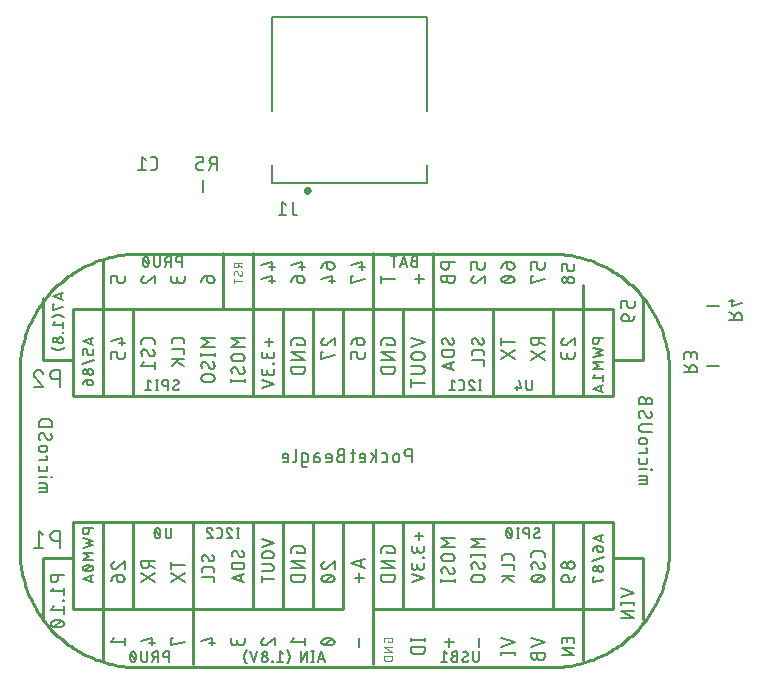
<source format=gbr>
G04 EAGLE Gerber RS-274X export*
G75*
%MOMM*%
%FSLAX34Y34*%
%LPD*%
%INSilkscreen Bottom*%
%IPPOS*%
%AMOC8*
5,1,8,0,0,1.08239X$1,22.5*%
G01*
%ADD10C,0.152400*%
%ADD11C,0.127000*%
%ADD12C,0.300000*%
%ADD13C,0.254000*%
%ADD14C,0.101600*%
%ADD15C,0.203200*%


D10*
X375271Y673862D02*
X377754Y673862D01*
X377852Y673864D01*
X377949Y673870D01*
X378046Y673879D01*
X378143Y673893D01*
X378239Y673910D01*
X378334Y673931D01*
X378428Y673955D01*
X378522Y673984D01*
X378614Y674016D01*
X378705Y674051D01*
X378794Y674090D01*
X378882Y674133D01*
X378968Y674179D01*
X379052Y674228D01*
X379134Y674281D01*
X379214Y674336D01*
X379292Y674395D01*
X379367Y674457D01*
X379440Y674522D01*
X379510Y674590D01*
X379578Y674660D01*
X379643Y674733D01*
X379705Y674808D01*
X379764Y674886D01*
X379819Y674966D01*
X379872Y675048D01*
X379921Y675132D01*
X379967Y675218D01*
X380010Y675306D01*
X380049Y675395D01*
X380084Y675486D01*
X380116Y675578D01*
X380145Y675672D01*
X380169Y675766D01*
X380190Y675861D01*
X380207Y675957D01*
X380221Y676054D01*
X380230Y676151D01*
X380236Y676249D01*
X380238Y676346D01*
X380238Y682554D01*
X380236Y682652D01*
X380230Y682749D01*
X380221Y682846D01*
X380207Y682943D01*
X380190Y683039D01*
X380169Y683134D01*
X380145Y683228D01*
X380116Y683322D01*
X380084Y683414D01*
X380049Y683505D01*
X380010Y683594D01*
X379967Y683682D01*
X379921Y683768D01*
X379872Y683852D01*
X379819Y683934D01*
X379764Y684014D01*
X379705Y684092D01*
X379643Y684167D01*
X379578Y684240D01*
X379510Y684310D01*
X379440Y684378D01*
X379367Y684443D01*
X379292Y684505D01*
X379214Y684564D01*
X379134Y684619D01*
X379052Y684672D01*
X378968Y684721D01*
X378882Y684767D01*
X378794Y684810D01*
X378705Y684849D01*
X378614Y684884D01*
X378522Y684916D01*
X378428Y684945D01*
X378334Y684969D01*
X378239Y684990D01*
X378143Y685007D01*
X378046Y685021D01*
X377949Y685030D01*
X377852Y685036D01*
X377754Y685038D01*
X375271Y685038D01*
X370672Y682554D02*
X367567Y685038D01*
X367567Y673862D01*
X364463Y673862D02*
X370672Y673862D01*
D11*
X477350Y663000D02*
X608650Y663000D01*
X608650Y678100D01*
X608650Y723900D02*
X608650Y803000D01*
X477350Y803000D01*
X477350Y723900D01*
X477350Y678100D02*
X477350Y663000D01*
D12*
X506500Y656100D02*
X506502Y656177D01*
X506508Y656254D01*
X506518Y656331D01*
X506532Y656407D01*
X506549Y656482D01*
X506571Y656556D01*
X506596Y656629D01*
X506626Y656701D01*
X506658Y656771D01*
X506695Y656839D01*
X506734Y656905D01*
X506777Y656969D01*
X506824Y657031D01*
X506873Y657090D01*
X506926Y657147D01*
X506981Y657201D01*
X507039Y657252D01*
X507100Y657300D01*
X507163Y657345D01*
X507228Y657386D01*
X507295Y657424D01*
X507364Y657459D01*
X507435Y657489D01*
X507507Y657517D01*
X507581Y657540D01*
X507655Y657560D01*
X507731Y657576D01*
X507807Y657588D01*
X507884Y657596D01*
X507961Y657600D01*
X508039Y657600D01*
X508116Y657596D01*
X508193Y657588D01*
X508269Y657576D01*
X508345Y657560D01*
X508419Y657540D01*
X508493Y657517D01*
X508565Y657489D01*
X508636Y657459D01*
X508705Y657424D01*
X508772Y657386D01*
X508837Y657345D01*
X508900Y657300D01*
X508961Y657252D01*
X509019Y657201D01*
X509074Y657147D01*
X509127Y657090D01*
X509176Y657031D01*
X509223Y656969D01*
X509266Y656905D01*
X509305Y656839D01*
X509342Y656771D01*
X509374Y656701D01*
X509404Y656629D01*
X509429Y656556D01*
X509451Y656482D01*
X509468Y656407D01*
X509482Y656331D01*
X509492Y656254D01*
X509498Y656177D01*
X509500Y656100D01*
X509498Y656023D01*
X509492Y655946D01*
X509482Y655869D01*
X509468Y655793D01*
X509451Y655718D01*
X509429Y655644D01*
X509404Y655571D01*
X509374Y655499D01*
X509342Y655429D01*
X509305Y655361D01*
X509266Y655295D01*
X509223Y655231D01*
X509176Y655169D01*
X509127Y655110D01*
X509074Y655053D01*
X509019Y654999D01*
X508961Y654948D01*
X508900Y654900D01*
X508837Y654855D01*
X508772Y654814D01*
X508705Y654776D01*
X508636Y654741D01*
X508565Y654711D01*
X508493Y654683D01*
X508419Y654660D01*
X508345Y654640D01*
X508269Y654624D01*
X508193Y654612D01*
X508116Y654604D01*
X508039Y654600D01*
X507961Y654600D01*
X507884Y654604D01*
X507807Y654612D01*
X507731Y654624D01*
X507655Y654640D01*
X507581Y654660D01*
X507507Y654683D01*
X507435Y654711D01*
X507364Y654741D01*
X507295Y654776D01*
X507228Y654814D01*
X507163Y654855D01*
X507100Y654900D01*
X507039Y654948D01*
X506981Y654999D01*
X506926Y655053D01*
X506873Y655110D01*
X506824Y655169D01*
X506777Y655231D01*
X506734Y655295D01*
X506695Y655361D01*
X506658Y655429D01*
X506626Y655499D01*
X506596Y655571D01*
X506571Y655644D01*
X506549Y655718D01*
X506532Y655793D01*
X506518Y655869D01*
X506508Y655946D01*
X506502Y656023D01*
X506500Y656100D01*
D10*
X495115Y646938D02*
X495115Y638246D01*
X495114Y638246D02*
X495116Y638148D01*
X495122Y638051D01*
X495131Y637954D01*
X495145Y637857D01*
X495162Y637761D01*
X495183Y637666D01*
X495207Y637572D01*
X495236Y637478D01*
X495268Y637386D01*
X495303Y637295D01*
X495342Y637206D01*
X495385Y637118D01*
X495431Y637032D01*
X495480Y636948D01*
X495533Y636866D01*
X495588Y636786D01*
X495647Y636708D01*
X495709Y636633D01*
X495774Y636560D01*
X495842Y636490D01*
X495912Y636422D01*
X495985Y636357D01*
X496060Y636295D01*
X496138Y636236D01*
X496218Y636181D01*
X496300Y636128D01*
X496384Y636079D01*
X496470Y636033D01*
X496558Y635990D01*
X496647Y635951D01*
X496738Y635916D01*
X496830Y635884D01*
X496924Y635855D01*
X497018Y635831D01*
X497113Y635810D01*
X497209Y635793D01*
X497306Y635779D01*
X497403Y635770D01*
X497500Y635764D01*
X497598Y635762D01*
X498840Y635762D01*
X489571Y644454D02*
X486466Y646938D01*
X486466Y635762D01*
X483362Y635762D02*
X489571Y635762D01*
D11*
X845820Y508000D02*
X855980Y508000D01*
D10*
X837438Y502391D02*
X826262Y502391D01*
X837438Y502391D02*
X837438Y505496D01*
X837436Y505607D01*
X837430Y505717D01*
X837420Y505828D01*
X837406Y505938D01*
X837389Y506047D01*
X837367Y506156D01*
X837342Y506264D01*
X837312Y506370D01*
X837279Y506476D01*
X837242Y506581D01*
X837202Y506684D01*
X837157Y506785D01*
X837110Y506885D01*
X837058Y506984D01*
X837003Y507080D01*
X836945Y507174D01*
X836884Y507266D01*
X836819Y507356D01*
X836751Y507444D01*
X836680Y507529D01*
X836606Y507611D01*
X836529Y507691D01*
X836449Y507768D01*
X836367Y507842D01*
X836282Y507913D01*
X836194Y507981D01*
X836104Y508046D01*
X836012Y508107D01*
X835918Y508165D01*
X835822Y508220D01*
X835723Y508272D01*
X835623Y508319D01*
X835522Y508364D01*
X835419Y508404D01*
X835314Y508441D01*
X835208Y508474D01*
X835102Y508504D01*
X834994Y508529D01*
X834885Y508551D01*
X834776Y508568D01*
X834666Y508582D01*
X834555Y508592D01*
X834445Y508598D01*
X834334Y508600D01*
X834223Y508598D01*
X834113Y508592D01*
X834002Y508582D01*
X833892Y508568D01*
X833783Y508551D01*
X833674Y508529D01*
X833566Y508504D01*
X833460Y508474D01*
X833354Y508441D01*
X833249Y508404D01*
X833146Y508364D01*
X833045Y508319D01*
X832945Y508272D01*
X832846Y508220D01*
X832750Y508165D01*
X832656Y508107D01*
X832564Y508046D01*
X832474Y507981D01*
X832386Y507913D01*
X832301Y507842D01*
X832219Y507768D01*
X832139Y507691D01*
X832062Y507611D01*
X831988Y507529D01*
X831917Y507444D01*
X831849Y507356D01*
X831784Y507266D01*
X831723Y507174D01*
X831665Y507080D01*
X831610Y506984D01*
X831558Y506885D01*
X831511Y506785D01*
X831466Y506684D01*
X831426Y506581D01*
X831389Y506476D01*
X831356Y506370D01*
X831326Y506264D01*
X831301Y506156D01*
X831279Y506047D01*
X831262Y505938D01*
X831248Y505828D01*
X831238Y505717D01*
X831232Y505607D01*
X831230Y505496D01*
X831229Y505496D02*
X831229Y502391D01*
X831229Y506116D02*
X826262Y508600D01*
X826262Y513729D02*
X826262Y516834D01*
X826264Y516945D01*
X826270Y517055D01*
X826280Y517166D01*
X826294Y517276D01*
X826311Y517385D01*
X826333Y517494D01*
X826358Y517602D01*
X826388Y517708D01*
X826421Y517814D01*
X826458Y517919D01*
X826498Y518022D01*
X826543Y518123D01*
X826590Y518223D01*
X826642Y518322D01*
X826697Y518418D01*
X826755Y518512D01*
X826816Y518604D01*
X826881Y518694D01*
X826949Y518782D01*
X827020Y518867D01*
X827094Y518949D01*
X827171Y519029D01*
X827251Y519106D01*
X827333Y519180D01*
X827418Y519251D01*
X827506Y519319D01*
X827596Y519384D01*
X827688Y519445D01*
X827782Y519503D01*
X827878Y519558D01*
X827977Y519610D01*
X828077Y519657D01*
X828178Y519702D01*
X828281Y519742D01*
X828386Y519779D01*
X828492Y519812D01*
X828598Y519842D01*
X828706Y519867D01*
X828815Y519889D01*
X828924Y519906D01*
X829034Y519920D01*
X829145Y519930D01*
X829255Y519936D01*
X829366Y519938D01*
X829477Y519936D01*
X829587Y519930D01*
X829698Y519920D01*
X829808Y519906D01*
X829917Y519889D01*
X830026Y519867D01*
X830134Y519842D01*
X830240Y519812D01*
X830346Y519779D01*
X830451Y519742D01*
X830554Y519702D01*
X830655Y519657D01*
X830755Y519610D01*
X830854Y519558D01*
X830950Y519503D01*
X831044Y519445D01*
X831136Y519384D01*
X831226Y519319D01*
X831314Y519251D01*
X831399Y519180D01*
X831481Y519106D01*
X831561Y519029D01*
X831638Y518949D01*
X831712Y518867D01*
X831783Y518782D01*
X831851Y518694D01*
X831916Y518604D01*
X831977Y518512D01*
X832035Y518418D01*
X832090Y518322D01*
X832142Y518223D01*
X832189Y518123D01*
X832234Y518022D01*
X832274Y517919D01*
X832311Y517814D01*
X832344Y517708D01*
X832374Y517602D01*
X832399Y517494D01*
X832421Y517385D01*
X832438Y517276D01*
X832452Y517166D01*
X832462Y517055D01*
X832468Y516945D01*
X832470Y516834D01*
X837438Y517454D02*
X837438Y513729D01*
X837438Y517454D02*
X837436Y517553D01*
X837430Y517651D01*
X837420Y517750D01*
X837407Y517847D01*
X837389Y517945D01*
X837368Y518041D01*
X837342Y518137D01*
X837313Y518231D01*
X837281Y518324D01*
X837244Y518416D01*
X837204Y518506D01*
X837160Y518595D01*
X837113Y518682D01*
X837063Y518767D01*
X837009Y518849D01*
X836952Y518930D01*
X836892Y519008D01*
X836828Y519084D01*
X836762Y519157D01*
X836693Y519228D01*
X836621Y519296D01*
X836546Y519360D01*
X836469Y519422D01*
X836390Y519481D01*
X836308Y519536D01*
X836224Y519589D01*
X836139Y519637D01*
X836051Y519683D01*
X835961Y519725D01*
X835870Y519763D01*
X835778Y519797D01*
X835684Y519828D01*
X835589Y519855D01*
X835493Y519879D01*
X835396Y519898D01*
X835299Y519914D01*
X835201Y519926D01*
X835102Y519934D01*
X835003Y519938D01*
X834905Y519938D01*
X834806Y519934D01*
X834707Y519926D01*
X834609Y519914D01*
X834512Y519898D01*
X834415Y519879D01*
X834319Y519855D01*
X834224Y519828D01*
X834130Y519797D01*
X834038Y519763D01*
X833947Y519725D01*
X833857Y519683D01*
X833769Y519637D01*
X833684Y519589D01*
X833600Y519536D01*
X833518Y519481D01*
X833439Y519422D01*
X833362Y519360D01*
X833287Y519296D01*
X833215Y519228D01*
X833146Y519157D01*
X833080Y519084D01*
X833016Y519008D01*
X832956Y518930D01*
X832899Y518849D01*
X832845Y518767D01*
X832795Y518682D01*
X832748Y518595D01*
X832704Y518506D01*
X832664Y518416D01*
X832627Y518324D01*
X832595Y518231D01*
X832566Y518137D01*
X832540Y518041D01*
X832519Y517945D01*
X832501Y517847D01*
X832488Y517750D01*
X832478Y517651D01*
X832472Y517553D01*
X832470Y517454D01*
X832471Y517454D02*
X832471Y514971D01*
D11*
X845820Y558800D02*
X855980Y558800D01*
D10*
X864362Y546862D02*
X875538Y546862D01*
X875538Y549966D01*
X875536Y550077D01*
X875530Y550187D01*
X875520Y550298D01*
X875506Y550408D01*
X875489Y550517D01*
X875467Y550626D01*
X875442Y550734D01*
X875412Y550840D01*
X875379Y550946D01*
X875342Y551051D01*
X875302Y551154D01*
X875257Y551255D01*
X875210Y551355D01*
X875158Y551454D01*
X875103Y551550D01*
X875045Y551644D01*
X874984Y551736D01*
X874919Y551826D01*
X874851Y551914D01*
X874780Y551999D01*
X874706Y552081D01*
X874629Y552161D01*
X874549Y552238D01*
X874467Y552312D01*
X874382Y552383D01*
X874294Y552451D01*
X874204Y552516D01*
X874112Y552577D01*
X874018Y552635D01*
X873922Y552690D01*
X873823Y552742D01*
X873723Y552789D01*
X873622Y552834D01*
X873519Y552874D01*
X873414Y552911D01*
X873308Y552944D01*
X873202Y552974D01*
X873094Y552999D01*
X872985Y553021D01*
X872876Y553038D01*
X872766Y553052D01*
X872655Y553062D01*
X872545Y553068D01*
X872434Y553070D01*
X872323Y553068D01*
X872213Y553062D01*
X872102Y553052D01*
X871992Y553038D01*
X871883Y553021D01*
X871774Y552999D01*
X871666Y552974D01*
X871560Y552944D01*
X871454Y552911D01*
X871349Y552874D01*
X871246Y552834D01*
X871145Y552789D01*
X871045Y552742D01*
X870946Y552690D01*
X870850Y552635D01*
X870756Y552577D01*
X870664Y552516D01*
X870574Y552451D01*
X870486Y552383D01*
X870401Y552312D01*
X870319Y552238D01*
X870239Y552161D01*
X870162Y552081D01*
X870088Y551999D01*
X870017Y551914D01*
X869949Y551826D01*
X869884Y551736D01*
X869823Y551644D01*
X869765Y551550D01*
X869710Y551454D01*
X869658Y551355D01*
X869611Y551255D01*
X869566Y551154D01*
X869526Y551051D01*
X869489Y550946D01*
X869456Y550840D01*
X869426Y550734D01*
X869401Y550626D01*
X869379Y550517D01*
X869362Y550408D01*
X869348Y550298D01*
X869338Y550187D01*
X869332Y550077D01*
X869330Y549966D01*
X869329Y549966D02*
X869329Y546862D01*
X869329Y550587D02*
X864362Y553071D01*
X866846Y558200D02*
X875538Y560684D01*
X866846Y558200D02*
X866846Y564409D01*
X869329Y562546D02*
X864362Y562546D01*
D11*
X419100Y655320D02*
X419100Y665480D01*
D10*
X431038Y673862D02*
X431038Y685038D01*
X427934Y685038D01*
X427823Y685036D01*
X427713Y685030D01*
X427602Y685020D01*
X427492Y685006D01*
X427383Y684989D01*
X427274Y684967D01*
X427166Y684942D01*
X427060Y684912D01*
X426954Y684879D01*
X426849Y684842D01*
X426746Y684802D01*
X426645Y684757D01*
X426545Y684710D01*
X426446Y684658D01*
X426350Y684603D01*
X426256Y684545D01*
X426164Y684484D01*
X426074Y684419D01*
X425986Y684351D01*
X425901Y684280D01*
X425819Y684206D01*
X425739Y684129D01*
X425662Y684049D01*
X425588Y683967D01*
X425517Y683882D01*
X425449Y683794D01*
X425384Y683704D01*
X425323Y683612D01*
X425265Y683518D01*
X425210Y683422D01*
X425158Y683323D01*
X425111Y683223D01*
X425066Y683122D01*
X425026Y683019D01*
X424989Y682914D01*
X424956Y682808D01*
X424926Y682702D01*
X424901Y682594D01*
X424879Y682485D01*
X424862Y682376D01*
X424848Y682266D01*
X424838Y682155D01*
X424832Y682045D01*
X424830Y681934D01*
X424832Y681823D01*
X424838Y681713D01*
X424848Y681602D01*
X424862Y681492D01*
X424879Y681383D01*
X424901Y681274D01*
X424926Y681166D01*
X424956Y681060D01*
X424989Y680954D01*
X425026Y680849D01*
X425066Y680746D01*
X425111Y680645D01*
X425158Y680545D01*
X425210Y680446D01*
X425265Y680350D01*
X425323Y680256D01*
X425384Y680164D01*
X425449Y680074D01*
X425517Y679986D01*
X425588Y679901D01*
X425662Y679819D01*
X425739Y679739D01*
X425819Y679662D01*
X425901Y679588D01*
X425986Y679517D01*
X426074Y679449D01*
X426164Y679384D01*
X426256Y679323D01*
X426350Y679265D01*
X426446Y679210D01*
X426545Y679158D01*
X426645Y679111D01*
X426746Y679066D01*
X426849Y679026D01*
X426954Y678989D01*
X427060Y678956D01*
X427166Y678926D01*
X427274Y678901D01*
X427383Y678879D01*
X427492Y678862D01*
X427602Y678848D01*
X427713Y678838D01*
X427823Y678832D01*
X427934Y678830D01*
X427934Y678829D02*
X431038Y678829D01*
X427313Y678829D02*
X424829Y673862D01*
X419700Y673862D02*
X415975Y673862D01*
X415877Y673864D01*
X415780Y673870D01*
X415683Y673879D01*
X415586Y673893D01*
X415490Y673910D01*
X415395Y673931D01*
X415301Y673955D01*
X415207Y673984D01*
X415115Y674016D01*
X415024Y674051D01*
X414935Y674090D01*
X414847Y674133D01*
X414761Y674179D01*
X414677Y674228D01*
X414595Y674281D01*
X414515Y674336D01*
X414437Y674395D01*
X414362Y674457D01*
X414289Y674522D01*
X414219Y674590D01*
X414151Y674660D01*
X414086Y674733D01*
X414024Y674808D01*
X413965Y674886D01*
X413910Y674966D01*
X413857Y675048D01*
X413808Y675132D01*
X413762Y675218D01*
X413719Y675306D01*
X413680Y675395D01*
X413645Y675486D01*
X413613Y675578D01*
X413584Y675672D01*
X413560Y675766D01*
X413539Y675861D01*
X413522Y675957D01*
X413508Y676054D01*
X413499Y676151D01*
X413493Y676248D01*
X413491Y676346D01*
X413491Y677587D01*
X413493Y677685D01*
X413499Y677782D01*
X413508Y677879D01*
X413522Y677976D01*
X413539Y678072D01*
X413560Y678167D01*
X413584Y678261D01*
X413613Y678355D01*
X413645Y678447D01*
X413680Y678538D01*
X413719Y678627D01*
X413762Y678715D01*
X413808Y678801D01*
X413857Y678885D01*
X413910Y678967D01*
X413965Y679047D01*
X414024Y679125D01*
X414086Y679200D01*
X414151Y679273D01*
X414219Y679343D01*
X414289Y679411D01*
X414362Y679476D01*
X414437Y679538D01*
X414515Y679597D01*
X414595Y679652D01*
X414677Y679705D01*
X414761Y679754D01*
X414847Y679800D01*
X414935Y679843D01*
X415024Y679882D01*
X415115Y679917D01*
X415207Y679949D01*
X415301Y679978D01*
X415395Y680002D01*
X415490Y680023D01*
X415586Y680040D01*
X415683Y680054D01*
X415780Y680063D01*
X415877Y680069D01*
X415975Y680071D01*
X419700Y680071D01*
X419700Y685038D01*
X413491Y685038D01*
D13*
X364070Y602730D02*
X714070Y602730D01*
X716486Y602701D01*
X718901Y602613D01*
X721313Y602467D01*
X723721Y602263D01*
X726124Y602001D01*
X728519Y601681D01*
X730906Y601303D01*
X733283Y600867D01*
X735648Y600374D01*
X738002Y599824D01*
X740341Y599218D01*
X742665Y598555D01*
X744972Y597836D01*
X747261Y597061D01*
X749530Y596232D01*
X751779Y595347D01*
X754006Y594409D01*
X756210Y593417D01*
X758389Y592373D01*
X760542Y591276D01*
X762668Y590127D01*
X764766Y588927D01*
X766834Y587677D01*
X768871Y586377D01*
X770876Y585028D01*
X772849Y583632D01*
X774786Y582188D01*
X776689Y580697D01*
X778554Y579162D01*
X780382Y577581D01*
X782172Y575957D01*
X783921Y574290D01*
X785630Y572581D01*
X787297Y570832D01*
X788921Y569042D01*
X790502Y567214D01*
X792037Y565349D01*
X793528Y563446D01*
X794972Y561509D01*
X796368Y559536D01*
X797717Y557531D01*
X799017Y555494D01*
X800267Y553426D01*
X801467Y551328D01*
X802616Y549202D01*
X803713Y547049D01*
X804757Y544870D01*
X805749Y542666D01*
X806687Y540439D01*
X807572Y538190D01*
X808401Y535921D01*
X809176Y533632D01*
X809895Y531325D01*
X810558Y529001D01*
X811164Y526662D01*
X811714Y524308D01*
X812207Y521943D01*
X812643Y519566D01*
X813021Y517179D01*
X813341Y514784D01*
X813603Y512381D01*
X813807Y509973D01*
X813953Y507561D01*
X814041Y505146D01*
X814070Y502730D01*
X814070Y352730D01*
X814041Y350314D01*
X813953Y347899D01*
X813807Y345487D01*
X813603Y343079D01*
X813341Y340676D01*
X813021Y338281D01*
X812643Y335894D01*
X812207Y333517D01*
X811714Y331152D01*
X811164Y328798D01*
X810558Y326459D01*
X809895Y324135D01*
X809176Y321828D01*
X808401Y319539D01*
X807572Y317270D01*
X806687Y315021D01*
X805749Y312794D01*
X804757Y310590D01*
X803713Y308411D01*
X802616Y306258D01*
X801467Y304132D01*
X800267Y302034D01*
X799017Y299966D01*
X797717Y297929D01*
X796368Y295924D01*
X794972Y293951D01*
X793528Y292014D01*
X792037Y290111D01*
X790502Y288246D01*
X788921Y286418D01*
X787297Y284628D01*
X785630Y282879D01*
X783921Y281170D01*
X782172Y279503D01*
X780382Y277879D01*
X778554Y276298D01*
X776689Y274763D01*
X774786Y273272D01*
X772849Y271828D01*
X770876Y270432D01*
X768871Y269083D01*
X766834Y267783D01*
X764766Y266533D01*
X762668Y265333D01*
X760542Y264184D01*
X758389Y263087D01*
X756210Y262043D01*
X754006Y261051D01*
X751779Y260113D01*
X749530Y259228D01*
X747261Y258399D01*
X744972Y257624D01*
X742665Y256905D01*
X740341Y256242D01*
X738002Y255636D01*
X735648Y255086D01*
X733283Y254593D01*
X730906Y254157D01*
X728519Y253779D01*
X726124Y253459D01*
X723721Y253197D01*
X721313Y252993D01*
X718901Y252847D01*
X716486Y252759D01*
X714070Y252730D01*
X364070Y252730D01*
X361654Y252759D01*
X359239Y252847D01*
X356827Y252993D01*
X354419Y253197D01*
X352016Y253459D01*
X349621Y253779D01*
X347234Y254157D01*
X344857Y254593D01*
X342492Y255086D01*
X340138Y255636D01*
X337799Y256242D01*
X335475Y256905D01*
X333168Y257624D01*
X330879Y258399D01*
X328610Y259228D01*
X326361Y260113D01*
X324134Y261051D01*
X321930Y262043D01*
X319751Y263087D01*
X317598Y264184D01*
X315472Y265333D01*
X313374Y266533D01*
X311306Y267783D01*
X309269Y269083D01*
X307264Y270432D01*
X305291Y271828D01*
X303354Y273272D01*
X301451Y274763D01*
X299586Y276298D01*
X297758Y277879D01*
X295968Y279503D01*
X294219Y281170D01*
X292510Y282879D01*
X290843Y284628D01*
X289219Y286418D01*
X287638Y288246D01*
X286103Y290111D01*
X284612Y292014D01*
X283168Y293951D01*
X281772Y295924D01*
X280423Y297929D01*
X279123Y299966D01*
X277873Y302034D01*
X276673Y304132D01*
X275524Y306258D01*
X274427Y308411D01*
X273383Y310590D01*
X272391Y312794D01*
X271453Y315021D01*
X270568Y317270D01*
X269739Y319539D01*
X268964Y321828D01*
X268245Y324135D01*
X267582Y326459D01*
X266976Y328798D01*
X266426Y331152D01*
X265933Y333517D01*
X265497Y335894D01*
X265119Y338281D01*
X264799Y340676D01*
X264537Y343079D01*
X264333Y345487D01*
X264187Y347899D01*
X264099Y350314D01*
X264070Y352730D01*
X264070Y502730D01*
X264099Y505146D01*
X264187Y507561D01*
X264333Y509973D01*
X264537Y512381D01*
X264799Y514784D01*
X265119Y517179D01*
X265497Y519566D01*
X265933Y521943D01*
X266426Y524308D01*
X266976Y526662D01*
X267582Y529001D01*
X268245Y531325D01*
X268964Y533632D01*
X269739Y535921D01*
X270568Y538190D01*
X271453Y540439D01*
X272391Y542666D01*
X273383Y544870D01*
X274427Y547049D01*
X275524Y549202D01*
X276673Y551328D01*
X277873Y553426D01*
X279123Y555494D01*
X280423Y557531D01*
X281772Y559536D01*
X283168Y561509D01*
X284612Y563446D01*
X286103Y565349D01*
X287638Y567214D01*
X289219Y569042D01*
X290843Y570832D01*
X292510Y572581D01*
X294219Y574290D01*
X295968Y575957D01*
X297758Y577581D01*
X299586Y579162D01*
X301451Y580697D01*
X303354Y582188D01*
X305291Y583632D01*
X307264Y585028D01*
X309269Y586377D01*
X311306Y587677D01*
X313374Y588927D01*
X315472Y590127D01*
X317598Y591276D01*
X319751Y592373D01*
X321930Y593417D01*
X324134Y594409D01*
X326361Y595347D01*
X328610Y596232D01*
X330879Y597061D01*
X333168Y597836D01*
X335475Y598555D01*
X337799Y599218D01*
X340138Y599824D01*
X342492Y600374D01*
X344857Y600867D01*
X347234Y601303D01*
X349621Y601681D01*
X352016Y602001D01*
X354419Y602263D01*
X356827Y602467D01*
X359239Y602613D01*
X361654Y602701D01*
X364070Y602730D01*
D10*
X596138Y437388D02*
X596138Y426212D01*
X596138Y437388D02*
X593034Y437388D01*
X592923Y437386D01*
X592813Y437380D01*
X592702Y437370D01*
X592592Y437356D01*
X592483Y437339D01*
X592374Y437317D01*
X592266Y437292D01*
X592160Y437262D01*
X592054Y437229D01*
X591949Y437192D01*
X591846Y437152D01*
X591745Y437107D01*
X591645Y437060D01*
X591546Y437008D01*
X591450Y436953D01*
X591356Y436895D01*
X591264Y436834D01*
X591174Y436769D01*
X591086Y436701D01*
X591001Y436630D01*
X590919Y436556D01*
X590839Y436479D01*
X590762Y436399D01*
X590688Y436317D01*
X590617Y436232D01*
X590549Y436144D01*
X590484Y436054D01*
X590423Y435962D01*
X590365Y435868D01*
X590310Y435772D01*
X590258Y435673D01*
X590211Y435573D01*
X590166Y435472D01*
X590126Y435369D01*
X590089Y435264D01*
X590056Y435158D01*
X590026Y435052D01*
X590001Y434944D01*
X589979Y434835D01*
X589962Y434726D01*
X589948Y434616D01*
X589938Y434505D01*
X589932Y434395D01*
X589930Y434284D01*
X589932Y434173D01*
X589938Y434063D01*
X589948Y433952D01*
X589962Y433842D01*
X589979Y433733D01*
X590001Y433624D01*
X590026Y433516D01*
X590056Y433410D01*
X590089Y433304D01*
X590126Y433199D01*
X590166Y433096D01*
X590211Y432995D01*
X590258Y432895D01*
X590310Y432796D01*
X590365Y432700D01*
X590423Y432606D01*
X590484Y432514D01*
X590549Y432424D01*
X590617Y432336D01*
X590688Y432251D01*
X590762Y432169D01*
X590839Y432089D01*
X590919Y432012D01*
X591001Y431938D01*
X591086Y431867D01*
X591174Y431799D01*
X591264Y431734D01*
X591356Y431673D01*
X591450Y431615D01*
X591546Y431560D01*
X591645Y431508D01*
X591745Y431461D01*
X591846Y431416D01*
X591949Y431376D01*
X592054Y431339D01*
X592160Y431306D01*
X592266Y431276D01*
X592374Y431251D01*
X592483Y431229D01*
X592592Y431212D01*
X592702Y431198D01*
X592813Y431188D01*
X592923Y431182D01*
X593034Y431180D01*
X593034Y431179D02*
X596138Y431179D01*
X585442Y431179D02*
X585442Y428696D01*
X585442Y431179D02*
X585440Y431278D01*
X585434Y431376D01*
X585424Y431475D01*
X585411Y431572D01*
X585393Y431670D01*
X585372Y431766D01*
X585346Y431862D01*
X585317Y431956D01*
X585285Y432049D01*
X585248Y432141D01*
X585208Y432231D01*
X585164Y432320D01*
X585117Y432407D01*
X585067Y432492D01*
X585013Y432574D01*
X584956Y432655D01*
X584896Y432733D01*
X584832Y432809D01*
X584766Y432882D01*
X584697Y432953D01*
X584625Y433021D01*
X584550Y433085D01*
X584473Y433147D01*
X584394Y433206D01*
X584312Y433261D01*
X584228Y433314D01*
X584143Y433362D01*
X584055Y433408D01*
X583965Y433450D01*
X583874Y433488D01*
X583782Y433522D01*
X583688Y433553D01*
X583593Y433580D01*
X583497Y433604D01*
X583400Y433623D01*
X583303Y433639D01*
X583205Y433651D01*
X583106Y433659D01*
X583007Y433663D01*
X582909Y433663D01*
X582810Y433659D01*
X582711Y433651D01*
X582613Y433639D01*
X582516Y433623D01*
X582419Y433604D01*
X582323Y433580D01*
X582228Y433553D01*
X582134Y433522D01*
X582042Y433488D01*
X581951Y433450D01*
X581861Y433408D01*
X581773Y433362D01*
X581688Y433314D01*
X581604Y433261D01*
X581522Y433206D01*
X581443Y433147D01*
X581366Y433085D01*
X581291Y433021D01*
X581219Y432953D01*
X581150Y432882D01*
X581084Y432809D01*
X581020Y432733D01*
X580960Y432655D01*
X580903Y432574D01*
X580849Y432492D01*
X580799Y432407D01*
X580752Y432320D01*
X580708Y432231D01*
X580668Y432141D01*
X580631Y432049D01*
X580599Y431956D01*
X580570Y431862D01*
X580544Y431766D01*
X580523Y431670D01*
X580505Y431572D01*
X580492Y431475D01*
X580482Y431376D01*
X580476Y431278D01*
X580474Y431179D01*
X580475Y431179D02*
X580475Y428696D01*
X580474Y428696D02*
X580476Y428597D01*
X580482Y428499D01*
X580492Y428400D01*
X580505Y428303D01*
X580523Y428205D01*
X580544Y428109D01*
X580570Y428013D01*
X580599Y427919D01*
X580631Y427826D01*
X580668Y427734D01*
X580708Y427644D01*
X580752Y427555D01*
X580799Y427468D01*
X580849Y427383D01*
X580903Y427301D01*
X580960Y427220D01*
X581020Y427142D01*
X581084Y427066D01*
X581150Y426993D01*
X581219Y426922D01*
X581291Y426854D01*
X581366Y426790D01*
X581443Y426728D01*
X581522Y426669D01*
X581604Y426614D01*
X581688Y426561D01*
X581773Y426513D01*
X581861Y426467D01*
X581951Y426425D01*
X582042Y426387D01*
X582134Y426353D01*
X582228Y426322D01*
X582323Y426295D01*
X582419Y426271D01*
X582516Y426252D01*
X582613Y426236D01*
X582711Y426224D01*
X582810Y426216D01*
X582909Y426212D01*
X583007Y426212D01*
X583106Y426216D01*
X583205Y426224D01*
X583303Y426236D01*
X583400Y426252D01*
X583497Y426271D01*
X583593Y426295D01*
X583688Y426322D01*
X583782Y426353D01*
X583874Y426387D01*
X583965Y426425D01*
X584055Y426467D01*
X584143Y426513D01*
X584228Y426561D01*
X584312Y426614D01*
X584394Y426669D01*
X584473Y426728D01*
X584550Y426790D01*
X584625Y426854D01*
X584697Y426922D01*
X584766Y426993D01*
X584832Y427066D01*
X584896Y427142D01*
X584956Y427220D01*
X585013Y427301D01*
X585067Y427383D01*
X585117Y427468D01*
X585164Y427555D01*
X585208Y427644D01*
X585248Y427734D01*
X585285Y427826D01*
X585317Y427919D01*
X585346Y428013D01*
X585372Y428109D01*
X585393Y428205D01*
X585411Y428303D01*
X585424Y428400D01*
X585434Y428499D01*
X585440Y428597D01*
X585442Y428696D01*
X573657Y426212D02*
X571173Y426212D01*
X573657Y426212D02*
X573741Y426214D01*
X573824Y426220D01*
X573907Y426229D01*
X573990Y426242D01*
X574072Y426259D01*
X574153Y426279D01*
X574233Y426303D01*
X574312Y426331D01*
X574389Y426362D01*
X574465Y426396D01*
X574540Y426434D01*
X574613Y426476D01*
X574683Y426520D01*
X574752Y426568D01*
X574819Y426618D01*
X574883Y426672D01*
X574944Y426728D01*
X575004Y426788D01*
X575060Y426849D01*
X575114Y426913D01*
X575164Y426980D01*
X575212Y427049D01*
X575256Y427119D01*
X575298Y427192D01*
X575336Y427267D01*
X575370Y427343D01*
X575401Y427420D01*
X575429Y427499D01*
X575453Y427579D01*
X575473Y427660D01*
X575490Y427742D01*
X575503Y427825D01*
X575513Y427908D01*
X575518Y427991D01*
X575520Y428075D01*
X575519Y428075D02*
X575519Y431800D01*
X575520Y431800D02*
X575518Y431884D01*
X575513Y431967D01*
X575503Y432050D01*
X575490Y432133D01*
X575473Y432215D01*
X575453Y432296D01*
X575429Y432376D01*
X575401Y432455D01*
X575370Y432532D01*
X575336Y432608D01*
X575298Y432683D01*
X575256Y432756D01*
X575212Y432826D01*
X575164Y432895D01*
X575114Y432962D01*
X575060Y433026D01*
X575004Y433087D01*
X574944Y433147D01*
X574883Y433203D01*
X574819Y433257D01*
X574752Y433307D01*
X574683Y433355D01*
X574613Y433399D01*
X574540Y433441D01*
X574465Y433479D01*
X574389Y433513D01*
X574312Y433544D01*
X574233Y433572D01*
X574153Y433596D01*
X574072Y433616D01*
X573990Y433633D01*
X573907Y433646D01*
X573824Y433656D01*
X573741Y433661D01*
X573657Y433663D01*
X571173Y433663D01*
X566223Y437388D02*
X566223Y426212D01*
X566223Y429937D02*
X561255Y433663D01*
X564049Y431490D02*
X561255Y426212D01*
X555004Y426212D02*
X551900Y426212D01*
X555004Y426212D02*
X555088Y426214D01*
X555171Y426220D01*
X555254Y426229D01*
X555337Y426242D01*
X555419Y426259D01*
X555500Y426279D01*
X555580Y426303D01*
X555659Y426331D01*
X555736Y426362D01*
X555812Y426396D01*
X555887Y426434D01*
X555960Y426476D01*
X556030Y426520D01*
X556099Y426568D01*
X556166Y426618D01*
X556230Y426672D01*
X556291Y426728D01*
X556351Y426788D01*
X556407Y426849D01*
X556461Y426913D01*
X556511Y426980D01*
X556559Y427049D01*
X556603Y427119D01*
X556645Y427192D01*
X556683Y427267D01*
X556717Y427343D01*
X556748Y427420D01*
X556776Y427499D01*
X556800Y427579D01*
X556820Y427660D01*
X556837Y427742D01*
X556850Y427825D01*
X556860Y427908D01*
X556865Y427991D01*
X556867Y428075D01*
X556867Y431179D01*
X556865Y431278D01*
X556859Y431376D01*
X556849Y431475D01*
X556836Y431572D01*
X556818Y431670D01*
X556797Y431766D01*
X556771Y431862D01*
X556742Y431956D01*
X556710Y432049D01*
X556673Y432141D01*
X556633Y432231D01*
X556589Y432320D01*
X556542Y432407D01*
X556492Y432492D01*
X556438Y432574D01*
X556381Y432655D01*
X556321Y432733D01*
X556257Y432809D01*
X556191Y432882D01*
X556122Y432953D01*
X556050Y433021D01*
X555975Y433085D01*
X555898Y433147D01*
X555819Y433206D01*
X555737Y433261D01*
X555653Y433314D01*
X555568Y433362D01*
X555480Y433408D01*
X555390Y433450D01*
X555299Y433488D01*
X555207Y433522D01*
X555113Y433553D01*
X555018Y433580D01*
X554922Y433604D01*
X554825Y433623D01*
X554728Y433639D01*
X554630Y433651D01*
X554531Y433659D01*
X554432Y433663D01*
X554334Y433663D01*
X554235Y433659D01*
X554136Y433651D01*
X554038Y433639D01*
X553941Y433623D01*
X553844Y433604D01*
X553748Y433580D01*
X553653Y433553D01*
X553559Y433522D01*
X553467Y433488D01*
X553376Y433450D01*
X553286Y433408D01*
X553198Y433362D01*
X553113Y433314D01*
X553029Y433261D01*
X552947Y433206D01*
X552868Y433147D01*
X552791Y433085D01*
X552716Y433021D01*
X552644Y432953D01*
X552575Y432882D01*
X552509Y432809D01*
X552445Y432733D01*
X552385Y432655D01*
X552328Y432574D01*
X552274Y432492D01*
X552224Y432407D01*
X552177Y432320D01*
X552133Y432231D01*
X552093Y432141D01*
X552056Y432049D01*
X552024Y431956D01*
X551995Y431862D01*
X551969Y431766D01*
X551948Y431670D01*
X551930Y431572D01*
X551917Y431475D01*
X551907Y431376D01*
X551901Y431278D01*
X551899Y431179D01*
X551900Y431179D02*
X551900Y429937D01*
X556867Y429937D01*
X547980Y433663D02*
X544254Y433663D01*
X546738Y437388D02*
X546738Y428075D01*
X546736Y427991D01*
X546730Y427908D01*
X546721Y427825D01*
X546708Y427742D01*
X546691Y427660D01*
X546671Y427579D01*
X546647Y427499D01*
X546619Y427420D01*
X546588Y427343D01*
X546554Y427267D01*
X546516Y427192D01*
X546474Y427119D01*
X546430Y427049D01*
X546382Y426980D01*
X546332Y426913D01*
X546278Y426849D01*
X546222Y426788D01*
X546162Y426728D01*
X546101Y426672D01*
X546037Y426618D01*
X545970Y426568D01*
X545901Y426520D01*
X545831Y426476D01*
X545758Y426434D01*
X545683Y426396D01*
X545607Y426362D01*
X545530Y426331D01*
X545451Y426303D01*
X545371Y426279D01*
X545290Y426259D01*
X545208Y426242D01*
X545125Y426229D01*
X545042Y426219D01*
X544959Y426214D01*
X544875Y426212D01*
X544254Y426212D01*
X538988Y432421D02*
X535884Y432421D01*
X535884Y432420D02*
X535773Y432418D01*
X535663Y432412D01*
X535552Y432402D01*
X535442Y432388D01*
X535333Y432371D01*
X535224Y432349D01*
X535116Y432324D01*
X535010Y432294D01*
X534904Y432261D01*
X534799Y432224D01*
X534696Y432184D01*
X534595Y432139D01*
X534495Y432092D01*
X534396Y432040D01*
X534300Y431985D01*
X534206Y431927D01*
X534114Y431866D01*
X534024Y431801D01*
X533936Y431733D01*
X533851Y431662D01*
X533769Y431588D01*
X533689Y431511D01*
X533612Y431431D01*
X533538Y431349D01*
X533467Y431264D01*
X533399Y431176D01*
X533334Y431086D01*
X533273Y430994D01*
X533215Y430900D01*
X533160Y430804D01*
X533108Y430705D01*
X533061Y430605D01*
X533016Y430504D01*
X532976Y430401D01*
X532939Y430296D01*
X532906Y430190D01*
X532876Y430084D01*
X532851Y429976D01*
X532829Y429867D01*
X532812Y429758D01*
X532798Y429648D01*
X532788Y429537D01*
X532782Y429427D01*
X532780Y429316D01*
X532782Y429205D01*
X532788Y429095D01*
X532798Y428984D01*
X532812Y428874D01*
X532829Y428765D01*
X532851Y428656D01*
X532876Y428548D01*
X532906Y428442D01*
X532939Y428336D01*
X532976Y428231D01*
X533016Y428128D01*
X533061Y428027D01*
X533108Y427927D01*
X533160Y427828D01*
X533215Y427732D01*
X533273Y427638D01*
X533334Y427546D01*
X533399Y427456D01*
X533467Y427368D01*
X533538Y427283D01*
X533612Y427201D01*
X533689Y427121D01*
X533769Y427044D01*
X533851Y426970D01*
X533936Y426899D01*
X534024Y426831D01*
X534114Y426766D01*
X534206Y426705D01*
X534300Y426647D01*
X534396Y426592D01*
X534495Y426540D01*
X534595Y426493D01*
X534696Y426448D01*
X534799Y426408D01*
X534904Y426371D01*
X535010Y426338D01*
X535116Y426308D01*
X535224Y426283D01*
X535333Y426261D01*
X535442Y426244D01*
X535552Y426230D01*
X535663Y426220D01*
X535773Y426214D01*
X535884Y426212D01*
X538988Y426212D01*
X538988Y437388D01*
X535884Y437388D01*
X535785Y437386D01*
X535687Y437380D01*
X535588Y437370D01*
X535491Y437357D01*
X535393Y437339D01*
X535297Y437318D01*
X535201Y437292D01*
X535107Y437263D01*
X535014Y437231D01*
X534922Y437194D01*
X534832Y437154D01*
X534743Y437110D01*
X534656Y437063D01*
X534571Y437013D01*
X534489Y436959D01*
X534408Y436902D01*
X534330Y436842D01*
X534254Y436778D01*
X534181Y436712D01*
X534110Y436643D01*
X534042Y436571D01*
X533978Y436496D01*
X533916Y436419D01*
X533857Y436340D01*
X533802Y436258D01*
X533749Y436174D01*
X533701Y436089D01*
X533655Y436001D01*
X533613Y435911D01*
X533575Y435820D01*
X533541Y435728D01*
X533510Y435634D01*
X533483Y435539D01*
X533459Y435443D01*
X533440Y435346D01*
X533424Y435249D01*
X533412Y435151D01*
X533404Y435052D01*
X533400Y434953D01*
X533400Y434855D01*
X533404Y434756D01*
X533412Y434657D01*
X533424Y434559D01*
X533440Y434462D01*
X533459Y434365D01*
X533483Y434269D01*
X533510Y434174D01*
X533541Y434080D01*
X533575Y433988D01*
X533613Y433897D01*
X533655Y433807D01*
X533701Y433719D01*
X533749Y433634D01*
X533802Y433550D01*
X533857Y433468D01*
X533916Y433389D01*
X533978Y433312D01*
X534042Y433237D01*
X534110Y433165D01*
X534181Y433096D01*
X534254Y433030D01*
X534330Y432966D01*
X534408Y432906D01*
X534489Y432849D01*
X534571Y432795D01*
X534656Y432745D01*
X534743Y432698D01*
X534832Y432654D01*
X534922Y432614D01*
X535014Y432577D01*
X535107Y432545D01*
X535201Y432516D01*
X535297Y432490D01*
X535393Y432469D01*
X535491Y432451D01*
X535588Y432438D01*
X535687Y432428D01*
X535785Y432422D01*
X535884Y432420D01*
X526429Y426212D02*
X523325Y426212D01*
X526429Y426212D02*
X526513Y426214D01*
X526596Y426220D01*
X526679Y426229D01*
X526762Y426242D01*
X526844Y426259D01*
X526925Y426279D01*
X527005Y426303D01*
X527084Y426331D01*
X527161Y426362D01*
X527237Y426396D01*
X527312Y426434D01*
X527385Y426476D01*
X527455Y426520D01*
X527524Y426568D01*
X527591Y426618D01*
X527655Y426672D01*
X527716Y426728D01*
X527776Y426788D01*
X527832Y426849D01*
X527886Y426913D01*
X527936Y426980D01*
X527984Y427049D01*
X528028Y427119D01*
X528070Y427192D01*
X528108Y427267D01*
X528142Y427343D01*
X528173Y427420D01*
X528201Y427499D01*
X528225Y427579D01*
X528245Y427660D01*
X528262Y427742D01*
X528275Y427825D01*
X528285Y427908D01*
X528290Y427991D01*
X528292Y428075D01*
X528292Y431179D01*
X528290Y431278D01*
X528284Y431376D01*
X528274Y431475D01*
X528261Y431572D01*
X528243Y431670D01*
X528222Y431766D01*
X528196Y431862D01*
X528167Y431956D01*
X528135Y432049D01*
X528098Y432141D01*
X528058Y432231D01*
X528014Y432320D01*
X527967Y432407D01*
X527917Y432492D01*
X527863Y432574D01*
X527806Y432655D01*
X527746Y432733D01*
X527682Y432809D01*
X527616Y432882D01*
X527547Y432953D01*
X527475Y433021D01*
X527400Y433085D01*
X527323Y433147D01*
X527244Y433206D01*
X527162Y433261D01*
X527078Y433314D01*
X526993Y433362D01*
X526905Y433408D01*
X526815Y433450D01*
X526724Y433488D01*
X526632Y433522D01*
X526538Y433553D01*
X526443Y433580D01*
X526347Y433604D01*
X526250Y433623D01*
X526153Y433639D01*
X526055Y433651D01*
X525956Y433659D01*
X525857Y433663D01*
X525759Y433663D01*
X525660Y433659D01*
X525561Y433651D01*
X525463Y433639D01*
X525366Y433623D01*
X525269Y433604D01*
X525173Y433580D01*
X525078Y433553D01*
X524984Y433522D01*
X524892Y433488D01*
X524801Y433450D01*
X524711Y433408D01*
X524623Y433362D01*
X524538Y433314D01*
X524454Y433261D01*
X524372Y433206D01*
X524293Y433147D01*
X524216Y433085D01*
X524141Y433021D01*
X524069Y432953D01*
X524000Y432882D01*
X523934Y432809D01*
X523870Y432733D01*
X523810Y432655D01*
X523753Y432574D01*
X523699Y432492D01*
X523649Y432407D01*
X523602Y432320D01*
X523558Y432231D01*
X523518Y432141D01*
X523481Y432049D01*
X523449Y431956D01*
X523420Y431862D01*
X523394Y431766D01*
X523373Y431670D01*
X523355Y431572D01*
X523342Y431475D01*
X523332Y431376D01*
X523326Y431278D01*
X523324Y431179D01*
X523325Y431179D02*
X523325Y429937D01*
X528292Y429937D01*
X516287Y430558D02*
X513493Y430558D01*
X516287Y430558D02*
X516379Y430556D01*
X516471Y430550D01*
X516563Y430540D01*
X516654Y430527D01*
X516745Y430509D01*
X516835Y430488D01*
X516923Y430463D01*
X517011Y430434D01*
X517097Y430401D01*
X517182Y430365D01*
X517265Y430325D01*
X517347Y430282D01*
X517426Y430235D01*
X517504Y430185D01*
X517579Y430132D01*
X517652Y430076D01*
X517723Y430016D01*
X517791Y429954D01*
X517856Y429889D01*
X517918Y429821D01*
X517978Y429750D01*
X518034Y429677D01*
X518087Y429602D01*
X518137Y429524D01*
X518184Y429445D01*
X518227Y429363D01*
X518267Y429280D01*
X518303Y429195D01*
X518336Y429109D01*
X518365Y429021D01*
X518390Y428933D01*
X518411Y428843D01*
X518429Y428752D01*
X518442Y428661D01*
X518452Y428569D01*
X518458Y428477D01*
X518460Y428385D01*
X518458Y428293D01*
X518452Y428201D01*
X518442Y428109D01*
X518429Y428018D01*
X518411Y427927D01*
X518390Y427837D01*
X518365Y427749D01*
X518336Y427661D01*
X518303Y427575D01*
X518267Y427490D01*
X518227Y427407D01*
X518184Y427325D01*
X518137Y427246D01*
X518087Y427168D01*
X518034Y427093D01*
X517978Y427020D01*
X517918Y426949D01*
X517856Y426881D01*
X517791Y426816D01*
X517723Y426754D01*
X517652Y426694D01*
X517579Y426638D01*
X517504Y426585D01*
X517426Y426535D01*
X517347Y426488D01*
X517265Y426445D01*
X517182Y426405D01*
X517097Y426369D01*
X517011Y426336D01*
X516923Y426307D01*
X516835Y426282D01*
X516745Y426261D01*
X516654Y426243D01*
X516563Y426230D01*
X516471Y426220D01*
X516379Y426214D01*
X516287Y426212D01*
X513493Y426212D01*
X513493Y431800D01*
X513492Y431800D02*
X513494Y431884D01*
X513500Y431967D01*
X513509Y432050D01*
X513522Y432133D01*
X513539Y432215D01*
X513559Y432296D01*
X513583Y432376D01*
X513611Y432455D01*
X513642Y432532D01*
X513676Y432608D01*
X513714Y432683D01*
X513756Y432756D01*
X513800Y432826D01*
X513848Y432895D01*
X513898Y432962D01*
X513952Y433026D01*
X514008Y433087D01*
X514068Y433147D01*
X514129Y433203D01*
X514193Y433257D01*
X514260Y433307D01*
X514329Y433355D01*
X514399Y433399D01*
X514472Y433441D01*
X514547Y433479D01*
X514623Y433513D01*
X514700Y433544D01*
X514779Y433572D01*
X514859Y433596D01*
X514940Y433616D01*
X515022Y433633D01*
X515105Y433646D01*
X515188Y433656D01*
X515271Y433661D01*
X515355Y433663D01*
X517839Y433663D01*
X506310Y426212D02*
X503206Y426212D01*
X506310Y426212D02*
X506394Y426214D01*
X506477Y426220D01*
X506560Y426229D01*
X506643Y426242D01*
X506725Y426259D01*
X506806Y426279D01*
X506886Y426303D01*
X506965Y426331D01*
X507042Y426362D01*
X507118Y426396D01*
X507193Y426434D01*
X507266Y426476D01*
X507336Y426520D01*
X507405Y426568D01*
X507472Y426618D01*
X507536Y426672D01*
X507597Y426728D01*
X507657Y426788D01*
X507713Y426849D01*
X507767Y426913D01*
X507817Y426980D01*
X507865Y427049D01*
X507909Y427119D01*
X507951Y427192D01*
X507989Y427267D01*
X508023Y427343D01*
X508054Y427420D01*
X508082Y427499D01*
X508106Y427579D01*
X508126Y427660D01*
X508143Y427742D01*
X508156Y427825D01*
X508166Y427908D01*
X508171Y427991D01*
X508173Y428075D01*
X508173Y431800D01*
X508171Y431884D01*
X508166Y431967D01*
X508156Y432050D01*
X508143Y432133D01*
X508126Y432215D01*
X508106Y432296D01*
X508082Y432376D01*
X508054Y432455D01*
X508023Y432532D01*
X507989Y432608D01*
X507951Y432683D01*
X507909Y432756D01*
X507865Y432826D01*
X507817Y432895D01*
X507767Y432962D01*
X507713Y433026D01*
X507657Y433087D01*
X507597Y433147D01*
X507536Y433203D01*
X507472Y433257D01*
X507405Y433307D01*
X507336Y433355D01*
X507266Y433399D01*
X507193Y433441D01*
X507118Y433479D01*
X507042Y433513D01*
X506965Y433544D01*
X506886Y433572D01*
X506806Y433596D01*
X506725Y433616D01*
X506643Y433633D01*
X506560Y433646D01*
X506477Y433656D01*
X506394Y433661D01*
X506310Y433663D01*
X503206Y433663D01*
X503206Y424349D01*
X503205Y424349D02*
X503207Y424265D01*
X503212Y424182D01*
X503222Y424099D01*
X503235Y424016D01*
X503252Y423934D01*
X503272Y423853D01*
X503296Y423773D01*
X503324Y423694D01*
X503355Y423617D01*
X503389Y423541D01*
X503427Y423466D01*
X503469Y423393D01*
X503513Y423323D01*
X503561Y423254D01*
X503611Y423187D01*
X503665Y423123D01*
X503721Y423062D01*
X503781Y423002D01*
X503842Y422946D01*
X503906Y422892D01*
X503973Y422842D01*
X504042Y422794D01*
X504112Y422750D01*
X504185Y422708D01*
X504260Y422670D01*
X504336Y422636D01*
X504413Y422605D01*
X504492Y422577D01*
X504572Y422553D01*
X504653Y422533D01*
X504735Y422516D01*
X504818Y422503D01*
X504901Y422493D01*
X504984Y422488D01*
X505068Y422486D01*
X505068Y422487D02*
X507552Y422487D01*
X497720Y428075D02*
X497720Y437388D01*
X497721Y428075D02*
X497719Y427989D01*
X497713Y427903D01*
X497703Y427818D01*
X497689Y427733D01*
X497672Y427648D01*
X497650Y427565D01*
X497624Y427483D01*
X497595Y427402D01*
X497562Y427323D01*
X497526Y427245D01*
X497486Y427168D01*
X497442Y427094D01*
X497395Y427022D01*
X497345Y426952D01*
X497291Y426885D01*
X497235Y426820D01*
X497175Y426758D01*
X497113Y426698D01*
X497048Y426642D01*
X496981Y426588D01*
X496911Y426538D01*
X496839Y426491D01*
X496765Y426447D01*
X496688Y426407D01*
X496611Y426371D01*
X496531Y426338D01*
X496450Y426309D01*
X496368Y426283D01*
X496285Y426261D01*
X496200Y426244D01*
X496115Y426230D01*
X496030Y426220D01*
X495944Y426214D01*
X495858Y426212D01*
X489853Y426212D02*
X486749Y426212D01*
X489853Y426212D02*
X489937Y426214D01*
X490020Y426220D01*
X490103Y426229D01*
X490186Y426242D01*
X490268Y426259D01*
X490349Y426279D01*
X490429Y426303D01*
X490508Y426331D01*
X490585Y426362D01*
X490661Y426396D01*
X490736Y426434D01*
X490809Y426476D01*
X490879Y426520D01*
X490948Y426568D01*
X491015Y426618D01*
X491079Y426672D01*
X491140Y426728D01*
X491200Y426788D01*
X491256Y426849D01*
X491310Y426913D01*
X491360Y426980D01*
X491408Y427049D01*
X491452Y427119D01*
X491494Y427192D01*
X491532Y427267D01*
X491566Y427343D01*
X491597Y427420D01*
X491625Y427499D01*
X491649Y427579D01*
X491669Y427660D01*
X491686Y427742D01*
X491699Y427825D01*
X491709Y427908D01*
X491714Y427991D01*
X491716Y428075D01*
X491716Y431179D01*
X491717Y431179D02*
X491715Y431278D01*
X491709Y431376D01*
X491699Y431475D01*
X491686Y431572D01*
X491668Y431670D01*
X491647Y431766D01*
X491621Y431862D01*
X491592Y431956D01*
X491560Y432049D01*
X491523Y432141D01*
X491483Y432231D01*
X491439Y432320D01*
X491392Y432407D01*
X491342Y432492D01*
X491288Y432574D01*
X491231Y432655D01*
X491171Y432733D01*
X491107Y432809D01*
X491041Y432882D01*
X490972Y432953D01*
X490900Y433021D01*
X490825Y433085D01*
X490748Y433147D01*
X490669Y433206D01*
X490587Y433261D01*
X490503Y433314D01*
X490418Y433362D01*
X490330Y433408D01*
X490240Y433450D01*
X490149Y433488D01*
X490057Y433522D01*
X489963Y433553D01*
X489868Y433580D01*
X489772Y433604D01*
X489675Y433623D01*
X489578Y433639D01*
X489480Y433651D01*
X489381Y433659D01*
X489282Y433663D01*
X489184Y433663D01*
X489085Y433659D01*
X488986Y433651D01*
X488888Y433639D01*
X488791Y433623D01*
X488694Y433604D01*
X488598Y433580D01*
X488503Y433553D01*
X488409Y433522D01*
X488317Y433488D01*
X488226Y433450D01*
X488136Y433408D01*
X488048Y433362D01*
X487963Y433314D01*
X487879Y433261D01*
X487797Y433206D01*
X487718Y433147D01*
X487641Y433085D01*
X487566Y433021D01*
X487494Y432953D01*
X487425Y432882D01*
X487359Y432809D01*
X487295Y432733D01*
X487235Y432655D01*
X487178Y432574D01*
X487124Y432492D01*
X487074Y432407D01*
X487027Y432320D01*
X486983Y432231D01*
X486943Y432141D01*
X486906Y432049D01*
X486874Y431956D01*
X486845Y431862D01*
X486819Y431766D01*
X486798Y431670D01*
X486780Y431572D01*
X486767Y431475D01*
X486757Y431376D01*
X486751Y431278D01*
X486749Y431179D01*
X486749Y429937D01*
X491716Y429937D01*
X788162Y407451D02*
X795613Y407451D01*
X795613Y413039D01*
X795611Y413123D01*
X795606Y413206D01*
X795596Y413289D01*
X795583Y413372D01*
X795566Y413454D01*
X795546Y413535D01*
X795522Y413615D01*
X795494Y413694D01*
X795463Y413771D01*
X795429Y413847D01*
X795391Y413922D01*
X795349Y413995D01*
X795305Y414065D01*
X795257Y414134D01*
X795207Y414201D01*
X795153Y414265D01*
X795097Y414326D01*
X795037Y414386D01*
X794976Y414442D01*
X794912Y414496D01*
X794845Y414546D01*
X794776Y414594D01*
X794706Y414638D01*
X794633Y414680D01*
X794558Y414718D01*
X794482Y414752D01*
X794405Y414783D01*
X794326Y414811D01*
X794246Y414835D01*
X794165Y414855D01*
X794083Y414872D01*
X794000Y414885D01*
X793917Y414895D01*
X793834Y414900D01*
X793750Y414902D01*
X788162Y414902D01*
X788162Y411177D02*
X795613Y411177D01*
X795613Y420321D02*
X788162Y420321D01*
X798717Y420010D02*
X799338Y420010D01*
X799338Y420631D01*
X798717Y420631D01*
X798717Y420010D01*
X788162Y426955D02*
X788162Y429439D01*
X788162Y426955D02*
X788164Y426871D01*
X788169Y426788D01*
X788179Y426705D01*
X788192Y426622D01*
X788209Y426540D01*
X788229Y426459D01*
X788253Y426379D01*
X788281Y426300D01*
X788312Y426223D01*
X788346Y426147D01*
X788384Y426072D01*
X788426Y425999D01*
X788470Y425929D01*
X788518Y425860D01*
X788568Y425793D01*
X788622Y425729D01*
X788678Y425668D01*
X788738Y425608D01*
X788799Y425552D01*
X788863Y425498D01*
X788930Y425448D01*
X788999Y425400D01*
X789069Y425356D01*
X789142Y425314D01*
X789217Y425276D01*
X789293Y425242D01*
X789370Y425211D01*
X789449Y425183D01*
X789529Y425159D01*
X789610Y425139D01*
X789692Y425122D01*
X789775Y425109D01*
X789858Y425099D01*
X789941Y425094D01*
X790025Y425092D01*
X790025Y425093D02*
X793750Y425093D01*
X793750Y425092D02*
X793834Y425094D01*
X793917Y425100D01*
X794000Y425109D01*
X794083Y425122D01*
X794165Y425139D01*
X794246Y425159D01*
X794326Y425183D01*
X794405Y425211D01*
X794482Y425242D01*
X794558Y425276D01*
X794633Y425314D01*
X794706Y425356D01*
X794776Y425400D01*
X794845Y425448D01*
X794912Y425498D01*
X794976Y425552D01*
X795037Y425608D01*
X795097Y425668D01*
X795153Y425729D01*
X795207Y425793D01*
X795257Y425860D01*
X795305Y425929D01*
X795349Y425999D01*
X795391Y426072D01*
X795429Y426147D01*
X795463Y426223D01*
X795494Y426300D01*
X795522Y426379D01*
X795546Y426459D01*
X795566Y426540D01*
X795583Y426622D01*
X795596Y426705D01*
X795606Y426788D01*
X795611Y426871D01*
X795613Y426955D01*
X795613Y429439D01*
X795613Y434303D02*
X788162Y434303D01*
X795613Y434303D02*
X795613Y438028D01*
X794371Y438028D01*
X793129Y441840D02*
X790646Y441840D01*
X793129Y441840D02*
X793228Y441842D01*
X793326Y441848D01*
X793425Y441858D01*
X793522Y441871D01*
X793620Y441889D01*
X793716Y441910D01*
X793812Y441936D01*
X793906Y441965D01*
X793999Y441997D01*
X794091Y442034D01*
X794181Y442074D01*
X794270Y442118D01*
X794357Y442165D01*
X794442Y442215D01*
X794524Y442269D01*
X794605Y442326D01*
X794683Y442386D01*
X794759Y442450D01*
X794832Y442516D01*
X794903Y442585D01*
X794971Y442657D01*
X795035Y442732D01*
X795097Y442809D01*
X795156Y442888D01*
X795211Y442970D01*
X795264Y443054D01*
X795312Y443139D01*
X795358Y443227D01*
X795400Y443317D01*
X795438Y443408D01*
X795472Y443500D01*
X795503Y443594D01*
X795530Y443689D01*
X795554Y443785D01*
X795573Y443882D01*
X795589Y443979D01*
X795601Y444077D01*
X795609Y444176D01*
X795613Y444275D01*
X795613Y444373D01*
X795609Y444472D01*
X795601Y444571D01*
X795589Y444669D01*
X795573Y444766D01*
X795554Y444863D01*
X795530Y444959D01*
X795503Y445054D01*
X795472Y445148D01*
X795438Y445240D01*
X795400Y445331D01*
X795358Y445421D01*
X795312Y445509D01*
X795264Y445594D01*
X795211Y445678D01*
X795156Y445760D01*
X795097Y445839D01*
X795035Y445916D01*
X794971Y445991D01*
X794903Y446063D01*
X794832Y446132D01*
X794759Y446198D01*
X794683Y446262D01*
X794605Y446322D01*
X794524Y446379D01*
X794442Y446433D01*
X794357Y446483D01*
X794270Y446530D01*
X794181Y446574D01*
X794091Y446614D01*
X793999Y446651D01*
X793906Y446683D01*
X793812Y446712D01*
X793716Y446738D01*
X793620Y446759D01*
X793522Y446777D01*
X793425Y446790D01*
X793326Y446800D01*
X793228Y446806D01*
X793129Y446808D01*
X793129Y446807D02*
X790646Y446807D01*
X790646Y446808D02*
X790547Y446806D01*
X790449Y446800D01*
X790350Y446790D01*
X790253Y446777D01*
X790155Y446759D01*
X790059Y446738D01*
X789963Y446712D01*
X789869Y446683D01*
X789776Y446651D01*
X789684Y446614D01*
X789594Y446574D01*
X789505Y446530D01*
X789418Y446483D01*
X789333Y446433D01*
X789251Y446379D01*
X789170Y446322D01*
X789092Y446262D01*
X789016Y446198D01*
X788943Y446132D01*
X788872Y446063D01*
X788804Y445991D01*
X788740Y445916D01*
X788678Y445839D01*
X788619Y445760D01*
X788564Y445678D01*
X788511Y445594D01*
X788463Y445509D01*
X788417Y445421D01*
X788375Y445331D01*
X788337Y445240D01*
X788303Y445148D01*
X788272Y445054D01*
X788245Y444959D01*
X788221Y444863D01*
X788202Y444766D01*
X788186Y444669D01*
X788174Y444571D01*
X788166Y444472D01*
X788162Y444373D01*
X788162Y444275D01*
X788166Y444176D01*
X788174Y444077D01*
X788186Y443979D01*
X788202Y443882D01*
X788221Y443785D01*
X788245Y443689D01*
X788272Y443594D01*
X788303Y443500D01*
X788337Y443408D01*
X788375Y443317D01*
X788417Y443227D01*
X788463Y443139D01*
X788511Y443054D01*
X788564Y442970D01*
X788619Y442888D01*
X788678Y442809D01*
X788740Y442732D01*
X788804Y442657D01*
X788872Y442585D01*
X788943Y442516D01*
X789016Y442450D01*
X789092Y442386D01*
X789170Y442326D01*
X789251Y442269D01*
X789333Y442215D01*
X789418Y442165D01*
X789505Y442118D01*
X789594Y442074D01*
X789684Y442034D01*
X789776Y441997D01*
X789869Y441965D01*
X789963Y441936D01*
X790059Y441910D01*
X790155Y441889D01*
X790253Y441871D01*
X790350Y441858D01*
X790449Y441848D01*
X790547Y441842D01*
X790646Y441840D01*
X791266Y452268D02*
X799338Y452268D01*
X791266Y452269D02*
X791155Y452271D01*
X791045Y452277D01*
X790934Y452287D01*
X790824Y452301D01*
X790715Y452318D01*
X790606Y452340D01*
X790498Y452365D01*
X790392Y452395D01*
X790286Y452428D01*
X790181Y452465D01*
X790078Y452505D01*
X789977Y452550D01*
X789877Y452597D01*
X789778Y452649D01*
X789682Y452704D01*
X789588Y452762D01*
X789496Y452823D01*
X789406Y452888D01*
X789318Y452956D01*
X789233Y453027D01*
X789151Y453101D01*
X789071Y453178D01*
X788994Y453258D01*
X788920Y453340D01*
X788849Y453425D01*
X788781Y453513D01*
X788716Y453603D01*
X788655Y453695D01*
X788597Y453789D01*
X788542Y453885D01*
X788490Y453984D01*
X788443Y454084D01*
X788398Y454185D01*
X788358Y454288D01*
X788321Y454393D01*
X788288Y454499D01*
X788258Y454605D01*
X788233Y454713D01*
X788211Y454822D01*
X788194Y454931D01*
X788180Y455041D01*
X788170Y455152D01*
X788164Y455262D01*
X788162Y455373D01*
X788164Y455484D01*
X788170Y455594D01*
X788180Y455705D01*
X788194Y455815D01*
X788211Y455924D01*
X788233Y456033D01*
X788258Y456141D01*
X788288Y456247D01*
X788321Y456353D01*
X788358Y456458D01*
X788398Y456561D01*
X788443Y456662D01*
X788490Y456762D01*
X788542Y456861D01*
X788597Y456957D01*
X788655Y457051D01*
X788716Y457143D01*
X788781Y457233D01*
X788849Y457321D01*
X788920Y457406D01*
X788994Y457488D01*
X789071Y457568D01*
X789151Y457645D01*
X789233Y457719D01*
X789318Y457790D01*
X789406Y457858D01*
X789496Y457923D01*
X789588Y457984D01*
X789682Y458042D01*
X789778Y458097D01*
X789877Y458149D01*
X789977Y458196D01*
X790078Y458241D01*
X790181Y458281D01*
X790286Y458318D01*
X790392Y458351D01*
X790498Y458381D01*
X790606Y458406D01*
X790715Y458428D01*
X790824Y458445D01*
X790934Y458459D01*
X791045Y458469D01*
X791155Y458475D01*
X791266Y458477D01*
X799338Y458477D01*
X788162Y467423D02*
X788164Y467521D01*
X788170Y467618D01*
X788179Y467715D01*
X788193Y467812D01*
X788210Y467908D01*
X788231Y468003D01*
X788255Y468097D01*
X788284Y468191D01*
X788316Y468283D01*
X788351Y468374D01*
X788390Y468463D01*
X788433Y468551D01*
X788479Y468637D01*
X788528Y468721D01*
X788581Y468803D01*
X788636Y468883D01*
X788695Y468961D01*
X788757Y469036D01*
X788822Y469109D01*
X788890Y469179D01*
X788960Y469247D01*
X789033Y469312D01*
X789108Y469374D01*
X789186Y469433D01*
X789266Y469488D01*
X789348Y469541D01*
X789432Y469590D01*
X789518Y469636D01*
X789606Y469679D01*
X789695Y469718D01*
X789786Y469753D01*
X789878Y469785D01*
X789972Y469814D01*
X790066Y469838D01*
X790161Y469859D01*
X790257Y469876D01*
X790354Y469890D01*
X790451Y469899D01*
X790548Y469905D01*
X790646Y469907D01*
X788162Y467423D02*
X788164Y467280D01*
X788170Y467137D01*
X788179Y466995D01*
X788193Y466853D01*
X788211Y466711D01*
X788232Y466570D01*
X788257Y466429D01*
X788286Y466289D01*
X788319Y466150D01*
X788355Y466012D01*
X788396Y465875D01*
X788440Y465739D01*
X788487Y465605D01*
X788539Y465471D01*
X788593Y465340D01*
X788652Y465209D01*
X788714Y465081D01*
X788779Y464954D01*
X788848Y464829D01*
X788921Y464705D01*
X788996Y464584D01*
X789075Y464465D01*
X789157Y464348D01*
X789243Y464234D01*
X789331Y464122D01*
X789422Y464012D01*
X789517Y463905D01*
X789614Y463800D01*
X789714Y463698D01*
X796854Y464008D02*
X796952Y464010D01*
X797049Y464016D01*
X797146Y464025D01*
X797243Y464039D01*
X797339Y464056D01*
X797434Y464077D01*
X797528Y464101D01*
X797622Y464130D01*
X797714Y464162D01*
X797805Y464197D01*
X797894Y464236D01*
X797982Y464279D01*
X798068Y464325D01*
X798152Y464374D01*
X798234Y464427D01*
X798314Y464482D01*
X798392Y464541D01*
X798467Y464603D01*
X798540Y464668D01*
X798610Y464736D01*
X798678Y464806D01*
X798743Y464879D01*
X798805Y464954D01*
X798864Y465032D01*
X798919Y465112D01*
X798972Y465194D01*
X799021Y465278D01*
X799067Y465364D01*
X799110Y465452D01*
X799149Y465541D01*
X799184Y465632D01*
X799216Y465724D01*
X799245Y465818D01*
X799269Y465912D01*
X799290Y466007D01*
X799307Y466103D01*
X799321Y466200D01*
X799330Y466297D01*
X799336Y466394D01*
X799338Y466492D01*
X799336Y466622D01*
X799331Y466752D01*
X799322Y466882D01*
X799309Y467012D01*
X799293Y467141D01*
X799273Y467270D01*
X799249Y467398D01*
X799222Y467526D01*
X799191Y467652D01*
X799157Y467778D01*
X799119Y467903D01*
X799078Y468026D01*
X799033Y468149D01*
X798985Y468270D01*
X798934Y468390D01*
X798879Y468508D01*
X798821Y468624D01*
X798760Y468739D01*
X798695Y468853D01*
X798628Y468964D01*
X798557Y469073D01*
X798483Y469181D01*
X798407Y469286D01*
X794681Y465251D02*
X794732Y465168D01*
X794786Y465087D01*
X794843Y465009D01*
X794903Y464933D01*
X794966Y464859D01*
X795032Y464788D01*
X795100Y464719D01*
X795171Y464653D01*
X795244Y464589D01*
X795320Y464529D01*
X795398Y464472D01*
X795479Y464417D01*
X795561Y464366D01*
X795645Y464318D01*
X795731Y464273D01*
X795819Y464231D01*
X795908Y464193D01*
X795998Y464159D01*
X796090Y464127D01*
X796183Y464100D01*
X796277Y464076D01*
X796372Y464055D01*
X796468Y464039D01*
X796564Y464026D01*
X796660Y464016D01*
X796757Y464011D01*
X796854Y464009D01*
X792819Y468665D02*
X792768Y468748D01*
X792714Y468829D01*
X792657Y468907D01*
X792597Y468983D01*
X792534Y469057D01*
X792468Y469128D01*
X792400Y469197D01*
X792329Y469263D01*
X792256Y469327D01*
X792180Y469387D01*
X792102Y469444D01*
X792021Y469499D01*
X791939Y469550D01*
X791855Y469598D01*
X791769Y469643D01*
X791681Y469685D01*
X791592Y469723D01*
X791502Y469757D01*
X791410Y469789D01*
X791317Y469816D01*
X791223Y469840D01*
X791128Y469861D01*
X791032Y469877D01*
X790936Y469890D01*
X790840Y469900D01*
X790743Y469905D01*
X790646Y469907D01*
X792819Y468665D02*
X794681Y465250D01*
X794371Y475340D02*
X794371Y478444D01*
X794370Y478444D02*
X794368Y478555D01*
X794362Y478665D01*
X794352Y478776D01*
X794338Y478886D01*
X794321Y478995D01*
X794299Y479104D01*
X794274Y479212D01*
X794244Y479318D01*
X794211Y479424D01*
X794174Y479529D01*
X794134Y479632D01*
X794089Y479733D01*
X794042Y479833D01*
X793990Y479932D01*
X793935Y480028D01*
X793877Y480122D01*
X793816Y480214D01*
X793751Y480304D01*
X793683Y480392D01*
X793612Y480477D01*
X793538Y480559D01*
X793461Y480639D01*
X793381Y480716D01*
X793299Y480790D01*
X793214Y480861D01*
X793126Y480929D01*
X793036Y480994D01*
X792944Y481055D01*
X792850Y481113D01*
X792754Y481168D01*
X792655Y481220D01*
X792555Y481267D01*
X792454Y481312D01*
X792351Y481352D01*
X792246Y481389D01*
X792140Y481422D01*
X792034Y481452D01*
X791926Y481477D01*
X791817Y481499D01*
X791708Y481516D01*
X791598Y481530D01*
X791487Y481540D01*
X791377Y481546D01*
X791266Y481548D01*
X791155Y481546D01*
X791045Y481540D01*
X790934Y481530D01*
X790824Y481516D01*
X790715Y481499D01*
X790606Y481477D01*
X790498Y481452D01*
X790392Y481422D01*
X790286Y481389D01*
X790181Y481352D01*
X790078Y481312D01*
X789977Y481267D01*
X789877Y481220D01*
X789778Y481168D01*
X789682Y481113D01*
X789588Y481055D01*
X789496Y480994D01*
X789406Y480929D01*
X789318Y480861D01*
X789233Y480790D01*
X789151Y480716D01*
X789071Y480639D01*
X788994Y480559D01*
X788920Y480477D01*
X788849Y480392D01*
X788781Y480304D01*
X788716Y480214D01*
X788655Y480122D01*
X788597Y480028D01*
X788542Y479932D01*
X788490Y479833D01*
X788443Y479733D01*
X788398Y479632D01*
X788358Y479529D01*
X788321Y479424D01*
X788288Y479318D01*
X788258Y479212D01*
X788233Y479104D01*
X788211Y478995D01*
X788194Y478886D01*
X788180Y478776D01*
X788170Y478665D01*
X788164Y478555D01*
X788162Y478444D01*
X788162Y475340D01*
X799338Y475340D01*
X799338Y478444D01*
X799336Y478543D01*
X799330Y478641D01*
X799320Y478740D01*
X799307Y478837D01*
X799289Y478935D01*
X799268Y479031D01*
X799242Y479127D01*
X799213Y479221D01*
X799181Y479314D01*
X799144Y479406D01*
X799104Y479496D01*
X799060Y479585D01*
X799013Y479672D01*
X798963Y479757D01*
X798909Y479839D01*
X798852Y479920D01*
X798792Y479998D01*
X798728Y480074D01*
X798662Y480147D01*
X798593Y480218D01*
X798521Y480286D01*
X798446Y480350D01*
X798369Y480412D01*
X798290Y480471D01*
X798208Y480526D01*
X798124Y480579D01*
X798039Y480627D01*
X797951Y480673D01*
X797861Y480715D01*
X797770Y480753D01*
X797678Y480787D01*
X797584Y480818D01*
X797489Y480845D01*
X797393Y480869D01*
X797296Y480888D01*
X797199Y480904D01*
X797101Y480916D01*
X797002Y480924D01*
X796903Y480928D01*
X796805Y480928D01*
X796706Y480924D01*
X796607Y480916D01*
X796509Y480904D01*
X796412Y480888D01*
X796315Y480869D01*
X796219Y480845D01*
X796124Y480818D01*
X796030Y480787D01*
X795938Y480753D01*
X795847Y480715D01*
X795757Y480673D01*
X795669Y480627D01*
X795584Y480579D01*
X795500Y480526D01*
X795418Y480471D01*
X795339Y480412D01*
X795262Y480350D01*
X795187Y480286D01*
X795115Y480218D01*
X795046Y480147D01*
X794980Y480074D01*
X794916Y479998D01*
X794856Y479920D01*
X794799Y479839D01*
X794745Y479757D01*
X794695Y479672D01*
X794648Y479585D01*
X794604Y479496D01*
X794564Y479406D01*
X794527Y479314D01*
X794495Y479221D01*
X794466Y479127D01*
X794440Y479031D01*
X794419Y478935D01*
X794401Y478837D01*
X794388Y478740D01*
X794378Y478641D01*
X794372Y478543D01*
X794370Y478444D01*
X287613Y400953D02*
X280162Y400953D01*
X287613Y400953D02*
X287613Y406541D01*
X287611Y406625D01*
X287606Y406708D01*
X287596Y406791D01*
X287583Y406874D01*
X287566Y406956D01*
X287546Y407037D01*
X287522Y407117D01*
X287494Y407196D01*
X287463Y407273D01*
X287429Y407349D01*
X287391Y407424D01*
X287349Y407497D01*
X287305Y407567D01*
X287257Y407636D01*
X287207Y407703D01*
X287153Y407767D01*
X287097Y407828D01*
X287037Y407888D01*
X286976Y407944D01*
X286912Y407998D01*
X286845Y408048D01*
X286776Y408096D01*
X286706Y408140D01*
X286633Y408182D01*
X286558Y408220D01*
X286482Y408254D01*
X286405Y408285D01*
X286326Y408313D01*
X286246Y408337D01*
X286165Y408357D01*
X286083Y408374D01*
X286000Y408387D01*
X285917Y408397D01*
X285834Y408402D01*
X285750Y408404D01*
X280162Y408404D01*
X280162Y404679D02*
X287613Y404679D01*
X287613Y413823D02*
X280162Y413823D01*
X290717Y413512D02*
X291338Y413512D01*
X291338Y414133D01*
X290717Y414133D01*
X290717Y413512D01*
X280162Y420457D02*
X280162Y422941D01*
X280162Y420457D02*
X280164Y420373D01*
X280169Y420290D01*
X280179Y420207D01*
X280192Y420124D01*
X280209Y420042D01*
X280229Y419961D01*
X280253Y419881D01*
X280281Y419802D01*
X280312Y419725D01*
X280346Y419649D01*
X280384Y419574D01*
X280426Y419501D01*
X280470Y419431D01*
X280518Y419362D01*
X280568Y419295D01*
X280622Y419231D01*
X280678Y419170D01*
X280738Y419110D01*
X280799Y419054D01*
X280863Y419000D01*
X280930Y418950D01*
X280999Y418902D01*
X281069Y418858D01*
X281142Y418816D01*
X281217Y418778D01*
X281293Y418744D01*
X281370Y418713D01*
X281449Y418685D01*
X281529Y418661D01*
X281610Y418641D01*
X281692Y418624D01*
X281775Y418611D01*
X281858Y418601D01*
X281941Y418596D01*
X282025Y418594D01*
X282025Y418595D02*
X285750Y418595D01*
X285750Y418594D02*
X285834Y418596D01*
X285917Y418602D01*
X286000Y418611D01*
X286083Y418624D01*
X286165Y418641D01*
X286246Y418661D01*
X286326Y418685D01*
X286405Y418713D01*
X286482Y418744D01*
X286558Y418778D01*
X286633Y418816D01*
X286706Y418858D01*
X286776Y418902D01*
X286845Y418950D01*
X286912Y419000D01*
X286976Y419054D01*
X287037Y419110D01*
X287097Y419170D01*
X287153Y419231D01*
X287207Y419295D01*
X287257Y419362D01*
X287305Y419431D01*
X287349Y419501D01*
X287391Y419574D01*
X287429Y419649D01*
X287463Y419725D01*
X287494Y419802D01*
X287522Y419881D01*
X287546Y419961D01*
X287566Y420042D01*
X287583Y420124D01*
X287596Y420207D01*
X287606Y420290D01*
X287611Y420373D01*
X287613Y420457D01*
X287613Y422941D01*
X287613Y427805D02*
X280162Y427805D01*
X287613Y427805D02*
X287613Y431530D01*
X286371Y431530D01*
X285129Y435342D02*
X282646Y435342D01*
X285129Y435341D02*
X285228Y435343D01*
X285326Y435349D01*
X285425Y435359D01*
X285522Y435372D01*
X285620Y435390D01*
X285716Y435411D01*
X285812Y435437D01*
X285906Y435466D01*
X285999Y435498D01*
X286091Y435535D01*
X286181Y435575D01*
X286270Y435619D01*
X286357Y435666D01*
X286442Y435716D01*
X286524Y435770D01*
X286605Y435827D01*
X286683Y435887D01*
X286759Y435951D01*
X286832Y436017D01*
X286903Y436086D01*
X286971Y436158D01*
X287035Y436233D01*
X287097Y436310D01*
X287156Y436389D01*
X287211Y436471D01*
X287264Y436555D01*
X287312Y436640D01*
X287358Y436728D01*
X287400Y436818D01*
X287438Y436909D01*
X287472Y437001D01*
X287503Y437095D01*
X287530Y437190D01*
X287554Y437286D01*
X287573Y437383D01*
X287589Y437480D01*
X287601Y437578D01*
X287609Y437677D01*
X287613Y437776D01*
X287613Y437874D01*
X287609Y437973D01*
X287601Y438072D01*
X287589Y438170D01*
X287573Y438267D01*
X287554Y438364D01*
X287530Y438460D01*
X287503Y438555D01*
X287472Y438649D01*
X287438Y438741D01*
X287400Y438832D01*
X287358Y438922D01*
X287312Y439010D01*
X287264Y439095D01*
X287211Y439179D01*
X287156Y439261D01*
X287097Y439340D01*
X287035Y439417D01*
X286971Y439492D01*
X286903Y439564D01*
X286832Y439633D01*
X286759Y439699D01*
X286683Y439763D01*
X286605Y439823D01*
X286524Y439880D01*
X286442Y439934D01*
X286357Y439984D01*
X286270Y440031D01*
X286181Y440075D01*
X286091Y440115D01*
X285999Y440152D01*
X285906Y440184D01*
X285812Y440213D01*
X285716Y440239D01*
X285620Y440260D01*
X285522Y440278D01*
X285425Y440291D01*
X285326Y440301D01*
X285228Y440307D01*
X285129Y440309D01*
X282646Y440309D01*
X282547Y440307D01*
X282449Y440301D01*
X282350Y440291D01*
X282253Y440278D01*
X282155Y440260D01*
X282059Y440239D01*
X281963Y440213D01*
X281869Y440184D01*
X281776Y440152D01*
X281684Y440115D01*
X281594Y440075D01*
X281505Y440031D01*
X281418Y439984D01*
X281333Y439934D01*
X281251Y439880D01*
X281170Y439823D01*
X281092Y439763D01*
X281016Y439699D01*
X280943Y439633D01*
X280872Y439564D01*
X280804Y439492D01*
X280740Y439417D01*
X280678Y439340D01*
X280619Y439261D01*
X280564Y439179D01*
X280511Y439095D01*
X280463Y439010D01*
X280417Y438922D01*
X280375Y438832D01*
X280337Y438741D01*
X280303Y438649D01*
X280272Y438555D01*
X280245Y438460D01*
X280221Y438364D01*
X280202Y438267D01*
X280186Y438170D01*
X280174Y438072D01*
X280166Y437973D01*
X280162Y437874D01*
X280162Y437776D01*
X280166Y437677D01*
X280174Y437578D01*
X280186Y437480D01*
X280202Y437383D01*
X280221Y437286D01*
X280245Y437190D01*
X280272Y437095D01*
X280303Y437001D01*
X280337Y436909D01*
X280375Y436818D01*
X280417Y436728D01*
X280463Y436640D01*
X280511Y436555D01*
X280564Y436471D01*
X280619Y436389D01*
X280678Y436310D01*
X280740Y436233D01*
X280804Y436158D01*
X280872Y436086D01*
X280943Y436017D01*
X281016Y435951D01*
X281092Y435887D01*
X281170Y435827D01*
X281251Y435770D01*
X281333Y435716D01*
X281418Y435666D01*
X281505Y435619D01*
X281594Y435575D01*
X281684Y435535D01*
X281776Y435498D01*
X281869Y435466D01*
X281963Y435437D01*
X282059Y435411D01*
X282155Y435390D01*
X282253Y435372D01*
X282350Y435359D01*
X282449Y435349D01*
X282547Y435343D01*
X282646Y435341D01*
X280162Y448733D02*
X280164Y448831D01*
X280170Y448928D01*
X280179Y449025D01*
X280193Y449122D01*
X280210Y449218D01*
X280231Y449313D01*
X280255Y449407D01*
X280284Y449501D01*
X280316Y449593D01*
X280351Y449684D01*
X280390Y449773D01*
X280433Y449861D01*
X280479Y449947D01*
X280528Y450031D01*
X280581Y450113D01*
X280636Y450193D01*
X280695Y450271D01*
X280757Y450346D01*
X280822Y450419D01*
X280890Y450489D01*
X280960Y450557D01*
X281033Y450622D01*
X281108Y450684D01*
X281186Y450743D01*
X281266Y450798D01*
X281348Y450851D01*
X281432Y450900D01*
X281518Y450946D01*
X281606Y450989D01*
X281695Y451028D01*
X281786Y451063D01*
X281878Y451095D01*
X281972Y451124D01*
X282066Y451148D01*
X282161Y451169D01*
X282257Y451186D01*
X282354Y451200D01*
X282451Y451209D01*
X282548Y451215D01*
X282646Y451217D01*
X280162Y448733D02*
X280164Y448590D01*
X280170Y448447D01*
X280179Y448305D01*
X280193Y448163D01*
X280211Y448021D01*
X280232Y447880D01*
X280257Y447739D01*
X280286Y447599D01*
X280319Y447460D01*
X280355Y447322D01*
X280396Y447185D01*
X280440Y447049D01*
X280487Y446915D01*
X280539Y446781D01*
X280593Y446650D01*
X280652Y446519D01*
X280714Y446391D01*
X280779Y446264D01*
X280848Y446139D01*
X280921Y446015D01*
X280996Y445894D01*
X281075Y445775D01*
X281157Y445658D01*
X281243Y445544D01*
X281331Y445432D01*
X281422Y445322D01*
X281517Y445215D01*
X281614Y445110D01*
X281714Y445008D01*
X288854Y445318D02*
X288952Y445320D01*
X289049Y445326D01*
X289146Y445335D01*
X289243Y445349D01*
X289339Y445366D01*
X289434Y445387D01*
X289528Y445411D01*
X289622Y445440D01*
X289714Y445472D01*
X289805Y445507D01*
X289894Y445546D01*
X289982Y445589D01*
X290068Y445635D01*
X290152Y445684D01*
X290234Y445737D01*
X290314Y445792D01*
X290392Y445851D01*
X290467Y445913D01*
X290540Y445978D01*
X290610Y446046D01*
X290678Y446116D01*
X290743Y446189D01*
X290805Y446264D01*
X290864Y446342D01*
X290919Y446422D01*
X290972Y446504D01*
X291021Y446588D01*
X291067Y446674D01*
X291110Y446762D01*
X291149Y446851D01*
X291184Y446942D01*
X291216Y447034D01*
X291245Y447128D01*
X291269Y447222D01*
X291290Y447317D01*
X291307Y447413D01*
X291321Y447510D01*
X291330Y447607D01*
X291336Y447704D01*
X291338Y447802D01*
X291336Y447932D01*
X291331Y448062D01*
X291322Y448192D01*
X291309Y448322D01*
X291293Y448451D01*
X291273Y448580D01*
X291249Y448708D01*
X291222Y448836D01*
X291191Y448962D01*
X291157Y449088D01*
X291119Y449213D01*
X291078Y449336D01*
X291033Y449459D01*
X290985Y449580D01*
X290934Y449700D01*
X290879Y449818D01*
X290821Y449934D01*
X290760Y450049D01*
X290695Y450163D01*
X290628Y450274D01*
X290557Y450383D01*
X290483Y450491D01*
X290407Y450596D01*
X286681Y446561D02*
X286732Y446478D01*
X286786Y446397D01*
X286843Y446319D01*
X286903Y446243D01*
X286966Y446169D01*
X287032Y446098D01*
X287100Y446029D01*
X287171Y445963D01*
X287244Y445899D01*
X287320Y445839D01*
X287398Y445782D01*
X287479Y445727D01*
X287561Y445676D01*
X287645Y445628D01*
X287731Y445583D01*
X287819Y445541D01*
X287908Y445503D01*
X287998Y445469D01*
X288090Y445437D01*
X288183Y445410D01*
X288277Y445386D01*
X288372Y445365D01*
X288468Y445349D01*
X288564Y445336D01*
X288660Y445326D01*
X288757Y445321D01*
X288854Y445319D01*
X284819Y449974D02*
X284768Y450057D01*
X284714Y450138D01*
X284657Y450216D01*
X284597Y450292D01*
X284534Y450366D01*
X284468Y450437D01*
X284400Y450506D01*
X284329Y450572D01*
X284256Y450636D01*
X284180Y450696D01*
X284102Y450753D01*
X284021Y450808D01*
X283939Y450859D01*
X283855Y450907D01*
X283769Y450952D01*
X283681Y450994D01*
X283592Y451032D01*
X283502Y451066D01*
X283410Y451098D01*
X283317Y451125D01*
X283223Y451149D01*
X283128Y451170D01*
X283032Y451186D01*
X282936Y451199D01*
X282840Y451209D01*
X282743Y451214D01*
X282646Y451216D01*
X284819Y449975D02*
X286681Y446560D01*
X291338Y456438D02*
X280162Y456438D01*
X291338Y456438D02*
X291338Y459542D01*
X291336Y459653D01*
X291330Y459763D01*
X291320Y459874D01*
X291306Y459984D01*
X291289Y460093D01*
X291267Y460202D01*
X291242Y460310D01*
X291212Y460416D01*
X291179Y460522D01*
X291142Y460627D01*
X291102Y460730D01*
X291057Y460831D01*
X291010Y460931D01*
X290958Y461030D01*
X290903Y461126D01*
X290845Y461220D01*
X290784Y461312D01*
X290719Y461402D01*
X290651Y461490D01*
X290580Y461575D01*
X290506Y461657D01*
X290429Y461737D01*
X290349Y461814D01*
X290267Y461888D01*
X290182Y461959D01*
X290094Y462027D01*
X290004Y462092D01*
X289912Y462153D01*
X289818Y462211D01*
X289722Y462266D01*
X289623Y462318D01*
X289523Y462365D01*
X289422Y462410D01*
X289319Y462450D01*
X289214Y462487D01*
X289108Y462520D01*
X289002Y462550D01*
X288894Y462575D01*
X288785Y462597D01*
X288676Y462614D01*
X288566Y462628D01*
X288455Y462638D01*
X288345Y462644D01*
X288234Y462646D01*
X288234Y462647D02*
X283266Y462647D01*
X283266Y462646D02*
X283155Y462644D01*
X283045Y462638D01*
X282934Y462628D01*
X282824Y462614D01*
X282715Y462597D01*
X282606Y462575D01*
X282498Y462550D01*
X282392Y462520D01*
X282286Y462487D01*
X282181Y462450D01*
X282078Y462410D01*
X281977Y462365D01*
X281877Y462318D01*
X281778Y462266D01*
X281682Y462211D01*
X281588Y462153D01*
X281496Y462092D01*
X281406Y462027D01*
X281318Y461959D01*
X281233Y461888D01*
X281151Y461814D01*
X281071Y461737D01*
X280994Y461657D01*
X280920Y461575D01*
X280849Y461490D01*
X280781Y461402D01*
X280716Y461312D01*
X280655Y461220D01*
X280597Y461126D01*
X280542Y461030D01*
X280490Y460931D01*
X280443Y460831D01*
X280398Y460730D01*
X280358Y460627D01*
X280321Y460522D01*
X280288Y460416D01*
X280258Y460310D01*
X280233Y460202D01*
X280211Y460093D01*
X280194Y459984D01*
X280180Y459874D01*
X280170Y459763D01*
X280164Y459653D01*
X280162Y459542D01*
X280162Y456438D01*
D13*
X563118Y302006D02*
X588518Y302006D01*
X613918Y302006D01*
X715518Y302006D01*
X740918Y302006D01*
X537718Y302006D02*
X537718Y375666D01*
X537718Y302006D02*
X512318Y302006D01*
X486918Y302006D01*
X461518Y302006D01*
X410718Y302006D01*
X359918Y302006D01*
X334518Y302006D01*
X563118Y556006D02*
X588518Y556006D01*
X613918Y556006D01*
X664718Y556006D01*
X715518Y556006D01*
X563118Y556006D02*
X537718Y556006D01*
X512318Y556006D01*
X486918Y556006D01*
X461518Y556006D01*
X436118Y556006D01*
X359918Y556006D01*
X334518Y556006D01*
X740918Y302006D02*
X740918Y259080D01*
X563118Y255270D02*
X563118Y302006D01*
X410718Y302006D02*
X410718Y255270D01*
X334518Y259080D02*
X334518Y302006D01*
X359918Y302006D02*
X359918Y375666D01*
X410718Y375666D02*
X410718Y302006D01*
X461518Y302006D02*
X461518Y375666D01*
X563118Y375666D02*
X563118Y302006D01*
X715518Y302006D02*
X715518Y375666D01*
X715518Y482346D02*
X715518Y556006D01*
X664718Y556006D02*
X664718Y482346D01*
X613918Y482346D02*
X613918Y556006D01*
X563118Y556006D02*
X563118Y482346D01*
X613918Y556006D02*
X613918Y602996D01*
X563118Y602996D02*
X563118Y556006D01*
X334518Y556006D02*
X334518Y597916D01*
X436118Y602996D02*
X436118Y556006D01*
X461518Y556006D02*
X461518Y482346D01*
X359918Y482346D02*
X359918Y556006D01*
X512318Y375666D02*
X512318Y302006D01*
X512318Y482346D02*
X512318Y556006D01*
D11*
X519468Y266065D02*
X522432Y257175D01*
X516505Y257175D02*
X519468Y266065D01*
X517246Y259398D02*
X521691Y259398D01*
X512153Y257175D02*
X512153Y266065D01*
X513141Y257175D02*
X511165Y257175D01*
X511165Y266065D02*
X513141Y266065D01*
X507003Y266065D02*
X507003Y257175D01*
X502064Y257175D02*
X507003Y266065D01*
X502064Y266065D02*
X502064Y257175D01*
X492689Y261620D02*
X492687Y261823D01*
X492679Y262027D01*
X492667Y262230D01*
X492650Y262433D01*
X492628Y262635D01*
X492601Y262836D01*
X492569Y263037D01*
X492533Y263237D01*
X492492Y263437D01*
X492446Y263635D01*
X492395Y263832D01*
X492339Y264028D01*
X492279Y264222D01*
X492214Y264415D01*
X492144Y264606D01*
X492070Y264795D01*
X491992Y264983D01*
X491909Y265169D01*
X491821Y265352D01*
X491729Y265534D01*
X491633Y265713D01*
X491532Y265890D01*
X491427Y266064D01*
X491318Y266236D01*
X491205Y266405D01*
X491088Y266571D01*
X490967Y266735D01*
X490842Y266895D01*
X490713Y267053D01*
X492689Y261620D02*
X492687Y261417D01*
X492679Y261213D01*
X492667Y261010D01*
X492650Y260807D01*
X492628Y260605D01*
X492601Y260404D01*
X492569Y260203D01*
X492533Y260003D01*
X492492Y259803D01*
X492446Y259605D01*
X492395Y259408D01*
X492339Y259212D01*
X492279Y259018D01*
X492214Y258825D01*
X492144Y258634D01*
X492070Y258445D01*
X491992Y258257D01*
X491909Y258071D01*
X491821Y257888D01*
X491729Y257706D01*
X491633Y257527D01*
X491532Y257350D01*
X491427Y257176D01*
X491318Y257004D01*
X491205Y256835D01*
X491088Y256669D01*
X490967Y256505D01*
X490842Y256345D01*
X490713Y256187D01*
X486886Y264089D02*
X484417Y266065D01*
X484417Y257175D01*
X486886Y257175D02*
X481947Y257175D01*
X478263Y257175D02*
X478263Y257669D01*
X477769Y257669D01*
X477769Y257175D01*
X478263Y257175D01*
X474084Y259644D02*
X474082Y259742D01*
X474076Y259840D01*
X474066Y259938D01*
X474053Y260035D01*
X474035Y260132D01*
X474014Y260228D01*
X473989Y260322D01*
X473960Y260416D01*
X473928Y260509D01*
X473891Y260600D01*
X473852Y260690D01*
X473808Y260778D01*
X473761Y260864D01*
X473711Y260949D01*
X473658Y261031D01*
X473601Y261111D01*
X473541Y261189D01*
X473478Y261264D01*
X473412Y261337D01*
X473343Y261407D01*
X473272Y261474D01*
X473198Y261539D01*
X473121Y261600D01*
X473042Y261659D01*
X472961Y261714D01*
X472878Y261766D01*
X472792Y261814D01*
X472705Y261859D01*
X472616Y261901D01*
X472526Y261939D01*
X472434Y261973D01*
X472341Y262004D01*
X472246Y262031D01*
X472151Y262054D01*
X472054Y262074D01*
X471958Y262089D01*
X471860Y262101D01*
X471762Y262109D01*
X471664Y262113D01*
X471566Y262113D01*
X471468Y262109D01*
X471370Y262101D01*
X471272Y262089D01*
X471176Y262074D01*
X471079Y262054D01*
X470984Y262031D01*
X470889Y262004D01*
X470796Y261973D01*
X470704Y261939D01*
X470614Y261901D01*
X470525Y261859D01*
X470438Y261814D01*
X470352Y261766D01*
X470269Y261714D01*
X470188Y261659D01*
X470109Y261600D01*
X470032Y261539D01*
X469958Y261474D01*
X469887Y261407D01*
X469818Y261337D01*
X469752Y261264D01*
X469689Y261189D01*
X469629Y261111D01*
X469572Y261031D01*
X469519Y260949D01*
X469469Y260864D01*
X469422Y260778D01*
X469378Y260690D01*
X469339Y260600D01*
X469302Y260509D01*
X469270Y260416D01*
X469241Y260322D01*
X469216Y260228D01*
X469195Y260132D01*
X469177Y260035D01*
X469164Y259938D01*
X469154Y259840D01*
X469148Y259742D01*
X469146Y259644D01*
X469148Y259546D01*
X469154Y259448D01*
X469164Y259350D01*
X469177Y259253D01*
X469195Y259156D01*
X469216Y259060D01*
X469241Y258966D01*
X469270Y258872D01*
X469302Y258779D01*
X469339Y258688D01*
X469378Y258598D01*
X469422Y258510D01*
X469469Y258424D01*
X469519Y258339D01*
X469572Y258257D01*
X469629Y258177D01*
X469689Y258099D01*
X469752Y258024D01*
X469818Y257951D01*
X469887Y257881D01*
X469958Y257814D01*
X470032Y257749D01*
X470109Y257688D01*
X470188Y257629D01*
X470269Y257574D01*
X470352Y257522D01*
X470438Y257474D01*
X470525Y257429D01*
X470614Y257387D01*
X470704Y257349D01*
X470796Y257315D01*
X470889Y257284D01*
X470984Y257257D01*
X471079Y257234D01*
X471176Y257214D01*
X471272Y257199D01*
X471370Y257187D01*
X471468Y257179D01*
X471566Y257175D01*
X471664Y257175D01*
X471762Y257179D01*
X471860Y257187D01*
X471958Y257199D01*
X472054Y257214D01*
X472151Y257234D01*
X472246Y257257D01*
X472341Y257284D01*
X472434Y257315D01*
X472526Y257349D01*
X472616Y257387D01*
X472705Y257429D01*
X472792Y257474D01*
X472878Y257522D01*
X472961Y257574D01*
X473042Y257629D01*
X473121Y257688D01*
X473198Y257749D01*
X473272Y257814D01*
X473343Y257881D01*
X473412Y257951D01*
X473478Y258024D01*
X473541Y258099D01*
X473601Y258177D01*
X473658Y258257D01*
X473711Y258339D01*
X473761Y258424D01*
X473808Y258510D01*
X473852Y258598D01*
X473891Y258688D01*
X473928Y258779D01*
X473960Y258872D01*
X473989Y258966D01*
X474014Y259060D01*
X474035Y259156D01*
X474053Y259253D01*
X474066Y259350D01*
X474076Y259448D01*
X474082Y259546D01*
X474084Y259644D01*
X473591Y264089D02*
X473589Y264176D01*
X473583Y264264D01*
X473574Y264351D01*
X473560Y264437D01*
X473543Y264523D01*
X473522Y264607D01*
X473497Y264691D01*
X473468Y264774D01*
X473436Y264855D01*
X473401Y264935D01*
X473362Y265013D01*
X473319Y265090D01*
X473273Y265164D01*
X473224Y265236D01*
X473172Y265306D01*
X473116Y265374D01*
X473058Y265439D01*
X472997Y265502D01*
X472933Y265561D01*
X472866Y265618D01*
X472798Y265672D01*
X472726Y265723D01*
X472653Y265770D01*
X472578Y265815D01*
X472500Y265856D01*
X472421Y265893D01*
X472341Y265927D01*
X472259Y265957D01*
X472176Y265984D01*
X472091Y266007D01*
X472006Y266026D01*
X471920Y266041D01*
X471833Y266053D01*
X471746Y266061D01*
X471659Y266065D01*
X471571Y266065D01*
X471484Y266061D01*
X471397Y266053D01*
X471310Y266041D01*
X471224Y266026D01*
X471139Y266007D01*
X471054Y265984D01*
X470971Y265957D01*
X470889Y265927D01*
X470809Y265893D01*
X470730Y265856D01*
X470652Y265815D01*
X470577Y265770D01*
X470504Y265723D01*
X470432Y265672D01*
X470364Y265618D01*
X470297Y265561D01*
X470233Y265502D01*
X470172Y265439D01*
X470114Y265374D01*
X470058Y265306D01*
X470006Y265236D01*
X469957Y265164D01*
X469911Y265090D01*
X469868Y265013D01*
X469829Y264935D01*
X469794Y264855D01*
X469762Y264774D01*
X469733Y264691D01*
X469708Y264607D01*
X469687Y264523D01*
X469670Y264437D01*
X469656Y264351D01*
X469647Y264264D01*
X469641Y264176D01*
X469639Y264089D01*
X469641Y264002D01*
X469647Y263914D01*
X469656Y263827D01*
X469670Y263741D01*
X469687Y263655D01*
X469708Y263571D01*
X469733Y263487D01*
X469762Y263404D01*
X469794Y263323D01*
X469829Y263243D01*
X469868Y263165D01*
X469911Y263088D01*
X469957Y263014D01*
X470006Y262942D01*
X470058Y262872D01*
X470114Y262804D01*
X470172Y262739D01*
X470233Y262676D01*
X470297Y262617D01*
X470364Y262560D01*
X470432Y262506D01*
X470504Y262455D01*
X470577Y262408D01*
X470652Y262363D01*
X470730Y262322D01*
X470809Y262285D01*
X470889Y262251D01*
X470971Y262221D01*
X471054Y262194D01*
X471139Y262171D01*
X471224Y262152D01*
X471310Y262137D01*
X471397Y262125D01*
X471484Y262117D01*
X471571Y262113D01*
X471659Y262113D01*
X471746Y262117D01*
X471833Y262125D01*
X471920Y262137D01*
X472006Y262152D01*
X472091Y262171D01*
X472176Y262194D01*
X472259Y262221D01*
X472341Y262251D01*
X472421Y262285D01*
X472500Y262322D01*
X472578Y262363D01*
X472653Y262408D01*
X472726Y262455D01*
X472798Y262506D01*
X472866Y262560D01*
X472933Y262617D01*
X472997Y262676D01*
X473058Y262739D01*
X473116Y262804D01*
X473172Y262872D01*
X473224Y262942D01*
X473273Y263014D01*
X473319Y263088D01*
X473362Y263165D01*
X473401Y263243D01*
X473436Y263323D01*
X473468Y263404D01*
X473497Y263487D01*
X473522Y263571D01*
X473543Y263655D01*
X473560Y263741D01*
X473574Y263827D01*
X473583Y263914D01*
X473589Y264002D01*
X473591Y264089D01*
X465434Y266065D02*
X462471Y257175D01*
X459508Y266065D01*
X454198Y261620D02*
X454200Y261417D01*
X454208Y261213D01*
X454220Y261010D01*
X454237Y260807D01*
X454259Y260605D01*
X454286Y260404D01*
X454318Y260203D01*
X454354Y260003D01*
X454395Y259803D01*
X454441Y259605D01*
X454492Y259408D01*
X454548Y259212D01*
X454608Y259018D01*
X454673Y258825D01*
X454743Y258634D01*
X454817Y258445D01*
X454895Y258257D01*
X454978Y258071D01*
X455066Y257888D01*
X455158Y257706D01*
X455254Y257527D01*
X455355Y257350D01*
X455460Y257176D01*
X455569Y257004D01*
X455682Y256835D01*
X455799Y256669D01*
X455920Y256505D01*
X456045Y256345D01*
X456174Y256187D01*
X454198Y261620D02*
X454200Y261823D01*
X454208Y262027D01*
X454220Y262230D01*
X454237Y262433D01*
X454259Y262635D01*
X454286Y262836D01*
X454318Y263037D01*
X454354Y263237D01*
X454395Y263437D01*
X454441Y263635D01*
X454492Y263832D01*
X454548Y264028D01*
X454608Y264222D01*
X454673Y264415D01*
X454743Y264606D01*
X454817Y264795D01*
X454895Y264983D01*
X454978Y265169D01*
X455066Y265352D01*
X455158Y265534D01*
X455254Y265713D01*
X455355Y265890D01*
X455460Y266064D01*
X455569Y266236D01*
X455682Y266405D01*
X455799Y266571D01*
X455920Y266735D01*
X456045Y266895D01*
X456174Y267053D01*
D14*
X452501Y595269D02*
X445389Y595269D01*
X445389Y593293D01*
X445391Y593206D01*
X445397Y593118D01*
X445406Y593031D01*
X445420Y592945D01*
X445437Y592859D01*
X445458Y592775D01*
X445483Y592691D01*
X445512Y592608D01*
X445544Y592527D01*
X445579Y592447D01*
X445618Y592369D01*
X445661Y592292D01*
X445707Y592218D01*
X445756Y592146D01*
X445808Y592076D01*
X445864Y592008D01*
X445922Y591943D01*
X445983Y591880D01*
X446047Y591821D01*
X446114Y591764D01*
X446182Y591710D01*
X446254Y591659D01*
X446327Y591612D01*
X446402Y591567D01*
X446480Y591526D01*
X446559Y591489D01*
X446639Y591455D01*
X446721Y591425D01*
X446804Y591398D01*
X446889Y591375D01*
X446974Y591356D01*
X447060Y591341D01*
X447147Y591329D01*
X447234Y591321D01*
X447321Y591317D01*
X447409Y591317D01*
X447496Y591321D01*
X447583Y591329D01*
X447670Y591341D01*
X447756Y591356D01*
X447841Y591375D01*
X447926Y591398D01*
X448009Y591425D01*
X448091Y591455D01*
X448171Y591489D01*
X448250Y591526D01*
X448328Y591567D01*
X448403Y591612D01*
X448476Y591659D01*
X448548Y591710D01*
X448616Y591764D01*
X448683Y591821D01*
X448747Y591880D01*
X448808Y591943D01*
X448866Y592008D01*
X448922Y592076D01*
X448974Y592146D01*
X449023Y592218D01*
X449069Y592292D01*
X449112Y592369D01*
X449151Y592447D01*
X449186Y592527D01*
X449218Y592608D01*
X449247Y592691D01*
X449272Y592775D01*
X449293Y592859D01*
X449310Y592945D01*
X449324Y593031D01*
X449333Y593118D01*
X449339Y593206D01*
X449341Y593293D01*
X449340Y593293D02*
X449340Y595269D01*
X449340Y592898D02*
X452501Y591318D01*
X452501Y585887D02*
X452499Y585809D01*
X452493Y585732D01*
X452484Y585655D01*
X452471Y585579D01*
X452454Y585503D01*
X452433Y585428D01*
X452409Y585355D01*
X452381Y585282D01*
X452349Y585211D01*
X452314Y585142D01*
X452276Y585075D01*
X452235Y585009D01*
X452190Y584946D01*
X452142Y584885D01*
X452092Y584826D01*
X452038Y584770D01*
X451982Y584716D01*
X451923Y584666D01*
X451862Y584618D01*
X451799Y584573D01*
X451733Y584532D01*
X451666Y584494D01*
X451597Y584459D01*
X451526Y584427D01*
X451453Y584399D01*
X451380Y584375D01*
X451305Y584354D01*
X451229Y584337D01*
X451153Y584324D01*
X451076Y584315D01*
X450999Y584309D01*
X450921Y584307D01*
X452501Y585887D02*
X452499Y586002D01*
X452493Y586116D01*
X452483Y586230D01*
X452470Y586344D01*
X452452Y586457D01*
X452430Y586570D01*
X452405Y586682D01*
X452376Y586793D01*
X452343Y586902D01*
X452306Y587011D01*
X452266Y587118D01*
X452222Y587224D01*
X452174Y587328D01*
X452123Y587431D01*
X452068Y587531D01*
X452010Y587630D01*
X451948Y587727D01*
X451884Y587821D01*
X451816Y587914D01*
X451744Y588004D01*
X451670Y588091D01*
X451593Y588176D01*
X451513Y588258D01*
X446969Y588061D02*
X446891Y588059D01*
X446814Y588053D01*
X446737Y588044D01*
X446661Y588031D01*
X446585Y588014D01*
X446510Y587993D01*
X446436Y587969D01*
X446364Y587941D01*
X446293Y587909D01*
X446224Y587874D01*
X446156Y587836D01*
X446091Y587795D01*
X446027Y587750D01*
X445966Y587702D01*
X445907Y587651D01*
X445851Y587598D01*
X445798Y587542D01*
X445747Y587483D01*
X445699Y587422D01*
X445654Y587358D01*
X445613Y587293D01*
X445575Y587225D01*
X445540Y587156D01*
X445508Y587085D01*
X445480Y587013D01*
X445456Y586939D01*
X445435Y586864D01*
X445418Y586788D01*
X445405Y586712D01*
X445396Y586635D01*
X445390Y586558D01*
X445388Y586480D01*
X445389Y586480D02*
X445391Y586374D01*
X445397Y586268D01*
X445406Y586163D01*
X445419Y586058D01*
X445436Y585953D01*
X445457Y585849D01*
X445481Y585746D01*
X445509Y585644D01*
X445541Y585543D01*
X445576Y585443D01*
X445615Y585345D01*
X445658Y585247D01*
X445703Y585152D01*
X445752Y585058D01*
X445805Y584966D01*
X445861Y584876D01*
X445920Y584788D01*
X445982Y584702D01*
X448352Y587270D02*
X448310Y587337D01*
X448265Y587402D01*
X448216Y587465D01*
X448165Y587526D01*
X448110Y587583D01*
X448053Y587638D01*
X447993Y587691D01*
X447931Y587740D01*
X447866Y587786D01*
X447800Y587828D01*
X447731Y587868D01*
X447660Y587904D01*
X447587Y587936D01*
X447513Y587965D01*
X447438Y587990D01*
X447362Y588011D01*
X447284Y588029D01*
X447206Y588042D01*
X447127Y588052D01*
X447048Y588058D01*
X446969Y588060D01*
X449538Y585097D02*
X449580Y585030D01*
X449625Y584965D01*
X449674Y584902D01*
X449725Y584841D01*
X449780Y584784D01*
X449837Y584729D01*
X449897Y584676D01*
X449959Y584627D01*
X450024Y584581D01*
X450090Y584539D01*
X450159Y584499D01*
X450230Y584463D01*
X450303Y584431D01*
X450377Y584402D01*
X450452Y584377D01*
X450528Y584356D01*
X450606Y584338D01*
X450684Y584325D01*
X450763Y584315D01*
X450842Y584309D01*
X450921Y584307D01*
X449538Y585097D02*
X448352Y587270D01*
X445389Y579699D02*
X452501Y579699D01*
X445389Y581674D02*
X445389Y577723D01*
D10*
X544957Y340529D02*
X556133Y344255D01*
X556133Y336804D02*
X544957Y340529D01*
X553339Y337735D02*
X553339Y343323D01*
X551787Y332063D02*
X551787Y324612D01*
X555512Y328337D02*
X548061Y328337D01*
X522351Y336042D02*
X522247Y336044D01*
X522142Y336050D01*
X522038Y336060D01*
X521935Y336073D01*
X521832Y336091D01*
X521729Y336112D01*
X521628Y336137D01*
X521527Y336166D01*
X521428Y336199D01*
X521330Y336235D01*
X521234Y336275D01*
X521139Y336319D01*
X521045Y336366D01*
X520954Y336416D01*
X520865Y336470D01*
X520777Y336527D01*
X520692Y336588D01*
X520609Y336652D01*
X520529Y336718D01*
X520451Y336788D01*
X520375Y336860D01*
X520303Y336936D01*
X520233Y337014D01*
X520167Y337094D01*
X520103Y337177D01*
X520042Y337262D01*
X519985Y337350D01*
X519931Y337439D01*
X519881Y337530D01*
X519834Y337624D01*
X519790Y337719D01*
X519750Y337815D01*
X519714Y337913D01*
X519681Y338012D01*
X519652Y338113D01*
X519627Y338214D01*
X519606Y338317D01*
X519588Y338420D01*
X519575Y338523D01*
X519565Y338627D01*
X519559Y338732D01*
X519557Y338836D01*
X519559Y338955D01*
X519565Y339073D01*
X519575Y339192D01*
X519588Y339310D01*
X519606Y339427D01*
X519628Y339544D01*
X519653Y339660D01*
X519682Y339775D01*
X519715Y339890D01*
X519752Y340003D01*
X519792Y340114D01*
X519836Y340225D01*
X519884Y340333D01*
X519935Y340440D01*
X519990Y340546D01*
X520049Y340649D01*
X520110Y340751D01*
X520175Y340850D01*
X520244Y340948D01*
X520315Y341042D01*
X520390Y341135D01*
X520467Y341225D01*
X520548Y341312D01*
X520631Y341397D01*
X520717Y341479D01*
X520806Y341558D01*
X520897Y341634D01*
X520991Y341707D01*
X521087Y341776D01*
X521186Y341843D01*
X521286Y341906D01*
X521389Y341966D01*
X521493Y342023D01*
X521600Y342075D01*
X521708Y342125D01*
X521817Y342171D01*
X521929Y342213D01*
X522041Y342251D01*
X524524Y336973D02*
X524450Y336898D01*
X524373Y336826D01*
X524294Y336756D01*
X524212Y336689D01*
X524128Y336625D01*
X524042Y336564D01*
X523954Y336506D01*
X523863Y336451D01*
X523771Y336399D01*
X523677Y336351D01*
X523582Y336306D01*
X523484Y336264D01*
X523386Y336226D01*
X523286Y336191D01*
X523185Y336160D01*
X523083Y336133D01*
X522980Y336109D01*
X522877Y336088D01*
X522772Y336072D01*
X522667Y336059D01*
X522562Y336049D01*
X522457Y336044D01*
X522351Y336042D01*
X524524Y336973D02*
X530733Y342251D01*
X530733Y336042D01*
X525145Y330821D02*
X524925Y330818D01*
X524705Y330811D01*
X524486Y330797D01*
X524267Y330779D01*
X524048Y330755D01*
X523830Y330727D01*
X523613Y330693D01*
X523397Y330654D01*
X523181Y330609D01*
X522967Y330560D01*
X522754Y330505D01*
X522542Y330446D01*
X522332Y330381D01*
X522124Y330311D01*
X521917Y330237D01*
X521712Y330157D01*
X521509Y330073D01*
X521308Y329984D01*
X521109Y329890D01*
X521109Y329889D02*
X521020Y329856D01*
X520932Y329820D01*
X520846Y329780D01*
X520761Y329737D01*
X520679Y329690D01*
X520598Y329639D01*
X520520Y329586D01*
X520444Y329529D01*
X520370Y329469D01*
X520299Y329406D01*
X520230Y329341D01*
X520164Y329272D01*
X520102Y329201D01*
X520042Y329127D01*
X519985Y329051D01*
X519931Y328973D01*
X519881Y328892D01*
X519834Y328810D01*
X519791Y328725D01*
X519751Y328639D01*
X519714Y328551D01*
X519682Y328462D01*
X519653Y328372D01*
X519627Y328280D01*
X519606Y328188D01*
X519588Y328094D01*
X519575Y328000D01*
X519565Y327906D01*
X519559Y327811D01*
X519557Y327716D01*
X519559Y327621D01*
X519565Y327526D01*
X519575Y327432D01*
X519588Y327338D01*
X519606Y327244D01*
X519627Y327152D01*
X519653Y327060D01*
X519682Y326970D01*
X519714Y326881D01*
X519751Y326793D01*
X519791Y326707D01*
X519834Y326622D01*
X519881Y326540D01*
X519931Y326459D01*
X519985Y326381D01*
X520042Y326305D01*
X520102Y326231D01*
X520164Y326160D01*
X520230Y326091D01*
X520299Y326026D01*
X520370Y325963D01*
X520444Y325903D01*
X520520Y325846D01*
X520598Y325793D01*
X520679Y325742D01*
X520761Y325695D01*
X520846Y325652D01*
X520932Y325612D01*
X521020Y325576D01*
X521109Y325543D01*
X521308Y325449D01*
X521509Y325360D01*
X521712Y325276D01*
X521917Y325196D01*
X522124Y325122D01*
X522332Y325052D01*
X522542Y324987D01*
X522754Y324928D01*
X522967Y324873D01*
X523181Y324824D01*
X523397Y324779D01*
X523613Y324740D01*
X523830Y324706D01*
X524048Y324678D01*
X524267Y324654D01*
X524486Y324636D01*
X524705Y324622D01*
X524925Y324615D01*
X525145Y324612D01*
X525145Y330821D02*
X525365Y330818D01*
X525585Y330811D01*
X525804Y330797D01*
X526023Y330779D01*
X526242Y330755D01*
X526460Y330727D01*
X526677Y330693D01*
X526893Y330654D01*
X527109Y330609D01*
X527323Y330560D01*
X527536Y330505D01*
X527748Y330446D01*
X527958Y330381D01*
X528166Y330311D01*
X528373Y330237D01*
X528578Y330157D01*
X528781Y330073D01*
X528982Y329984D01*
X529181Y329890D01*
X529181Y329889D02*
X529270Y329856D01*
X529358Y329820D01*
X529444Y329780D01*
X529529Y329737D01*
X529611Y329690D01*
X529692Y329639D01*
X529770Y329586D01*
X529846Y329529D01*
X529920Y329469D01*
X529991Y329406D01*
X530060Y329341D01*
X530126Y329272D01*
X530188Y329201D01*
X530248Y329127D01*
X530305Y329051D01*
X530359Y328973D01*
X530409Y328892D01*
X530456Y328810D01*
X530499Y328725D01*
X530539Y328639D01*
X530576Y328551D01*
X530608Y328462D01*
X530637Y328372D01*
X530663Y328280D01*
X530684Y328188D01*
X530702Y328094D01*
X530715Y328000D01*
X530725Y327906D01*
X530731Y327811D01*
X530733Y327716D01*
X529181Y325543D02*
X528982Y325449D01*
X528781Y325360D01*
X528578Y325276D01*
X528373Y325196D01*
X528166Y325122D01*
X527958Y325052D01*
X527748Y324987D01*
X527536Y324928D01*
X527323Y324873D01*
X527109Y324824D01*
X526893Y324779D01*
X526677Y324740D01*
X526460Y324706D01*
X526242Y324678D01*
X526023Y324654D01*
X525804Y324636D01*
X525585Y324622D01*
X525365Y324615D01*
X525145Y324612D01*
X529181Y325543D02*
X529270Y325576D01*
X529358Y325612D01*
X529444Y325652D01*
X529529Y325695D01*
X529611Y325742D01*
X529692Y325793D01*
X529770Y325846D01*
X529846Y325903D01*
X529920Y325963D01*
X529991Y326026D01*
X530060Y326091D01*
X530126Y326160D01*
X530188Y326231D01*
X530248Y326305D01*
X530305Y326381D01*
X530359Y326459D01*
X530409Y326540D01*
X530456Y326622D01*
X530499Y326707D01*
X530539Y326793D01*
X530576Y326881D01*
X530608Y326970D01*
X530637Y327060D01*
X530663Y327152D01*
X530684Y327244D01*
X530702Y327338D01*
X530715Y327432D01*
X530725Y327526D01*
X530731Y327621D01*
X530733Y327716D01*
X528249Y330200D02*
X522041Y325233D01*
X499124Y348996D02*
X499124Y350859D01*
X499124Y348996D02*
X505333Y348996D01*
X505333Y352721D01*
X505331Y352819D01*
X505325Y352916D01*
X505316Y353013D01*
X505302Y353110D01*
X505285Y353206D01*
X505264Y353301D01*
X505240Y353395D01*
X505211Y353489D01*
X505179Y353581D01*
X505144Y353672D01*
X505105Y353761D01*
X505062Y353849D01*
X505016Y353935D01*
X504967Y354019D01*
X504914Y354101D01*
X504859Y354181D01*
X504800Y354259D01*
X504738Y354334D01*
X504673Y354407D01*
X504605Y354477D01*
X504535Y354545D01*
X504462Y354610D01*
X504387Y354672D01*
X504309Y354731D01*
X504229Y354786D01*
X504147Y354839D01*
X504063Y354888D01*
X503977Y354934D01*
X503889Y354977D01*
X503800Y355016D01*
X503709Y355051D01*
X503617Y355083D01*
X503523Y355112D01*
X503429Y355136D01*
X503334Y355157D01*
X503238Y355174D01*
X503141Y355188D01*
X503044Y355197D01*
X502947Y355203D01*
X502849Y355205D01*
X496641Y355205D01*
X496543Y355203D01*
X496446Y355197D01*
X496349Y355188D01*
X496252Y355174D01*
X496156Y355157D01*
X496061Y355136D01*
X495967Y355112D01*
X495873Y355083D01*
X495781Y355051D01*
X495690Y355016D01*
X495601Y354977D01*
X495513Y354934D01*
X495427Y354888D01*
X495343Y354839D01*
X495261Y354786D01*
X495181Y354731D01*
X495103Y354672D01*
X495028Y354610D01*
X494955Y354545D01*
X494885Y354477D01*
X494817Y354407D01*
X494752Y354334D01*
X494690Y354259D01*
X494631Y354181D01*
X494576Y354101D01*
X494523Y354019D01*
X494474Y353935D01*
X494428Y353849D01*
X494385Y353761D01*
X494346Y353672D01*
X494311Y353581D01*
X494279Y353489D01*
X494250Y353395D01*
X494226Y353301D01*
X494205Y353206D01*
X494188Y353110D01*
X494174Y353013D01*
X494165Y352916D01*
X494159Y352819D01*
X494157Y352721D01*
X494157Y348996D01*
X494157Y343013D02*
X505333Y343013D01*
X505333Y336804D02*
X494157Y343013D01*
X494157Y336804D02*
X505333Y336804D01*
X505333Y330821D02*
X494157Y330821D01*
X494157Y327716D01*
X494159Y327608D01*
X494165Y327499D01*
X494174Y327392D01*
X494187Y327284D01*
X494204Y327177D01*
X494225Y327071D01*
X494249Y326965D01*
X494277Y326860D01*
X494309Y326757D01*
X494344Y326654D01*
X494383Y326553D01*
X494425Y326453D01*
X494471Y326355D01*
X494520Y326259D01*
X494573Y326164D01*
X494629Y326071D01*
X494688Y325980D01*
X494750Y325892D01*
X494815Y325805D01*
X494883Y325721D01*
X494954Y325639D01*
X495028Y325560D01*
X495105Y325483D01*
X495184Y325409D01*
X495266Y325338D01*
X495350Y325270D01*
X495437Y325205D01*
X495525Y325143D01*
X495616Y325084D01*
X495709Y325028D01*
X495804Y324975D01*
X495900Y324926D01*
X495999Y324880D01*
X496098Y324838D01*
X496199Y324799D01*
X496302Y324764D01*
X496405Y324732D01*
X496510Y324704D01*
X496616Y324680D01*
X496722Y324659D01*
X496829Y324642D01*
X496937Y324629D01*
X497045Y324620D01*
X497153Y324614D01*
X497261Y324612D01*
X502229Y324612D01*
X502340Y324614D01*
X502450Y324620D01*
X502561Y324630D01*
X502671Y324644D01*
X502780Y324661D01*
X502889Y324683D01*
X502997Y324708D01*
X503103Y324738D01*
X503209Y324771D01*
X503314Y324808D01*
X503417Y324848D01*
X503518Y324893D01*
X503618Y324940D01*
X503717Y324992D01*
X503813Y325047D01*
X503907Y325105D01*
X503999Y325166D01*
X504089Y325231D01*
X504177Y325299D01*
X504262Y325370D01*
X504344Y325444D01*
X504424Y325521D01*
X504501Y325601D01*
X504575Y325683D01*
X504646Y325768D01*
X504714Y325856D01*
X504779Y325946D01*
X504840Y326038D01*
X504898Y326132D01*
X504953Y326228D01*
X505005Y326327D01*
X505052Y326427D01*
X505097Y326528D01*
X505137Y326631D01*
X505174Y326736D01*
X505207Y326842D01*
X505237Y326948D01*
X505262Y327056D01*
X505284Y327165D01*
X505301Y327274D01*
X505315Y327384D01*
X505325Y327495D01*
X505331Y327605D01*
X505333Y327716D01*
X505333Y330821D01*
D11*
X479425Y358168D02*
X469265Y361555D01*
X469265Y354781D02*
X479425Y358168D01*
X476603Y350703D02*
X472087Y350703D01*
X471981Y350701D01*
X471876Y350695D01*
X471771Y350685D01*
X471666Y350671D01*
X471562Y350654D01*
X471459Y350632D01*
X471357Y350607D01*
X471255Y350578D01*
X471155Y350545D01*
X471056Y350508D01*
X470959Y350468D01*
X470863Y350424D01*
X470768Y350376D01*
X470676Y350325D01*
X470586Y350270D01*
X470497Y350213D01*
X470411Y350152D01*
X470328Y350087D01*
X470246Y350020D01*
X470168Y349950D01*
X470092Y349876D01*
X470018Y349800D01*
X469948Y349722D01*
X469881Y349640D01*
X469816Y349557D01*
X469755Y349471D01*
X469698Y349382D01*
X469643Y349292D01*
X469592Y349200D01*
X469544Y349105D01*
X469500Y349009D01*
X469460Y348912D01*
X469423Y348813D01*
X469390Y348713D01*
X469361Y348611D01*
X469336Y348509D01*
X469314Y348406D01*
X469297Y348302D01*
X469283Y348197D01*
X469273Y348092D01*
X469267Y347987D01*
X469265Y347881D01*
X469267Y347775D01*
X469273Y347670D01*
X469283Y347565D01*
X469297Y347460D01*
X469314Y347356D01*
X469336Y347253D01*
X469361Y347151D01*
X469390Y347049D01*
X469423Y346949D01*
X469460Y346850D01*
X469500Y346753D01*
X469544Y346657D01*
X469592Y346562D01*
X469643Y346470D01*
X469698Y346380D01*
X469755Y346291D01*
X469816Y346205D01*
X469881Y346122D01*
X469948Y346040D01*
X470018Y345962D01*
X470092Y345886D01*
X470168Y345812D01*
X470246Y345742D01*
X470328Y345675D01*
X470411Y345610D01*
X470497Y345549D01*
X470586Y345492D01*
X470676Y345437D01*
X470768Y345386D01*
X470863Y345338D01*
X470959Y345294D01*
X471056Y345254D01*
X471155Y345217D01*
X471255Y345184D01*
X471357Y345155D01*
X471459Y345130D01*
X471562Y345108D01*
X471666Y345091D01*
X471771Y345077D01*
X471876Y345067D01*
X471981Y345061D01*
X472087Y345059D01*
X476603Y345059D01*
X476709Y345061D01*
X476814Y345067D01*
X476919Y345077D01*
X477024Y345091D01*
X477128Y345108D01*
X477231Y345130D01*
X477333Y345155D01*
X477435Y345184D01*
X477535Y345217D01*
X477634Y345254D01*
X477731Y345294D01*
X477827Y345338D01*
X477922Y345386D01*
X478014Y345437D01*
X478104Y345492D01*
X478193Y345549D01*
X478279Y345610D01*
X478362Y345675D01*
X478444Y345742D01*
X478522Y345812D01*
X478598Y345886D01*
X478672Y345962D01*
X478742Y346040D01*
X478809Y346122D01*
X478874Y346205D01*
X478935Y346291D01*
X478992Y346380D01*
X479047Y346470D01*
X479098Y346562D01*
X479146Y346657D01*
X479190Y346753D01*
X479230Y346850D01*
X479267Y346949D01*
X479300Y347049D01*
X479329Y347151D01*
X479354Y347253D01*
X479376Y347356D01*
X479393Y347460D01*
X479407Y347565D01*
X479417Y347670D01*
X479423Y347775D01*
X479425Y347881D01*
X479423Y347987D01*
X479417Y348092D01*
X479407Y348197D01*
X479393Y348302D01*
X479376Y348406D01*
X479354Y348509D01*
X479329Y348611D01*
X479300Y348713D01*
X479267Y348813D01*
X479230Y348912D01*
X479190Y349009D01*
X479146Y349105D01*
X479098Y349200D01*
X479047Y349292D01*
X478992Y349382D01*
X478935Y349471D01*
X478874Y349557D01*
X478809Y349640D01*
X478742Y349722D01*
X478672Y349800D01*
X478598Y349876D01*
X478522Y349950D01*
X478444Y350020D01*
X478362Y350087D01*
X478279Y350152D01*
X478193Y350213D01*
X478104Y350270D01*
X478014Y350325D01*
X477922Y350376D01*
X477827Y350424D01*
X477731Y350468D01*
X477634Y350508D01*
X477535Y350545D01*
X477435Y350578D01*
X477333Y350607D01*
X477231Y350632D01*
X477128Y350654D01*
X477024Y350671D01*
X476919Y350685D01*
X476814Y350695D01*
X476709Y350701D01*
X476603Y350703D01*
X476603Y340074D02*
X469265Y340074D01*
X476603Y340073D02*
X476709Y340071D01*
X476814Y340065D01*
X476919Y340055D01*
X477024Y340041D01*
X477128Y340024D01*
X477231Y340002D01*
X477333Y339977D01*
X477435Y339948D01*
X477535Y339915D01*
X477634Y339878D01*
X477731Y339838D01*
X477827Y339794D01*
X477922Y339746D01*
X478014Y339695D01*
X478104Y339640D01*
X478193Y339583D01*
X478279Y339522D01*
X478362Y339457D01*
X478444Y339390D01*
X478522Y339320D01*
X478598Y339246D01*
X478672Y339170D01*
X478742Y339092D01*
X478809Y339010D01*
X478874Y338927D01*
X478935Y338841D01*
X478992Y338752D01*
X479047Y338662D01*
X479098Y338570D01*
X479146Y338475D01*
X479190Y338379D01*
X479230Y338282D01*
X479267Y338183D01*
X479300Y338083D01*
X479329Y337981D01*
X479354Y337879D01*
X479376Y337776D01*
X479393Y337672D01*
X479407Y337567D01*
X479417Y337462D01*
X479423Y337357D01*
X479425Y337251D01*
X479423Y337145D01*
X479417Y337040D01*
X479407Y336935D01*
X479393Y336830D01*
X479376Y336726D01*
X479354Y336623D01*
X479329Y336521D01*
X479300Y336419D01*
X479267Y336319D01*
X479230Y336220D01*
X479190Y336123D01*
X479146Y336027D01*
X479098Y335932D01*
X479047Y335840D01*
X478992Y335750D01*
X478935Y335661D01*
X478874Y335575D01*
X478809Y335492D01*
X478742Y335410D01*
X478672Y335332D01*
X478598Y335256D01*
X478522Y335182D01*
X478444Y335112D01*
X478362Y335045D01*
X478279Y334980D01*
X478193Y334919D01*
X478104Y334862D01*
X478014Y334807D01*
X477922Y334756D01*
X477827Y334708D01*
X477731Y334664D01*
X477634Y334624D01*
X477535Y334587D01*
X477435Y334554D01*
X477333Y334525D01*
X477231Y334500D01*
X477128Y334478D01*
X477024Y334461D01*
X476919Y334447D01*
X476814Y334437D01*
X476709Y334431D01*
X476603Y334429D01*
X469265Y334429D01*
X469265Y327307D02*
X479425Y327307D01*
X469265Y330129D02*
X469265Y324485D01*
X451767Y345966D02*
X451860Y345968D01*
X451953Y345974D01*
X452046Y345983D01*
X452139Y345997D01*
X452230Y346014D01*
X452321Y346035D01*
X452411Y346060D01*
X452500Y346088D01*
X452588Y346120D01*
X452674Y346156D01*
X452759Y346195D01*
X452842Y346238D01*
X452923Y346284D01*
X453002Y346334D01*
X453079Y346386D01*
X453154Y346442D01*
X453226Y346501D01*
X453296Y346563D01*
X453364Y346627D01*
X453428Y346695D01*
X453490Y346765D01*
X453549Y346837D01*
X453605Y346912D01*
X453657Y346989D01*
X453707Y347068D01*
X453753Y347149D01*
X453796Y347232D01*
X453835Y347317D01*
X453871Y347403D01*
X453903Y347491D01*
X453931Y347580D01*
X453956Y347670D01*
X453977Y347761D01*
X453994Y347852D01*
X454008Y347945D01*
X454017Y348038D01*
X454023Y348131D01*
X454025Y348224D01*
X454023Y348359D01*
X454017Y348493D01*
X454008Y348627D01*
X453995Y348761D01*
X453978Y348894D01*
X453957Y349027D01*
X453932Y349159D01*
X453904Y349291D01*
X453872Y349422D01*
X453837Y349551D01*
X453797Y349680D01*
X453754Y349807D01*
X453708Y349934D01*
X453658Y350059D01*
X453605Y350182D01*
X453548Y350304D01*
X453487Y350424D01*
X453424Y350543D01*
X453357Y350659D01*
X453286Y350774D01*
X453213Y350886D01*
X453136Y350997D01*
X453056Y351105D01*
X452974Y351211D01*
X452888Y351315D01*
X452799Y351416D01*
X452708Y351515D01*
X452614Y351611D01*
X446123Y351329D02*
X446030Y351327D01*
X445937Y351321D01*
X445844Y351312D01*
X445751Y351298D01*
X445660Y351281D01*
X445569Y351260D01*
X445479Y351235D01*
X445390Y351207D01*
X445302Y351175D01*
X445216Y351139D01*
X445131Y351100D01*
X445048Y351057D01*
X444967Y351011D01*
X444888Y350961D01*
X444811Y350909D01*
X444736Y350853D01*
X444664Y350794D01*
X444594Y350732D01*
X444526Y350668D01*
X444462Y350600D01*
X444400Y350530D01*
X444341Y350458D01*
X444285Y350383D01*
X444233Y350306D01*
X444183Y350227D01*
X444137Y350146D01*
X444094Y350063D01*
X444055Y349978D01*
X444019Y349892D01*
X443987Y349804D01*
X443959Y349715D01*
X443934Y349625D01*
X443913Y349534D01*
X443896Y349443D01*
X443882Y349350D01*
X443873Y349257D01*
X443867Y349164D01*
X443865Y349071D01*
X443867Y348941D01*
X443873Y348812D01*
X443883Y348682D01*
X443897Y348553D01*
X443915Y348425D01*
X443936Y348297D01*
X443962Y348170D01*
X443992Y348044D01*
X444025Y347918D01*
X444062Y347794D01*
X444103Y347671D01*
X444148Y347549D01*
X444196Y347429D01*
X444249Y347310D01*
X444304Y347193D01*
X444364Y347078D01*
X444427Y346964D01*
X444493Y346853D01*
X444562Y346743D01*
X444635Y346636D01*
X444712Y346531D01*
X448098Y350199D02*
X448048Y350280D01*
X447995Y350359D01*
X447939Y350436D01*
X447879Y350510D01*
X447816Y350581D01*
X447750Y350650D01*
X447682Y350717D01*
X447611Y350780D01*
X447537Y350840D01*
X447461Y350897D01*
X447382Y350951D01*
X447302Y351002D01*
X447219Y351049D01*
X447134Y351093D01*
X447048Y351133D01*
X446960Y351170D01*
X446871Y351203D01*
X446780Y351232D01*
X446688Y351257D01*
X446596Y351279D01*
X446502Y351296D01*
X446408Y351310D01*
X446313Y351320D01*
X446218Y351326D01*
X446123Y351328D01*
X449791Y347095D02*
X449842Y347014D01*
X449895Y346935D01*
X449951Y346858D01*
X450011Y346784D01*
X450074Y346713D01*
X450140Y346644D01*
X450208Y346577D01*
X450279Y346514D01*
X450353Y346454D01*
X450429Y346397D01*
X450508Y346343D01*
X450588Y346292D01*
X450671Y346245D01*
X450755Y346201D01*
X450842Y346161D01*
X450930Y346124D01*
X451019Y346091D01*
X451110Y346062D01*
X451201Y346037D01*
X451294Y346015D01*
X451388Y345998D01*
X451482Y345984D01*
X451577Y345974D01*
X451672Y345968D01*
X451767Y345966D01*
X449792Y347095D02*
X448098Y350200D01*
X443865Y341324D02*
X454025Y341324D01*
X443865Y341324D02*
X443865Y338502D01*
X443867Y338396D01*
X443873Y338291D01*
X443883Y338186D01*
X443897Y338081D01*
X443914Y337977D01*
X443936Y337874D01*
X443961Y337772D01*
X443990Y337670D01*
X444023Y337570D01*
X444060Y337471D01*
X444100Y337374D01*
X444144Y337278D01*
X444192Y337183D01*
X444243Y337091D01*
X444298Y337001D01*
X444355Y336912D01*
X444416Y336826D01*
X444481Y336743D01*
X444548Y336661D01*
X444618Y336583D01*
X444692Y336507D01*
X444768Y336433D01*
X444846Y336363D01*
X444928Y336296D01*
X445011Y336231D01*
X445097Y336170D01*
X445186Y336113D01*
X445276Y336058D01*
X445368Y336007D01*
X445463Y335959D01*
X445559Y335915D01*
X445656Y335875D01*
X445755Y335838D01*
X445855Y335805D01*
X445957Y335776D01*
X446059Y335751D01*
X446162Y335729D01*
X446266Y335712D01*
X446371Y335698D01*
X446476Y335688D01*
X446581Y335682D01*
X446687Y335680D01*
X446687Y335679D02*
X451203Y335679D01*
X451309Y335681D01*
X451414Y335687D01*
X451519Y335697D01*
X451624Y335711D01*
X451728Y335728D01*
X451831Y335750D01*
X451933Y335775D01*
X452035Y335804D01*
X452135Y335837D01*
X452234Y335874D01*
X452332Y335914D01*
X452427Y335958D01*
X452522Y336006D01*
X452614Y336057D01*
X452704Y336112D01*
X452793Y336169D01*
X452879Y336230D01*
X452962Y336295D01*
X453044Y336362D01*
X453122Y336432D01*
X453198Y336506D01*
X453272Y336582D01*
X453342Y336660D01*
X453409Y336742D01*
X453474Y336825D01*
X453535Y336911D01*
X453592Y337000D01*
X453647Y337090D01*
X453698Y337182D01*
X453746Y337277D01*
X453790Y337373D01*
X453830Y337470D01*
X453867Y337569D01*
X453900Y337669D01*
X453929Y337771D01*
X453954Y337873D01*
X453976Y337976D01*
X453993Y338080D01*
X454007Y338185D01*
X454017Y338290D01*
X454023Y338396D01*
X454025Y338501D01*
X454025Y338502D02*
X454025Y341324D01*
X454025Y331258D02*
X443865Y327872D01*
X454025Y324485D01*
X451485Y325332D02*
X451485Y330412D01*
X428625Y344498D02*
X428623Y344405D01*
X428617Y344312D01*
X428608Y344219D01*
X428594Y344126D01*
X428577Y344035D01*
X428556Y343944D01*
X428531Y343854D01*
X428503Y343765D01*
X428471Y343677D01*
X428435Y343591D01*
X428396Y343506D01*
X428353Y343423D01*
X428307Y343342D01*
X428257Y343263D01*
X428205Y343186D01*
X428149Y343111D01*
X428090Y343039D01*
X428028Y342969D01*
X427964Y342901D01*
X427896Y342837D01*
X427826Y342775D01*
X427754Y342716D01*
X427679Y342660D01*
X427602Y342608D01*
X427523Y342558D01*
X427442Y342512D01*
X427359Y342469D01*
X427274Y342430D01*
X427188Y342394D01*
X427100Y342362D01*
X427011Y342334D01*
X426921Y342309D01*
X426830Y342288D01*
X426739Y342271D01*
X426646Y342257D01*
X426553Y342248D01*
X426460Y342242D01*
X426367Y342240D01*
X428625Y344498D02*
X428623Y344633D01*
X428617Y344767D01*
X428608Y344901D01*
X428595Y345035D01*
X428578Y345168D01*
X428557Y345301D01*
X428532Y345433D01*
X428504Y345565D01*
X428472Y345696D01*
X428437Y345825D01*
X428397Y345954D01*
X428354Y346081D01*
X428308Y346208D01*
X428258Y346333D01*
X428205Y346456D01*
X428148Y346578D01*
X428087Y346698D01*
X428024Y346817D01*
X427957Y346933D01*
X427886Y347048D01*
X427813Y347160D01*
X427736Y347271D01*
X427656Y347379D01*
X427574Y347485D01*
X427488Y347589D01*
X427399Y347690D01*
X427308Y347789D01*
X427214Y347885D01*
X420723Y347602D02*
X420630Y347600D01*
X420537Y347594D01*
X420444Y347585D01*
X420351Y347571D01*
X420260Y347554D01*
X420169Y347533D01*
X420079Y347508D01*
X419990Y347480D01*
X419902Y347448D01*
X419816Y347412D01*
X419731Y347373D01*
X419648Y347330D01*
X419567Y347284D01*
X419488Y347234D01*
X419411Y347182D01*
X419336Y347126D01*
X419264Y347067D01*
X419194Y347005D01*
X419126Y346941D01*
X419062Y346873D01*
X419000Y346803D01*
X418941Y346731D01*
X418885Y346656D01*
X418833Y346579D01*
X418783Y346500D01*
X418737Y346419D01*
X418694Y346336D01*
X418655Y346251D01*
X418619Y346165D01*
X418587Y346077D01*
X418559Y345988D01*
X418534Y345898D01*
X418513Y345807D01*
X418496Y345716D01*
X418482Y345623D01*
X418473Y345530D01*
X418467Y345437D01*
X418465Y345344D01*
X418467Y345214D01*
X418473Y345085D01*
X418483Y344955D01*
X418497Y344826D01*
X418515Y344698D01*
X418536Y344570D01*
X418562Y344443D01*
X418592Y344317D01*
X418625Y344191D01*
X418662Y344067D01*
X418703Y343944D01*
X418748Y343822D01*
X418796Y343702D01*
X418849Y343583D01*
X418904Y343466D01*
X418964Y343351D01*
X419027Y343237D01*
X419093Y343126D01*
X419162Y343016D01*
X419235Y342909D01*
X419312Y342804D01*
X422698Y346473D02*
X422648Y346554D01*
X422595Y346633D01*
X422539Y346710D01*
X422479Y346784D01*
X422416Y346855D01*
X422350Y346924D01*
X422282Y346991D01*
X422211Y347054D01*
X422137Y347114D01*
X422061Y347171D01*
X421982Y347225D01*
X421902Y347276D01*
X421819Y347323D01*
X421734Y347367D01*
X421648Y347407D01*
X421560Y347444D01*
X421471Y347477D01*
X421380Y347506D01*
X421288Y347531D01*
X421196Y347553D01*
X421102Y347570D01*
X421008Y347584D01*
X420913Y347594D01*
X420818Y347600D01*
X420723Y347602D01*
X424391Y343369D02*
X424442Y343288D01*
X424495Y343209D01*
X424551Y343132D01*
X424611Y343058D01*
X424674Y342987D01*
X424740Y342918D01*
X424808Y342851D01*
X424879Y342788D01*
X424953Y342728D01*
X425029Y342671D01*
X425108Y342617D01*
X425188Y342566D01*
X425271Y342519D01*
X425355Y342475D01*
X425442Y342435D01*
X425530Y342398D01*
X425619Y342365D01*
X425710Y342336D01*
X425801Y342311D01*
X425894Y342289D01*
X425988Y342272D01*
X426082Y342258D01*
X426177Y342248D01*
X426272Y342242D01*
X426367Y342240D01*
X424392Y343369D02*
X422698Y346473D01*
X428625Y335718D02*
X428625Y333460D01*
X428625Y335718D02*
X428623Y335811D01*
X428617Y335904D01*
X428608Y335997D01*
X428594Y336090D01*
X428577Y336181D01*
X428556Y336272D01*
X428531Y336362D01*
X428503Y336451D01*
X428471Y336539D01*
X428435Y336625D01*
X428396Y336710D01*
X428353Y336793D01*
X428307Y336874D01*
X428257Y336953D01*
X428205Y337030D01*
X428149Y337105D01*
X428090Y337177D01*
X428028Y337247D01*
X427964Y337315D01*
X427896Y337379D01*
X427826Y337441D01*
X427754Y337500D01*
X427679Y337556D01*
X427602Y337608D01*
X427523Y337658D01*
X427442Y337704D01*
X427359Y337747D01*
X427274Y337786D01*
X427188Y337822D01*
X427100Y337854D01*
X427011Y337882D01*
X426921Y337907D01*
X426830Y337928D01*
X426739Y337945D01*
X426646Y337959D01*
X426553Y337968D01*
X426460Y337974D01*
X426367Y337976D01*
X420723Y337976D01*
X420630Y337974D01*
X420537Y337968D01*
X420444Y337959D01*
X420351Y337945D01*
X420260Y337928D01*
X420169Y337907D01*
X420079Y337882D01*
X419990Y337854D01*
X419902Y337822D01*
X419816Y337786D01*
X419731Y337747D01*
X419648Y337704D01*
X419567Y337658D01*
X419488Y337608D01*
X419411Y337556D01*
X419336Y337500D01*
X419264Y337441D01*
X419194Y337379D01*
X419126Y337315D01*
X419062Y337247D01*
X419000Y337177D01*
X418941Y337105D01*
X418885Y337030D01*
X418833Y336953D01*
X418783Y336874D01*
X418737Y336793D01*
X418694Y336710D01*
X418655Y336625D01*
X418619Y336539D01*
X418587Y336451D01*
X418559Y336362D01*
X418534Y336272D01*
X418513Y336181D01*
X418496Y336090D01*
X418482Y335997D01*
X418473Y335905D01*
X418467Y335811D01*
X418465Y335718D01*
X418465Y333460D01*
X418465Y329001D02*
X428625Y329001D01*
X428625Y324485D01*
D10*
X403733Y339005D02*
X392557Y339005D01*
X392557Y335901D02*
X392557Y342110D01*
X403733Y332063D02*
X392557Y324612D01*
X392557Y332063D02*
X403733Y324612D01*
X378333Y342780D02*
X367157Y342780D01*
X367157Y339675D01*
X367159Y339564D01*
X367165Y339454D01*
X367175Y339343D01*
X367189Y339233D01*
X367206Y339124D01*
X367228Y339015D01*
X367253Y338907D01*
X367283Y338801D01*
X367316Y338695D01*
X367353Y338590D01*
X367393Y338487D01*
X367438Y338386D01*
X367485Y338286D01*
X367537Y338187D01*
X367592Y338091D01*
X367650Y337997D01*
X367711Y337905D01*
X367776Y337815D01*
X367844Y337727D01*
X367915Y337642D01*
X367989Y337560D01*
X368066Y337480D01*
X368146Y337403D01*
X368228Y337329D01*
X368313Y337258D01*
X368401Y337190D01*
X368491Y337125D01*
X368583Y337064D01*
X368677Y337006D01*
X368773Y336951D01*
X368872Y336899D01*
X368972Y336852D01*
X369073Y336807D01*
X369176Y336767D01*
X369281Y336730D01*
X369387Y336697D01*
X369493Y336667D01*
X369601Y336642D01*
X369710Y336620D01*
X369819Y336603D01*
X369929Y336589D01*
X370040Y336579D01*
X370150Y336573D01*
X370261Y336571D01*
X370372Y336573D01*
X370482Y336579D01*
X370593Y336589D01*
X370703Y336603D01*
X370812Y336620D01*
X370921Y336642D01*
X371029Y336667D01*
X371135Y336697D01*
X371241Y336730D01*
X371346Y336767D01*
X371449Y336807D01*
X371550Y336852D01*
X371650Y336899D01*
X371749Y336951D01*
X371845Y337006D01*
X371939Y337064D01*
X372031Y337125D01*
X372121Y337190D01*
X372209Y337258D01*
X372294Y337329D01*
X372376Y337403D01*
X372456Y337480D01*
X372533Y337560D01*
X372607Y337642D01*
X372678Y337727D01*
X372746Y337815D01*
X372811Y337905D01*
X372872Y337997D01*
X372930Y338091D01*
X372985Y338187D01*
X373037Y338286D01*
X373084Y338386D01*
X373129Y338487D01*
X373169Y338590D01*
X373206Y338695D01*
X373239Y338801D01*
X373269Y338907D01*
X373294Y339015D01*
X373316Y339124D01*
X373333Y339233D01*
X373347Y339343D01*
X373357Y339454D01*
X373363Y339564D01*
X373365Y339675D01*
X373366Y339675D02*
X373366Y342780D01*
X373366Y339054D02*
X378333Y336571D01*
X378333Y332063D02*
X367157Y324612D01*
X367157Y332063D02*
X378333Y324612D01*
X344551Y336042D02*
X344447Y336044D01*
X344342Y336050D01*
X344238Y336060D01*
X344135Y336073D01*
X344032Y336091D01*
X343929Y336112D01*
X343828Y336137D01*
X343727Y336166D01*
X343628Y336199D01*
X343530Y336235D01*
X343434Y336275D01*
X343339Y336319D01*
X343245Y336366D01*
X343154Y336416D01*
X343065Y336470D01*
X342977Y336527D01*
X342892Y336588D01*
X342809Y336652D01*
X342729Y336718D01*
X342651Y336788D01*
X342575Y336860D01*
X342503Y336936D01*
X342433Y337014D01*
X342367Y337094D01*
X342303Y337177D01*
X342242Y337262D01*
X342185Y337350D01*
X342131Y337439D01*
X342081Y337530D01*
X342034Y337624D01*
X341990Y337719D01*
X341950Y337815D01*
X341914Y337913D01*
X341881Y338012D01*
X341852Y338113D01*
X341827Y338214D01*
X341806Y338317D01*
X341788Y338420D01*
X341775Y338523D01*
X341765Y338627D01*
X341759Y338732D01*
X341757Y338836D01*
X341759Y338955D01*
X341765Y339073D01*
X341775Y339192D01*
X341788Y339310D01*
X341806Y339427D01*
X341828Y339544D01*
X341853Y339660D01*
X341882Y339775D01*
X341915Y339890D01*
X341952Y340003D01*
X341992Y340114D01*
X342036Y340225D01*
X342084Y340333D01*
X342135Y340440D01*
X342190Y340546D01*
X342249Y340649D01*
X342310Y340751D01*
X342375Y340850D01*
X342444Y340948D01*
X342515Y341042D01*
X342590Y341135D01*
X342667Y341225D01*
X342748Y341312D01*
X342831Y341397D01*
X342917Y341479D01*
X343006Y341558D01*
X343097Y341634D01*
X343191Y341707D01*
X343287Y341776D01*
X343386Y341843D01*
X343486Y341906D01*
X343589Y341966D01*
X343693Y342023D01*
X343800Y342075D01*
X343908Y342125D01*
X344017Y342171D01*
X344129Y342213D01*
X344241Y342251D01*
X346724Y336973D02*
X346650Y336898D01*
X346573Y336826D01*
X346494Y336756D01*
X346412Y336689D01*
X346328Y336625D01*
X346242Y336564D01*
X346154Y336506D01*
X346063Y336451D01*
X345971Y336399D01*
X345877Y336351D01*
X345782Y336306D01*
X345684Y336264D01*
X345586Y336226D01*
X345486Y336191D01*
X345385Y336160D01*
X345283Y336133D01*
X345180Y336109D01*
X345077Y336088D01*
X344972Y336072D01*
X344867Y336059D01*
X344762Y336049D01*
X344657Y336044D01*
X344551Y336042D01*
X346724Y336973D02*
X352933Y342251D01*
X352933Y336042D01*
X346724Y330821D02*
X346724Y327096D01*
X346726Y326998D01*
X346732Y326901D01*
X346741Y326804D01*
X346755Y326707D01*
X346772Y326611D01*
X346793Y326516D01*
X346817Y326422D01*
X346846Y326328D01*
X346878Y326236D01*
X346913Y326145D01*
X346952Y326056D01*
X346995Y325968D01*
X347041Y325882D01*
X347090Y325798D01*
X347143Y325716D01*
X347198Y325636D01*
X347257Y325558D01*
X347319Y325483D01*
X347384Y325410D01*
X347452Y325340D01*
X347522Y325272D01*
X347595Y325207D01*
X347670Y325145D01*
X347748Y325086D01*
X347828Y325031D01*
X347910Y324978D01*
X347994Y324929D01*
X348080Y324883D01*
X348168Y324840D01*
X348257Y324801D01*
X348348Y324766D01*
X348440Y324734D01*
X348534Y324705D01*
X348628Y324681D01*
X348723Y324660D01*
X348819Y324643D01*
X348916Y324629D01*
X349013Y324620D01*
X349110Y324614D01*
X349208Y324612D01*
X349829Y324612D01*
X349940Y324614D01*
X350050Y324620D01*
X350161Y324630D01*
X350271Y324644D01*
X350380Y324661D01*
X350489Y324683D01*
X350597Y324708D01*
X350703Y324738D01*
X350809Y324771D01*
X350914Y324808D01*
X351017Y324848D01*
X351118Y324893D01*
X351218Y324940D01*
X351317Y324992D01*
X351413Y325047D01*
X351507Y325105D01*
X351599Y325166D01*
X351689Y325231D01*
X351777Y325299D01*
X351862Y325370D01*
X351944Y325444D01*
X352024Y325521D01*
X352101Y325601D01*
X352175Y325683D01*
X352246Y325768D01*
X352314Y325856D01*
X352379Y325946D01*
X352440Y326038D01*
X352498Y326132D01*
X352553Y326228D01*
X352605Y326327D01*
X352652Y326427D01*
X352697Y326528D01*
X352737Y326631D01*
X352774Y326736D01*
X352807Y326842D01*
X352837Y326948D01*
X352862Y327056D01*
X352884Y327165D01*
X352901Y327274D01*
X352915Y327384D01*
X352925Y327495D01*
X352931Y327605D01*
X352933Y327716D01*
X352931Y327827D01*
X352925Y327937D01*
X352915Y328048D01*
X352901Y328158D01*
X352884Y328267D01*
X352862Y328376D01*
X352837Y328484D01*
X352807Y328590D01*
X352774Y328696D01*
X352737Y328801D01*
X352697Y328904D01*
X352652Y329005D01*
X352605Y329105D01*
X352553Y329204D01*
X352498Y329300D01*
X352440Y329394D01*
X352379Y329486D01*
X352314Y329576D01*
X352246Y329664D01*
X352175Y329749D01*
X352101Y329831D01*
X352024Y329911D01*
X351944Y329988D01*
X351862Y330062D01*
X351777Y330133D01*
X351689Y330201D01*
X351599Y330266D01*
X351507Y330327D01*
X351413Y330385D01*
X351317Y330440D01*
X351218Y330492D01*
X351118Y330539D01*
X351017Y330584D01*
X350914Y330624D01*
X350809Y330661D01*
X350703Y330694D01*
X350597Y330724D01*
X350489Y330749D01*
X350380Y330771D01*
X350271Y330788D01*
X350161Y330802D01*
X350050Y330812D01*
X349940Y330818D01*
X349829Y330820D01*
X349829Y330821D02*
X346724Y330821D01*
X346585Y330819D01*
X346446Y330813D01*
X346307Y330803D01*
X346168Y330790D01*
X346030Y330772D01*
X345892Y330751D01*
X345755Y330726D01*
X345619Y330696D01*
X345483Y330664D01*
X345349Y330627D01*
X345216Y330586D01*
X345084Y330542D01*
X344953Y330494D01*
X344823Y330443D01*
X344695Y330388D01*
X344569Y330329D01*
X344444Y330267D01*
X344321Y330201D01*
X344200Y330132D01*
X344081Y330060D01*
X343965Y329984D01*
X343850Y329905D01*
X343737Y329823D01*
X343627Y329737D01*
X343519Y329649D01*
X343414Y329558D01*
X343312Y329463D01*
X343212Y329366D01*
X343115Y329266D01*
X343020Y329164D01*
X342929Y329059D01*
X342841Y328951D01*
X342755Y328841D01*
X342673Y328728D01*
X342594Y328614D01*
X342518Y328497D01*
X342446Y328378D01*
X342377Y328257D01*
X342311Y328134D01*
X342249Y328009D01*
X342190Y327883D01*
X342135Y327755D01*
X342084Y327625D01*
X342036Y327495D01*
X341992Y327362D01*
X341951Y327229D01*
X341914Y327095D01*
X341882Y326959D01*
X341852Y326823D01*
X341827Y326686D01*
X341806Y326548D01*
X341788Y326410D01*
X341775Y326272D01*
X341765Y326133D01*
X341759Y325993D01*
X341757Y325854D01*
X575324Y348996D02*
X575324Y350859D01*
X575324Y348996D02*
X581533Y348996D01*
X581533Y352721D01*
X581531Y352819D01*
X581525Y352916D01*
X581516Y353013D01*
X581502Y353110D01*
X581485Y353206D01*
X581464Y353301D01*
X581440Y353395D01*
X581411Y353489D01*
X581379Y353581D01*
X581344Y353672D01*
X581305Y353761D01*
X581262Y353849D01*
X581216Y353935D01*
X581167Y354019D01*
X581114Y354101D01*
X581059Y354181D01*
X581000Y354259D01*
X580938Y354334D01*
X580873Y354407D01*
X580805Y354477D01*
X580735Y354545D01*
X580662Y354610D01*
X580587Y354672D01*
X580509Y354731D01*
X580429Y354786D01*
X580347Y354839D01*
X580263Y354888D01*
X580177Y354934D01*
X580089Y354977D01*
X580000Y355016D01*
X579909Y355051D01*
X579817Y355083D01*
X579723Y355112D01*
X579629Y355136D01*
X579534Y355157D01*
X579438Y355174D01*
X579341Y355188D01*
X579244Y355197D01*
X579147Y355203D01*
X579049Y355205D01*
X572841Y355205D01*
X572743Y355203D01*
X572646Y355197D01*
X572549Y355188D01*
X572452Y355174D01*
X572356Y355157D01*
X572261Y355136D01*
X572167Y355112D01*
X572073Y355083D01*
X571981Y355051D01*
X571890Y355016D01*
X571801Y354977D01*
X571713Y354934D01*
X571627Y354888D01*
X571543Y354839D01*
X571461Y354786D01*
X571381Y354731D01*
X571303Y354672D01*
X571228Y354610D01*
X571155Y354545D01*
X571085Y354477D01*
X571017Y354407D01*
X570952Y354334D01*
X570890Y354259D01*
X570831Y354181D01*
X570776Y354101D01*
X570723Y354019D01*
X570674Y353935D01*
X570628Y353849D01*
X570585Y353761D01*
X570546Y353672D01*
X570511Y353581D01*
X570479Y353489D01*
X570450Y353395D01*
X570426Y353301D01*
X570405Y353206D01*
X570388Y353110D01*
X570374Y353013D01*
X570365Y352916D01*
X570359Y352819D01*
X570357Y352721D01*
X570357Y348996D01*
X570357Y343013D02*
X581533Y343013D01*
X581533Y336804D02*
X570357Y343013D01*
X570357Y336804D02*
X581533Y336804D01*
X581533Y330821D02*
X570357Y330821D01*
X570357Y327716D01*
X570359Y327608D01*
X570365Y327499D01*
X570374Y327392D01*
X570387Y327284D01*
X570404Y327177D01*
X570425Y327071D01*
X570449Y326965D01*
X570477Y326860D01*
X570509Y326757D01*
X570544Y326654D01*
X570583Y326553D01*
X570625Y326453D01*
X570671Y326355D01*
X570720Y326259D01*
X570773Y326164D01*
X570829Y326071D01*
X570888Y325980D01*
X570950Y325892D01*
X571015Y325805D01*
X571083Y325721D01*
X571154Y325639D01*
X571228Y325560D01*
X571305Y325483D01*
X571384Y325409D01*
X571466Y325338D01*
X571550Y325270D01*
X571637Y325205D01*
X571725Y325143D01*
X571816Y325084D01*
X571909Y325028D01*
X572004Y324975D01*
X572100Y324926D01*
X572199Y324880D01*
X572298Y324838D01*
X572399Y324799D01*
X572502Y324764D01*
X572605Y324732D01*
X572710Y324704D01*
X572816Y324680D01*
X572922Y324659D01*
X573029Y324642D01*
X573137Y324629D01*
X573245Y324620D01*
X573353Y324614D01*
X573461Y324612D01*
X578429Y324612D01*
X578540Y324614D01*
X578650Y324620D01*
X578761Y324630D01*
X578871Y324644D01*
X578980Y324661D01*
X579089Y324683D01*
X579197Y324708D01*
X579303Y324738D01*
X579409Y324771D01*
X579514Y324808D01*
X579617Y324848D01*
X579718Y324893D01*
X579818Y324940D01*
X579917Y324992D01*
X580013Y325047D01*
X580107Y325105D01*
X580199Y325166D01*
X580289Y325231D01*
X580377Y325299D01*
X580462Y325370D01*
X580544Y325444D01*
X580624Y325521D01*
X580701Y325601D01*
X580775Y325683D01*
X580846Y325768D01*
X580914Y325856D01*
X580979Y325946D01*
X581040Y326038D01*
X581098Y326132D01*
X581153Y326228D01*
X581205Y326327D01*
X581252Y326427D01*
X581297Y326528D01*
X581337Y326631D01*
X581374Y326736D01*
X581407Y326842D01*
X581437Y326948D01*
X581462Y327056D01*
X581484Y327165D01*
X581501Y327274D01*
X581515Y327384D01*
X581525Y327495D01*
X581531Y327605D01*
X581533Y327716D01*
X581533Y330821D01*
D11*
X602474Y360147D02*
X602474Y366920D01*
X605861Y363533D02*
X599087Y363533D01*
X606425Y355383D02*
X606425Y352560D01*
X606423Y352454D01*
X606417Y352349D01*
X606407Y352244D01*
X606393Y352139D01*
X606376Y352035D01*
X606354Y351932D01*
X606329Y351830D01*
X606300Y351728D01*
X606267Y351628D01*
X606230Y351529D01*
X606190Y351432D01*
X606146Y351336D01*
X606098Y351241D01*
X606047Y351149D01*
X605992Y351059D01*
X605935Y350970D01*
X605874Y350884D01*
X605809Y350801D01*
X605742Y350719D01*
X605672Y350641D01*
X605598Y350565D01*
X605522Y350491D01*
X605444Y350421D01*
X605362Y350354D01*
X605279Y350289D01*
X605193Y350228D01*
X605104Y350171D01*
X605014Y350116D01*
X604922Y350065D01*
X604827Y350017D01*
X604731Y349973D01*
X604634Y349933D01*
X604535Y349896D01*
X604435Y349863D01*
X604333Y349834D01*
X604231Y349809D01*
X604128Y349787D01*
X604024Y349770D01*
X603919Y349756D01*
X603814Y349746D01*
X603709Y349740D01*
X603603Y349738D01*
X603497Y349740D01*
X603392Y349746D01*
X603287Y349756D01*
X603182Y349770D01*
X603078Y349787D01*
X602975Y349809D01*
X602873Y349834D01*
X602771Y349863D01*
X602671Y349896D01*
X602572Y349933D01*
X602475Y349973D01*
X602379Y350017D01*
X602284Y350065D01*
X602192Y350116D01*
X602102Y350171D01*
X602013Y350228D01*
X601927Y350289D01*
X601844Y350354D01*
X601762Y350421D01*
X601684Y350491D01*
X601608Y350565D01*
X601534Y350641D01*
X601464Y350719D01*
X601397Y350801D01*
X601332Y350884D01*
X601271Y350970D01*
X601214Y351059D01*
X601159Y351149D01*
X601108Y351241D01*
X601060Y351336D01*
X601016Y351432D01*
X600976Y351529D01*
X600939Y351628D01*
X600906Y351728D01*
X600877Y351830D01*
X600852Y351932D01*
X600830Y352035D01*
X600813Y352139D01*
X600799Y352244D01*
X600789Y352349D01*
X600783Y352454D01*
X600781Y352560D01*
X596265Y351996D02*
X596265Y355383D01*
X596265Y351996D02*
X596267Y351903D01*
X596273Y351810D01*
X596282Y351717D01*
X596296Y351624D01*
X596313Y351533D01*
X596334Y351442D01*
X596359Y351352D01*
X596387Y351263D01*
X596419Y351175D01*
X596455Y351089D01*
X596494Y351004D01*
X596537Y350921D01*
X596583Y350840D01*
X596633Y350761D01*
X596685Y350684D01*
X596741Y350609D01*
X596800Y350537D01*
X596862Y350467D01*
X596926Y350399D01*
X596994Y350335D01*
X597064Y350273D01*
X597136Y350214D01*
X597211Y350158D01*
X597288Y350106D01*
X597367Y350056D01*
X597448Y350010D01*
X597531Y349967D01*
X597616Y349928D01*
X597702Y349892D01*
X597790Y349860D01*
X597879Y349832D01*
X597969Y349807D01*
X598060Y349786D01*
X598151Y349769D01*
X598244Y349755D01*
X598337Y349746D01*
X598430Y349740D01*
X598523Y349738D01*
X598616Y349740D01*
X598709Y349746D01*
X598802Y349755D01*
X598895Y349769D01*
X598986Y349786D01*
X599077Y349807D01*
X599167Y349832D01*
X599256Y349860D01*
X599344Y349892D01*
X599430Y349928D01*
X599515Y349967D01*
X599598Y350010D01*
X599679Y350056D01*
X599758Y350106D01*
X599835Y350158D01*
X599910Y350214D01*
X599982Y350273D01*
X600052Y350335D01*
X600120Y350399D01*
X600184Y350467D01*
X600246Y350537D01*
X600305Y350609D01*
X600361Y350684D01*
X600413Y350761D01*
X600463Y350840D01*
X600509Y350921D01*
X600552Y351004D01*
X600591Y351089D01*
X600627Y351175D01*
X600659Y351263D01*
X600687Y351352D01*
X600712Y351442D01*
X600733Y351533D01*
X600750Y351624D01*
X600764Y351717D01*
X600773Y351810D01*
X600779Y351903D01*
X600781Y351996D01*
X600781Y354254D01*
X605861Y345642D02*
X606425Y345642D01*
X605861Y345642D02*
X605861Y345077D01*
X606425Y345077D01*
X606425Y345642D01*
X606425Y340981D02*
X606425Y338159D01*
X606423Y338053D01*
X606417Y337948D01*
X606407Y337843D01*
X606393Y337738D01*
X606376Y337634D01*
X606354Y337531D01*
X606329Y337429D01*
X606300Y337327D01*
X606267Y337227D01*
X606230Y337128D01*
X606190Y337031D01*
X606146Y336935D01*
X606098Y336840D01*
X606047Y336748D01*
X605992Y336658D01*
X605935Y336569D01*
X605874Y336483D01*
X605809Y336400D01*
X605742Y336318D01*
X605672Y336240D01*
X605598Y336164D01*
X605522Y336090D01*
X605444Y336020D01*
X605362Y335953D01*
X605279Y335888D01*
X605193Y335827D01*
X605104Y335770D01*
X605014Y335715D01*
X604922Y335664D01*
X604827Y335616D01*
X604731Y335572D01*
X604634Y335532D01*
X604535Y335495D01*
X604435Y335462D01*
X604333Y335433D01*
X604231Y335408D01*
X604128Y335386D01*
X604024Y335369D01*
X603919Y335355D01*
X603814Y335345D01*
X603709Y335339D01*
X603603Y335337D01*
X603497Y335339D01*
X603392Y335345D01*
X603287Y335355D01*
X603182Y335369D01*
X603078Y335386D01*
X602975Y335408D01*
X602873Y335433D01*
X602771Y335462D01*
X602671Y335495D01*
X602572Y335532D01*
X602475Y335572D01*
X602379Y335616D01*
X602284Y335664D01*
X602192Y335715D01*
X602102Y335770D01*
X602013Y335827D01*
X601927Y335888D01*
X601844Y335953D01*
X601762Y336020D01*
X601684Y336090D01*
X601608Y336164D01*
X601534Y336240D01*
X601464Y336318D01*
X601397Y336400D01*
X601332Y336483D01*
X601271Y336569D01*
X601214Y336658D01*
X601159Y336748D01*
X601108Y336840D01*
X601060Y336935D01*
X601016Y337031D01*
X600976Y337128D01*
X600939Y337227D01*
X600906Y337327D01*
X600877Y337429D01*
X600852Y337531D01*
X600830Y337634D01*
X600813Y337738D01*
X600799Y337843D01*
X600789Y337948D01*
X600783Y338053D01*
X600781Y338159D01*
X596265Y337594D02*
X596265Y340981D01*
X596265Y337594D02*
X596267Y337501D01*
X596273Y337408D01*
X596282Y337315D01*
X596296Y337222D01*
X596313Y337131D01*
X596334Y337040D01*
X596359Y336950D01*
X596387Y336861D01*
X596419Y336773D01*
X596455Y336687D01*
X596494Y336602D01*
X596537Y336519D01*
X596583Y336438D01*
X596633Y336359D01*
X596685Y336282D01*
X596741Y336207D01*
X596800Y336135D01*
X596862Y336065D01*
X596926Y335997D01*
X596994Y335933D01*
X597064Y335871D01*
X597136Y335812D01*
X597211Y335756D01*
X597288Y335704D01*
X597367Y335654D01*
X597448Y335608D01*
X597531Y335565D01*
X597616Y335526D01*
X597702Y335490D01*
X597790Y335458D01*
X597879Y335430D01*
X597969Y335405D01*
X598060Y335384D01*
X598151Y335367D01*
X598244Y335353D01*
X598337Y335344D01*
X598430Y335338D01*
X598523Y335336D01*
X598616Y335338D01*
X598709Y335344D01*
X598802Y335353D01*
X598895Y335367D01*
X598986Y335384D01*
X599077Y335405D01*
X599167Y335430D01*
X599256Y335458D01*
X599344Y335490D01*
X599430Y335526D01*
X599515Y335565D01*
X599598Y335608D01*
X599679Y335654D01*
X599758Y335704D01*
X599835Y335756D01*
X599910Y335812D01*
X599982Y335871D01*
X600052Y335933D01*
X600120Y335997D01*
X600184Y336065D01*
X600246Y336135D01*
X600305Y336207D01*
X600361Y336282D01*
X600413Y336359D01*
X600463Y336438D01*
X600509Y336519D01*
X600552Y336602D01*
X600591Y336687D01*
X600627Y336773D01*
X600659Y336861D01*
X600687Y336950D01*
X600712Y337040D01*
X600733Y337131D01*
X600750Y337222D01*
X600764Y337315D01*
X600773Y337408D01*
X600779Y337501D01*
X600781Y337594D01*
X600781Y339852D01*
X596265Y331258D02*
X606425Y327872D01*
X596265Y324485D01*
D10*
X621157Y361964D02*
X632333Y361964D01*
X627366Y358239D02*
X621157Y361964D01*
X627366Y358239D02*
X621157Y354513D01*
X632333Y354513D01*
X629229Y348770D02*
X624261Y348770D01*
X624150Y348768D01*
X624040Y348762D01*
X623929Y348752D01*
X623819Y348738D01*
X623710Y348721D01*
X623601Y348699D01*
X623493Y348674D01*
X623387Y348644D01*
X623281Y348611D01*
X623176Y348574D01*
X623073Y348534D01*
X622972Y348489D01*
X622872Y348442D01*
X622773Y348390D01*
X622677Y348335D01*
X622583Y348277D01*
X622491Y348216D01*
X622401Y348151D01*
X622313Y348083D01*
X622228Y348012D01*
X622146Y347938D01*
X622066Y347861D01*
X621989Y347781D01*
X621915Y347699D01*
X621844Y347614D01*
X621776Y347526D01*
X621711Y347436D01*
X621650Y347344D01*
X621592Y347250D01*
X621537Y347154D01*
X621485Y347055D01*
X621438Y346955D01*
X621393Y346854D01*
X621353Y346751D01*
X621316Y346646D01*
X621283Y346540D01*
X621253Y346434D01*
X621228Y346326D01*
X621206Y346217D01*
X621189Y346108D01*
X621175Y345998D01*
X621165Y345887D01*
X621159Y345777D01*
X621157Y345666D01*
X621159Y345555D01*
X621165Y345445D01*
X621175Y345334D01*
X621189Y345224D01*
X621206Y345115D01*
X621228Y345006D01*
X621253Y344898D01*
X621283Y344792D01*
X621316Y344686D01*
X621353Y344581D01*
X621393Y344478D01*
X621438Y344377D01*
X621485Y344277D01*
X621537Y344178D01*
X621592Y344082D01*
X621650Y343988D01*
X621711Y343896D01*
X621776Y343806D01*
X621844Y343718D01*
X621915Y343633D01*
X621989Y343551D01*
X622066Y343471D01*
X622146Y343394D01*
X622228Y343320D01*
X622313Y343249D01*
X622401Y343181D01*
X622491Y343116D01*
X622583Y343055D01*
X622677Y342997D01*
X622773Y342942D01*
X622872Y342890D01*
X622972Y342843D01*
X623073Y342798D01*
X623176Y342758D01*
X623281Y342721D01*
X623387Y342688D01*
X623493Y342658D01*
X623601Y342633D01*
X623710Y342611D01*
X623819Y342594D01*
X623929Y342580D01*
X624040Y342570D01*
X624150Y342564D01*
X624261Y342562D01*
X624261Y342561D02*
X629229Y342561D01*
X629229Y342562D02*
X629340Y342564D01*
X629450Y342570D01*
X629561Y342580D01*
X629671Y342594D01*
X629780Y342611D01*
X629889Y342633D01*
X629997Y342658D01*
X630103Y342688D01*
X630209Y342721D01*
X630314Y342758D01*
X630417Y342798D01*
X630518Y342843D01*
X630618Y342890D01*
X630717Y342942D01*
X630813Y342997D01*
X630907Y343055D01*
X630999Y343116D01*
X631089Y343181D01*
X631177Y343249D01*
X631262Y343320D01*
X631344Y343394D01*
X631424Y343471D01*
X631501Y343551D01*
X631575Y343633D01*
X631646Y343718D01*
X631714Y343806D01*
X631779Y343896D01*
X631840Y343988D01*
X631898Y344082D01*
X631953Y344178D01*
X632005Y344277D01*
X632052Y344377D01*
X632097Y344478D01*
X632137Y344581D01*
X632174Y344686D01*
X632207Y344792D01*
X632237Y344898D01*
X632262Y345006D01*
X632284Y345115D01*
X632301Y345224D01*
X632315Y345334D01*
X632325Y345445D01*
X632331Y345555D01*
X632333Y345666D01*
X632331Y345777D01*
X632325Y345887D01*
X632315Y345998D01*
X632301Y346108D01*
X632284Y346217D01*
X632262Y346326D01*
X632237Y346434D01*
X632207Y346540D01*
X632174Y346646D01*
X632137Y346751D01*
X632097Y346854D01*
X632052Y346955D01*
X632005Y347055D01*
X631953Y347154D01*
X631898Y347250D01*
X631840Y347344D01*
X631779Y347436D01*
X631714Y347526D01*
X631646Y347614D01*
X631575Y347699D01*
X631501Y347781D01*
X631424Y347861D01*
X631344Y347938D01*
X631262Y348012D01*
X631177Y348083D01*
X631089Y348151D01*
X630999Y348216D01*
X630907Y348277D01*
X630813Y348335D01*
X630717Y348390D01*
X630618Y348442D01*
X630518Y348489D01*
X630417Y348534D01*
X630314Y348574D01*
X630209Y348611D01*
X630103Y348644D01*
X629997Y348674D01*
X629889Y348699D01*
X629780Y348721D01*
X629671Y348738D01*
X629561Y348752D01*
X629450Y348762D01*
X629340Y348768D01*
X629229Y348770D01*
X632333Y333996D02*
X632331Y333899D01*
X632325Y333801D01*
X632316Y333704D01*
X632302Y333607D01*
X632285Y333511D01*
X632264Y333416D01*
X632240Y333322D01*
X632211Y333228D01*
X632179Y333136D01*
X632144Y333045D01*
X632105Y332956D01*
X632062Y332868D01*
X632016Y332782D01*
X631967Y332698D01*
X631914Y332616D01*
X631859Y332536D01*
X631800Y332458D01*
X631738Y332383D01*
X631673Y332310D01*
X631605Y332240D01*
X631535Y332172D01*
X631462Y332107D01*
X631387Y332045D01*
X631309Y331986D01*
X631229Y331931D01*
X631147Y331878D01*
X631063Y331829D01*
X630977Y331783D01*
X630889Y331740D01*
X630800Y331701D01*
X630709Y331666D01*
X630617Y331634D01*
X630523Y331605D01*
X630429Y331581D01*
X630334Y331560D01*
X630238Y331543D01*
X630141Y331529D01*
X630044Y331520D01*
X629947Y331514D01*
X629849Y331512D01*
X632333Y333996D02*
X632331Y334139D01*
X632325Y334282D01*
X632316Y334424D01*
X632302Y334566D01*
X632284Y334708D01*
X632263Y334849D01*
X632238Y334990D01*
X632209Y335130D01*
X632176Y335269D01*
X632140Y335407D01*
X632099Y335544D01*
X632055Y335680D01*
X632008Y335815D01*
X631956Y335948D01*
X631901Y336080D01*
X631843Y336210D01*
X631781Y336339D01*
X631715Y336466D01*
X631646Y336591D01*
X631574Y336714D01*
X631498Y336835D01*
X631420Y336954D01*
X631337Y337071D01*
X631252Y337186D01*
X631164Y337298D01*
X631072Y337408D01*
X630978Y337515D01*
X630881Y337620D01*
X630781Y337722D01*
X623641Y337411D02*
X623543Y337409D01*
X623446Y337403D01*
X623349Y337394D01*
X623252Y337380D01*
X623156Y337363D01*
X623061Y337342D01*
X622967Y337318D01*
X622873Y337289D01*
X622781Y337257D01*
X622690Y337222D01*
X622601Y337183D01*
X622513Y337140D01*
X622427Y337094D01*
X622343Y337045D01*
X622261Y336992D01*
X622181Y336937D01*
X622103Y336878D01*
X622028Y336816D01*
X621955Y336751D01*
X621885Y336683D01*
X621817Y336613D01*
X621752Y336540D01*
X621690Y336465D01*
X621631Y336387D01*
X621576Y336307D01*
X621523Y336225D01*
X621474Y336141D01*
X621428Y336055D01*
X621385Y335967D01*
X621346Y335878D01*
X621311Y335787D01*
X621279Y335695D01*
X621250Y335601D01*
X621226Y335507D01*
X621205Y335412D01*
X621188Y335316D01*
X621174Y335219D01*
X621165Y335122D01*
X621159Y335025D01*
X621157Y334927D01*
X621159Y334797D01*
X621164Y334667D01*
X621173Y334537D01*
X621186Y334407D01*
X621202Y334278D01*
X621222Y334149D01*
X621246Y334021D01*
X621273Y333893D01*
X621304Y333767D01*
X621338Y333641D01*
X621376Y333516D01*
X621417Y333393D01*
X621462Y333270D01*
X621510Y333149D01*
X621561Y333029D01*
X621616Y332911D01*
X621674Y332795D01*
X621735Y332680D01*
X621800Y332566D01*
X621867Y332455D01*
X621938Y332346D01*
X622012Y332238D01*
X622088Y332133D01*
X625814Y336168D02*
X625763Y336251D01*
X625709Y336332D01*
X625652Y336410D01*
X625592Y336486D01*
X625529Y336560D01*
X625463Y336631D01*
X625395Y336700D01*
X625324Y336766D01*
X625251Y336830D01*
X625175Y336890D01*
X625097Y336947D01*
X625016Y337002D01*
X624934Y337053D01*
X624850Y337101D01*
X624764Y337146D01*
X624676Y337188D01*
X624587Y337226D01*
X624497Y337260D01*
X624405Y337292D01*
X624312Y337319D01*
X624218Y337343D01*
X624123Y337364D01*
X624027Y337380D01*
X623931Y337393D01*
X623835Y337403D01*
X623738Y337408D01*
X623641Y337410D01*
X627676Y332755D02*
X627727Y332672D01*
X627781Y332591D01*
X627838Y332513D01*
X627898Y332437D01*
X627961Y332363D01*
X628027Y332292D01*
X628095Y332223D01*
X628166Y332157D01*
X628239Y332093D01*
X628315Y332033D01*
X628393Y331976D01*
X628474Y331921D01*
X628556Y331870D01*
X628640Y331822D01*
X628726Y331777D01*
X628814Y331735D01*
X628903Y331697D01*
X628993Y331663D01*
X629085Y331631D01*
X629178Y331604D01*
X629272Y331580D01*
X629367Y331559D01*
X629463Y331543D01*
X629559Y331530D01*
X629655Y331520D01*
X629752Y331515D01*
X629849Y331513D01*
X627676Y332754D02*
X625814Y336169D01*
X621157Y325854D02*
X632333Y325854D01*
X632333Y327096D02*
X632333Y324612D01*
X621157Y324612D02*
X621157Y327096D01*
X646557Y361541D02*
X657733Y361541D01*
X652766Y357815D02*
X646557Y361541D01*
X652766Y357815D02*
X646557Y354090D01*
X657733Y354090D01*
X657733Y347528D02*
X646557Y347528D01*
X657733Y348770D02*
X657733Y346287D01*
X646557Y346287D02*
X646557Y348770D01*
X657733Y338145D02*
X657731Y338048D01*
X657725Y337950D01*
X657716Y337853D01*
X657702Y337756D01*
X657685Y337660D01*
X657664Y337565D01*
X657640Y337471D01*
X657611Y337377D01*
X657579Y337285D01*
X657544Y337194D01*
X657505Y337105D01*
X657462Y337017D01*
X657416Y336931D01*
X657367Y336847D01*
X657314Y336765D01*
X657259Y336685D01*
X657200Y336607D01*
X657138Y336532D01*
X657073Y336459D01*
X657005Y336389D01*
X656935Y336321D01*
X656862Y336256D01*
X656787Y336194D01*
X656709Y336135D01*
X656629Y336080D01*
X656547Y336027D01*
X656463Y335978D01*
X656377Y335932D01*
X656289Y335889D01*
X656200Y335850D01*
X656109Y335815D01*
X656017Y335783D01*
X655923Y335754D01*
X655829Y335730D01*
X655734Y335709D01*
X655638Y335692D01*
X655541Y335678D01*
X655444Y335669D01*
X655347Y335663D01*
X655249Y335661D01*
X657733Y338145D02*
X657731Y338288D01*
X657725Y338431D01*
X657716Y338573D01*
X657702Y338715D01*
X657684Y338857D01*
X657663Y338998D01*
X657638Y339139D01*
X657609Y339279D01*
X657576Y339418D01*
X657540Y339556D01*
X657499Y339693D01*
X657455Y339829D01*
X657408Y339964D01*
X657356Y340097D01*
X657301Y340229D01*
X657243Y340359D01*
X657181Y340488D01*
X657115Y340615D01*
X657046Y340740D01*
X656974Y340863D01*
X656898Y340984D01*
X656820Y341103D01*
X656737Y341220D01*
X656652Y341335D01*
X656564Y341447D01*
X656472Y341557D01*
X656378Y341664D01*
X656281Y341769D01*
X656181Y341871D01*
X649041Y341560D02*
X648943Y341558D01*
X648846Y341552D01*
X648749Y341543D01*
X648652Y341529D01*
X648556Y341512D01*
X648461Y341491D01*
X648367Y341467D01*
X648273Y341438D01*
X648181Y341406D01*
X648090Y341371D01*
X648001Y341332D01*
X647913Y341289D01*
X647827Y341243D01*
X647743Y341194D01*
X647661Y341141D01*
X647581Y341086D01*
X647503Y341027D01*
X647428Y340965D01*
X647355Y340900D01*
X647285Y340832D01*
X647217Y340762D01*
X647152Y340689D01*
X647090Y340614D01*
X647031Y340536D01*
X646976Y340456D01*
X646923Y340374D01*
X646874Y340290D01*
X646828Y340204D01*
X646785Y340116D01*
X646746Y340027D01*
X646711Y339936D01*
X646679Y339844D01*
X646650Y339750D01*
X646626Y339656D01*
X646605Y339561D01*
X646588Y339465D01*
X646574Y339368D01*
X646565Y339271D01*
X646559Y339174D01*
X646557Y339076D01*
X646559Y338946D01*
X646564Y338816D01*
X646573Y338686D01*
X646586Y338556D01*
X646602Y338427D01*
X646622Y338298D01*
X646646Y338170D01*
X646673Y338042D01*
X646704Y337916D01*
X646738Y337790D01*
X646776Y337665D01*
X646817Y337542D01*
X646862Y337419D01*
X646910Y337298D01*
X646961Y337178D01*
X647016Y337060D01*
X647074Y336944D01*
X647135Y336829D01*
X647200Y336715D01*
X647267Y336604D01*
X647338Y336495D01*
X647412Y336387D01*
X647488Y336282D01*
X651214Y340317D02*
X651163Y340400D01*
X651109Y340481D01*
X651052Y340559D01*
X650992Y340635D01*
X650929Y340709D01*
X650863Y340780D01*
X650795Y340849D01*
X650724Y340915D01*
X650651Y340979D01*
X650575Y341039D01*
X650497Y341096D01*
X650416Y341151D01*
X650334Y341202D01*
X650250Y341250D01*
X650164Y341295D01*
X650076Y341337D01*
X649987Y341375D01*
X649897Y341409D01*
X649805Y341441D01*
X649712Y341468D01*
X649618Y341492D01*
X649523Y341513D01*
X649427Y341529D01*
X649331Y341542D01*
X649235Y341552D01*
X649138Y341557D01*
X649041Y341559D01*
X653076Y336903D02*
X653127Y336820D01*
X653181Y336739D01*
X653238Y336661D01*
X653298Y336585D01*
X653361Y336511D01*
X653427Y336440D01*
X653495Y336371D01*
X653566Y336305D01*
X653639Y336241D01*
X653715Y336181D01*
X653793Y336124D01*
X653874Y336069D01*
X653956Y336018D01*
X654040Y335970D01*
X654126Y335925D01*
X654214Y335883D01*
X654303Y335845D01*
X654393Y335811D01*
X654485Y335779D01*
X654578Y335752D01*
X654672Y335728D01*
X654767Y335707D01*
X654863Y335691D01*
X654959Y335678D01*
X655055Y335668D01*
X655152Y335663D01*
X655249Y335661D01*
X653076Y336903D02*
X651214Y340318D01*
X649661Y330821D02*
X654629Y330821D01*
X649661Y330820D02*
X649550Y330818D01*
X649440Y330812D01*
X649329Y330802D01*
X649219Y330788D01*
X649110Y330771D01*
X649001Y330749D01*
X648893Y330724D01*
X648787Y330694D01*
X648681Y330661D01*
X648576Y330624D01*
X648473Y330584D01*
X648372Y330539D01*
X648272Y330492D01*
X648173Y330440D01*
X648077Y330385D01*
X647983Y330327D01*
X647891Y330266D01*
X647801Y330201D01*
X647713Y330133D01*
X647628Y330062D01*
X647546Y329988D01*
X647466Y329911D01*
X647389Y329831D01*
X647315Y329749D01*
X647244Y329664D01*
X647176Y329576D01*
X647111Y329486D01*
X647050Y329394D01*
X646992Y329300D01*
X646937Y329204D01*
X646885Y329105D01*
X646838Y329005D01*
X646793Y328904D01*
X646753Y328801D01*
X646716Y328696D01*
X646683Y328590D01*
X646653Y328484D01*
X646628Y328376D01*
X646606Y328267D01*
X646589Y328158D01*
X646575Y328048D01*
X646565Y327937D01*
X646559Y327827D01*
X646557Y327716D01*
X646559Y327605D01*
X646565Y327495D01*
X646575Y327384D01*
X646589Y327274D01*
X646606Y327165D01*
X646628Y327056D01*
X646653Y326948D01*
X646683Y326842D01*
X646716Y326736D01*
X646753Y326631D01*
X646793Y326528D01*
X646838Y326427D01*
X646885Y326327D01*
X646937Y326228D01*
X646992Y326132D01*
X647050Y326038D01*
X647111Y325946D01*
X647176Y325856D01*
X647244Y325768D01*
X647315Y325683D01*
X647389Y325601D01*
X647466Y325521D01*
X647546Y325444D01*
X647628Y325370D01*
X647713Y325299D01*
X647801Y325231D01*
X647891Y325166D01*
X647983Y325105D01*
X648077Y325047D01*
X648173Y324992D01*
X648272Y324940D01*
X648372Y324893D01*
X648473Y324848D01*
X648576Y324808D01*
X648681Y324771D01*
X648787Y324738D01*
X648893Y324708D01*
X649001Y324683D01*
X649110Y324661D01*
X649219Y324644D01*
X649329Y324630D01*
X649440Y324620D01*
X649550Y324614D01*
X649661Y324612D01*
X654629Y324612D01*
X654740Y324614D01*
X654850Y324620D01*
X654961Y324630D01*
X655071Y324644D01*
X655180Y324661D01*
X655289Y324683D01*
X655397Y324708D01*
X655503Y324738D01*
X655609Y324771D01*
X655714Y324808D01*
X655817Y324848D01*
X655918Y324893D01*
X656018Y324940D01*
X656117Y324992D01*
X656213Y325047D01*
X656307Y325105D01*
X656399Y325166D01*
X656489Y325231D01*
X656577Y325299D01*
X656662Y325370D01*
X656744Y325444D01*
X656824Y325521D01*
X656901Y325601D01*
X656975Y325683D01*
X657046Y325768D01*
X657114Y325856D01*
X657179Y325946D01*
X657240Y326038D01*
X657298Y326132D01*
X657353Y326228D01*
X657405Y326327D01*
X657452Y326427D01*
X657497Y326528D01*
X657537Y326631D01*
X657574Y326736D01*
X657607Y326842D01*
X657637Y326948D01*
X657662Y327056D01*
X657684Y327165D01*
X657701Y327274D01*
X657715Y327384D01*
X657725Y327495D01*
X657731Y327605D01*
X657733Y327716D01*
X657731Y327827D01*
X657725Y327937D01*
X657715Y328048D01*
X657701Y328158D01*
X657684Y328267D01*
X657662Y328376D01*
X657637Y328484D01*
X657607Y328590D01*
X657574Y328696D01*
X657537Y328801D01*
X657497Y328904D01*
X657452Y329005D01*
X657405Y329105D01*
X657353Y329204D01*
X657298Y329300D01*
X657240Y329394D01*
X657179Y329486D01*
X657114Y329576D01*
X657046Y329664D01*
X656975Y329749D01*
X656901Y329831D01*
X656824Y329911D01*
X656744Y329988D01*
X656662Y330062D01*
X656577Y330133D01*
X656489Y330201D01*
X656399Y330266D01*
X656307Y330327D01*
X656213Y330385D01*
X656117Y330440D01*
X656018Y330492D01*
X655918Y330539D01*
X655817Y330584D01*
X655714Y330624D01*
X655609Y330661D01*
X655503Y330694D01*
X655397Y330724D01*
X655289Y330749D01*
X655180Y330771D01*
X655071Y330788D01*
X654961Y330802D01*
X654850Y330812D01*
X654740Y330818D01*
X654629Y330820D01*
D11*
X682625Y343662D02*
X682625Y345920D01*
X682623Y346013D01*
X682617Y346106D01*
X682608Y346199D01*
X682594Y346292D01*
X682577Y346383D01*
X682556Y346474D01*
X682531Y346564D01*
X682503Y346653D01*
X682471Y346741D01*
X682435Y346827D01*
X682396Y346912D01*
X682353Y346995D01*
X682307Y347076D01*
X682257Y347155D01*
X682205Y347232D01*
X682149Y347307D01*
X682090Y347379D01*
X682028Y347449D01*
X681964Y347517D01*
X681896Y347581D01*
X681826Y347643D01*
X681754Y347702D01*
X681679Y347758D01*
X681602Y347810D01*
X681523Y347860D01*
X681442Y347906D01*
X681359Y347949D01*
X681274Y347988D01*
X681188Y348024D01*
X681100Y348056D01*
X681011Y348084D01*
X680921Y348109D01*
X680830Y348130D01*
X680739Y348147D01*
X680646Y348161D01*
X680553Y348170D01*
X680460Y348176D01*
X680367Y348178D01*
X674723Y348178D01*
X674630Y348176D01*
X674537Y348170D01*
X674444Y348161D01*
X674351Y348147D01*
X674260Y348130D01*
X674169Y348109D01*
X674079Y348084D01*
X673990Y348056D01*
X673902Y348024D01*
X673816Y347988D01*
X673731Y347949D01*
X673648Y347906D01*
X673567Y347860D01*
X673488Y347810D01*
X673411Y347758D01*
X673336Y347702D01*
X673264Y347643D01*
X673194Y347581D01*
X673126Y347517D01*
X673062Y347449D01*
X673000Y347379D01*
X672941Y347307D01*
X672885Y347232D01*
X672833Y347155D01*
X672783Y347076D01*
X672737Y346995D01*
X672694Y346912D01*
X672655Y346827D01*
X672619Y346741D01*
X672587Y346653D01*
X672559Y346564D01*
X672534Y346474D01*
X672513Y346383D01*
X672496Y346292D01*
X672482Y346199D01*
X672473Y346107D01*
X672467Y346013D01*
X672465Y345920D01*
X672465Y343662D01*
X672465Y339203D02*
X682625Y339203D01*
X682625Y334687D01*
X682625Y330129D02*
X672465Y330129D01*
X672465Y324485D02*
X678674Y330129D01*
X676416Y327872D02*
X682625Y324485D01*
D10*
X708533Y346088D02*
X708533Y348572D01*
X708531Y348670D01*
X708525Y348767D01*
X708516Y348864D01*
X708502Y348961D01*
X708485Y349057D01*
X708464Y349152D01*
X708440Y349246D01*
X708411Y349340D01*
X708379Y349432D01*
X708344Y349523D01*
X708305Y349612D01*
X708262Y349700D01*
X708216Y349786D01*
X708167Y349870D01*
X708114Y349952D01*
X708059Y350032D01*
X708000Y350110D01*
X707938Y350185D01*
X707873Y350258D01*
X707805Y350328D01*
X707735Y350396D01*
X707662Y350461D01*
X707587Y350523D01*
X707509Y350582D01*
X707429Y350637D01*
X707347Y350690D01*
X707263Y350739D01*
X707177Y350785D01*
X707089Y350828D01*
X707000Y350867D01*
X706909Y350902D01*
X706817Y350934D01*
X706723Y350963D01*
X706629Y350987D01*
X706534Y351008D01*
X706438Y351025D01*
X706341Y351039D01*
X706244Y351048D01*
X706147Y351054D01*
X706049Y351056D01*
X706049Y351055D02*
X699841Y351055D01*
X699841Y351056D02*
X699743Y351054D01*
X699646Y351048D01*
X699549Y351039D01*
X699452Y351025D01*
X699356Y351008D01*
X699261Y350987D01*
X699167Y350963D01*
X699073Y350934D01*
X698981Y350902D01*
X698890Y350867D01*
X698801Y350828D01*
X698713Y350785D01*
X698627Y350739D01*
X698543Y350690D01*
X698461Y350637D01*
X698381Y350582D01*
X698303Y350523D01*
X698228Y350461D01*
X698155Y350396D01*
X698085Y350328D01*
X698017Y350258D01*
X697952Y350185D01*
X697890Y350110D01*
X697831Y350032D01*
X697776Y349952D01*
X697723Y349870D01*
X697674Y349786D01*
X697628Y349700D01*
X697585Y349612D01*
X697546Y349523D01*
X697511Y349432D01*
X697479Y349340D01*
X697450Y349246D01*
X697426Y349152D01*
X697405Y349057D01*
X697388Y348961D01*
X697374Y348864D01*
X697365Y348767D01*
X697359Y348670D01*
X697357Y348572D01*
X697357Y346088D01*
X706049Y335661D02*
X706147Y335663D01*
X706244Y335669D01*
X706341Y335678D01*
X706438Y335692D01*
X706534Y335709D01*
X706629Y335730D01*
X706723Y335754D01*
X706817Y335783D01*
X706909Y335815D01*
X707000Y335850D01*
X707089Y335889D01*
X707177Y335932D01*
X707263Y335978D01*
X707347Y336027D01*
X707429Y336080D01*
X707509Y336135D01*
X707587Y336194D01*
X707662Y336256D01*
X707735Y336321D01*
X707805Y336389D01*
X707873Y336459D01*
X707938Y336532D01*
X708000Y336607D01*
X708059Y336685D01*
X708114Y336765D01*
X708167Y336847D01*
X708216Y336931D01*
X708262Y337017D01*
X708305Y337105D01*
X708344Y337194D01*
X708379Y337285D01*
X708411Y337377D01*
X708440Y337471D01*
X708464Y337565D01*
X708485Y337660D01*
X708502Y337756D01*
X708516Y337853D01*
X708525Y337950D01*
X708531Y338048D01*
X708533Y338145D01*
X708531Y338288D01*
X708525Y338431D01*
X708516Y338573D01*
X708502Y338715D01*
X708484Y338857D01*
X708463Y338998D01*
X708438Y339139D01*
X708409Y339279D01*
X708376Y339418D01*
X708340Y339556D01*
X708299Y339693D01*
X708255Y339829D01*
X708208Y339964D01*
X708156Y340097D01*
X708101Y340229D01*
X708043Y340359D01*
X707981Y340488D01*
X707915Y340615D01*
X707846Y340740D01*
X707774Y340863D01*
X707698Y340984D01*
X707620Y341103D01*
X707537Y341220D01*
X707452Y341335D01*
X707364Y341447D01*
X707272Y341557D01*
X707178Y341664D01*
X707081Y341769D01*
X706981Y341871D01*
X699841Y341560D02*
X699743Y341558D01*
X699646Y341552D01*
X699549Y341543D01*
X699452Y341529D01*
X699356Y341512D01*
X699261Y341491D01*
X699167Y341467D01*
X699073Y341438D01*
X698981Y341406D01*
X698890Y341371D01*
X698801Y341332D01*
X698713Y341289D01*
X698627Y341243D01*
X698543Y341194D01*
X698461Y341141D01*
X698381Y341086D01*
X698303Y341027D01*
X698228Y340965D01*
X698155Y340900D01*
X698085Y340832D01*
X698017Y340762D01*
X697952Y340689D01*
X697890Y340614D01*
X697831Y340536D01*
X697776Y340456D01*
X697723Y340374D01*
X697674Y340290D01*
X697628Y340204D01*
X697585Y340116D01*
X697546Y340027D01*
X697511Y339936D01*
X697479Y339844D01*
X697450Y339750D01*
X697426Y339656D01*
X697405Y339561D01*
X697388Y339465D01*
X697374Y339368D01*
X697365Y339271D01*
X697359Y339174D01*
X697357Y339076D01*
X697359Y338946D01*
X697364Y338816D01*
X697373Y338686D01*
X697386Y338556D01*
X697402Y338427D01*
X697422Y338298D01*
X697446Y338170D01*
X697473Y338042D01*
X697504Y337916D01*
X697538Y337790D01*
X697576Y337665D01*
X697617Y337542D01*
X697662Y337419D01*
X697710Y337298D01*
X697761Y337178D01*
X697816Y337060D01*
X697874Y336944D01*
X697935Y336829D01*
X698000Y336715D01*
X698067Y336604D01*
X698138Y336495D01*
X698212Y336387D01*
X698288Y336282D01*
X702014Y340317D02*
X701963Y340400D01*
X701909Y340481D01*
X701852Y340559D01*
X701792Y340635D01*
X701729Y340709D01*
X701663Y340780D01*
X701595Y340849D01*
X701524Y340915D01*
X701451Y340979D01*
X701375Y341039D01*
X701297Y341096D01*
X701216Y341151D01*
X701134Y341202D01*
X701050Y341250D01*
X700964Y341295D01*
X700876Y341337D01*
X700787Y341375D01*
X700697Y341409D01*
X700605Y341441D01*
X700512Y341468D01*
X700418Y341492D01*
X700323Y341513D01*
X700227Y341529D01*
X700131Y341542D01*
X700035Y341552D01*
X699938Y341557D01*
X699841Y341559D01*
X703876Y336903D02*
X703927Y336820D01*
X703981Y336739D01*
X704038Y336661D01*
X704098Y336585D01*
X704161Y336511D01*
X704227Y336440D01*
X704295Y336371D01*
X704366Y336305D01*
X704439Y336241D01*
X704515Y336181D01*
X704593Y336124D01*
X704674Y336069D01*
X704756Y336018D01*
X704840Y335970D01*
X704926Y335925D01*
X705014Y335883D01*
X705103Y335845D01*
X705193Y335811D01*
X705285Y335779D01*
X705378Y335752D01*
X705472Y335728D01*
X705567Y335707D01*
X705663Y335691D01*
X705759Y335678D01*
X705855Y335668D01*
X705952Y335663D01*
X706049Y335661D01*
X703876Y336903D02*
X702014Y340318D01*
X702945Y330821D02*
X702725Y330818D01*
X702505Y330811D01*
X702286Y330797D01*
X702067Y330779D01*
X701848Y330755D01*
X701630Y330727D01*
X701413Y330693D01*
X701197Y330654D01*
X700981Y330609D01*
X700767Y330560D01*
X700554Y330505D01*
X700342Y330446D01*
X700132Y330381D01*
X699924Y330311D01*
X699717Y330237D01*
X699512Y330157D01*
X699309Y330073D01*
X699108Y329984D01*
X698909Y329890D01*
X698909Y329889D02*
X698820Y329856D01*
X698732Y329820D01*
X698646Y329780D01*
X698561Y329737D01*
X698479Y329690D01*
X698398Y329639D01*
X698320Y329586D01*
X698244Y329529D01*
X698170Y329469D01*
X698099Y329406D01*
X698030Y329341D01*
X697964Y329272D01*
X697902Y329201D01*
X697842Y329127D01*
X697785Y329051D01*
X697731Y328973D01*
X697681Y328892D01*
X697634Y328810D01*
X697591Y328725D01*
X697551Y328639D01*
X697514Y328551D01*
X697482Y328462D01*
X697453Y328372D01*
X697427Y328280D01*
X697406Y328188D01*
X697388Y328094D01*
X697375Y328000D01*
X697365Y327906D01*
X697359Y327811D01*
X697357Y327716D01*
X697359Y327621D01*
X697365Y327526D01*
X697375Y327432D01*
X697388Y327338D01*
X697406Y327244D01*
X697427Y327152D01*
X697453Y327060D01*
X697482Y326970D01*
X697514Y326881D01*
X697551Y326793D01*
X697591Y326707D01*
X697634Y326622D01*
X697681Y326540D01*
X697731Y326459D01*
X697785Y326381D01*
X697842Y326305D01*
X697902Y326231D01*
X697964Y326160D01*
X698030Y326091D01*
X698099Y326026D01*
X698170Y325963D01*
X698244Y325903D01*
X698320Y325846D01*
X698398Y325793D01*
X698479Y325742D01*
X698561Y325695D01*
X698646Y325652D01*
X698732Y325612D01*
X698820Y325576D01*
X698909Y325543D01*
X699108Y325449D01*
X699309Y325360D01*
X699512Y325276D01*
X699717Y325196D01*
X699924Y325122D01*
X700132Y325052D01*
X700342Y324987D01*
X700554Y324928D01*
X700767Y324873D01*
X700981Y324824D01*
X701197Y324779D01*
X701413Y324740D01*
X701630Y324706D01*
X701848Y324678D01*
X702067Y324654D01*
X702286Y324636D01*
X702505Y324622D01*
X702725Y324615D01*
X702945Y324612D01*
X702945Y330821D02*
X703165Y330818D01*
X703385Y330811D01*
X703604Y330797D01*
X703823Y330779D01*
X704042Y330755D01*
X704260Y330727D01*
X704477Y330693D01*
X704693Y330654D01*
X704909Y330609D01*
X705123Y330560D01*
X705336Y330505D01*
X705548Y330446D01*
X705758Y330381D01*
X705966Y330311D01*
X706173Y330237D01*
X706378Y330157D01*
X706581Y330073D01*
X706782Y329984D01*
X706981Y329890D01*
X706981Y329889D02*
X707070Y329856D01*
X707158Y329820D01*
X707244Y329780D01*
X707329Y329737D01*
X707411Y329690D01*
X707492Y329639D01*
X707570Y329586D01*
X707646Y329529D01*
X707720Y329469D01*
X707791Y329406D01*
X707860Y329341D01*
X707926Y329272D01*
X707988Y329201D01*
X708048Y329127D01*
X708105Y329051D01*
X708159Y328973D01*
X708209Y328892D01*
X708256Y328810D01*
X708299Y328725D01*
X708339Y328639D01*
X708376Y328551D01*
X708408Y328462D01*
X708437Y328372D01*
X708463Y328280D01*
X708484Y328188D01*
X708502Y328094D01*
X708515Y328000D01*
X708525Y327906D01*
X708531Y327811D01*
X708533Y327716D01*
X706981Y325543D02*
X706782Y325449D01*
X706581Y325360D01*
X706378Y325276D01*
X706173Y325196D01*
X705966Y325122D01*
X705758Y325052D01*
X705548Y324987D01*
X705336Y324928D01*
X705123Y324873D01*
X704909Y324824D01*
X704693Y324779D01*
X704477Y324740D01*
X704260Y324706D01*
X704042Y324678D01*
X703823Y324654D01*
X703604Y324636D01*
X703385Y324622D01*
X703165Y324615D01*
X702945Y324612D01*
X706981Y325543D02*
X707070Y325576D01*
X707158Y325612D01*
X707244Y325652D01*
X707329Y325695D01*
X707411Y325742D01*
X707492Y325793D01*
X707570Y325846D01*
X707646Y325903D01*
X707720Y325963D01*
X707791Y326026D01*
X707860Y326091D01*
X707926Y326160D01*
X707988Y326231D01*
X708048Y326305D01*
X708105Y326381D01*
X708159Y326459D01*
X708209Y326540D01*
X708256Y326622D01*
X708299Y326707D01*
X708339Y326793D01*
X708376Y326881D01*
X708408Y326970D01*
X708437Y327060D01*
X708463Y327152D01*
X708484Y327244D01*
X708502Y327338D01*
X708515Y327432D01*
X708525Y327526D01*
X708531Y327621D01*
X708533Y327716D01*
X706049Y330200D02*
X699841Y325233D01*
X730829Y336042D02*
X730718Y336044D01*
X730608Y336050D01*
X730497Y336060D01*
X730387Y336074D01*
X730278Y336091D01*
X730169Y336113D01*
X730061Y336138D01*
X729955Y336168D01*
X729849Y336201D01*
X729744Y336238D01*
X729641Y336278D01*
X729540Y336323D01*
X729440Y336370D01*
X729341Y336422D01*
X729245Y336477D01*
X729151Y336535D01*
X729059Y336596D01*
X728969Y336661D01*
X728881Y336729D01*
X728796Y336800D01*
X728714Y336874D01*
X728634Y336951D01*
X728557Y337031D01*
X728483Y337113D01*
X728412Y337198D01*
X728344Y337286D01*
X728279Y337376D01*
X728218Y337468D01*
X728160Y337562D01*
X728105Y337658D01*
X728053Y337757D01*
X728006Y337857D01*
X727961Y337958D01*
X727921Y338061D01*
X727884Y338166D01*
X727851Y338272D01*
X727821Y338378D01*
X727796Y338486D01*
X727774Y338595D01*
X727757Y338704D01*
X727743Y338814D01*
X727733Y338925D01*
X727727Y339035D01*
X727725Y339146D01*
X727727Y339257D01*
X727733Y339367D01*
X727743Y339478D01*
X727757Y339588D01*
X727774Y339697D01*
X727796Y339806D01*
X727821Y339914D01*
X727851Y340020D01*
X727884Y340126D01*
X727921Y340231D01*
X727961Y340334D01*
X728006Y340435D01*
X728053Y340535D01*
X728105Y340634D01*
X728160Y340730D01*
X728218Y340824D01*
X728279Y340916D01*
X728344Y341006D01*
X728412Y341094D01*
X728483Y341179D01*
X728557Y341261D01*
X728634Y341341D01*
X728714Y341418D01*
X728796Y341492D01*
X728881Y341563D01*
X728969Y341631D01*
X729059Y341696D01*
X729151Y341757D01*
X729245Y341815D01*
X729341Y341870D01*
X729440Y341922D01*
X729540Y341969D01*
X729641Y342014D01*
X729744Y342054D01*
X729849Y342091D01*
X729955Y342124D01*
X730061Y342154D01*
X730169Y342179D01*
X730278Y342201D01*
X730387Y342218D01*
X730497Y342232D01*
X730608Y342242D01*
X730718Y342248D01*
X730829Y342250D01*
X730940Y342248D01*
X731050Y342242D01*
X731161Y342232D01*
X731271Y342218D01*
X731380Y342201D01*
X731489Y342179D01*
X731597Y342154D01*
X731703Y342124D01*
X731809Y342091D01*
X731914Y342054D01*
X732017Y342014D01*
X732118Y341969D01*
X732218Y341922D01*
X732317Y341870D01*
X732413Y341815D01*
X732507Y341757D01*
X732599Y341696D01*
X732689Y341631D01*
X732777Y341563D01*
X732862Y341492D01*
X732944Y341418D01*
X733024Y341341D01*
X733101Y341261D01*
X733175Y341179D01*
X733246Y341094D01*
X733314Y341006D01*
X733379Y340916D01*
X733440Y340824D01*
X733498Y340730D01*
X733553Y340634D01*
X733605Y340535D01*
X733652Y340435D01*
X733697Y340334D01*
X733737Y340231D01*
X733774Y340126D01*
X733807Y340020D01*
X733837Y339914D01*
X733862Y339806D01*
X733884Y339697D01*
X733901Y339588D01*
X733915Y339478D01*
X733925Y339367D01*
X733931Y339257D01*
X733933Y339146D01*
X733931Y339035D01*
X733925Y338925D01*
X733915Y338814D01*
X733901Y338704D01*
X733884Y338595D01*
X733862Y338486D01*
X733837Y338378D01*
X733807Y338272D01*
X733774Y338166D01*
X733737Y338061D01*
X733697Y337958D01*
X733652Y337857D01*
X733605Y337757D01*
X733553Y337658D01*
X733498Y337562D01*
X733440Y337468D01*
X733379Y337376D01*
X733314Y337286D01*
X733246Y337198D01*
X733175Y337113D01*
X733101Y337031D01*
X733024Y336951D01*
X732944Y336874D01*
X732862Y336800D01*
X732777Y336729D01*
X732689Y336661D01*
X732599Y336596D01*
X732507Y336535D01*
X732413Y336477D01*
X732317Y336422D01*
X732218Y336370D01*
X732118Y336323D01*
X732017Y336278D01*
X731914Y336238D01*
X731809Y336201D01*
X731703Y336168D01*
X731597Y336138D01*
X731489Y336113D01*
X731380Y336091D01*
X731271Y336074D01*
X731161Y336060D01*
X731050Y336050D01*
X730940Y336044D01*
X730829Y336042D01*
X725241Y336662D02*
X725142Y336664D01*
X725044Y336670D01*
X724945Y336680D01*
X724848Y336693D01*
X724750Y336711D01*
X724654Y336732D01*
X724558Y336758D01*
X724464Y336787D01*
X724371Y336819D01*
X724279Y336856D01*
X724189Y336896D01*
X724100Y336940D01*
X724013Y336987D01*
X723928Y337037D01*
X723846Y337091D01*
X723765Y337148D01*
X723687Y337208D01*
X723611Y337272D01*
X723538Y337338D01*
X723467Y337407D01*
X723399Y337479D01*
X723335Y337554D01*
X723273Y337631D01*
X723214Y337710D01*
X723159Y337792D01*
X723106Y337876D01*
X723058Y337961D01*
X723012Y338049D01*
X722970Y338139D01*
X722932Y338230D01*
X722898Y338322D01*
X722867Y338416D01*
X722840Y338511D01*
X722816Y338607D01*
X722797Y338704D01*
X722781Y338801D01*
X722769Y338899D01*
X722761Y338998D01*
X722757Y339097D01*
X722757Y339195D01*
X722761Y339294D01*
X722769Y339393D01*
X722781Y339491D01*
X722797Y339588D01*
X722816Y339685D01*
X722840Y339781D01*
X722867Y339876D01*
X722898Y339970D01*
X722932Y340062D01*
X722970Y340153D01*
X723012Y340243D01*
X723058Y340331D01*
X723106Y340416D01*
X723159Y340500D01*
X723214Y340582D01*
X723273Y340661D01*
X723335Y340738D01*
X723399Y340813D01*
X723467Y340885D01*
X723538Y340954D01*
X723611Y341020D01*
X723687Y341084D01*
X723765Y341144D01*
X723846Y341201D01*
X723928Y341255D01*
X724013Y341305D01*
X724100Y341352D01*
X724189Y341396D01*
X724279Y341436D01*
X724371Y341473D01*
X724464Y341505D01*
X724558Y341534D01*
X724654Y341560D01*
X724750Y341581D01*
X724848Y341599D01*
X724945Y341612D01*
X725044Y341622D01*
X725142Y341628D01*
X725241Y341630D01*
X725340Y341628D01*
X725438Y341622D01*
X725537Y341612D01*
X725634Y341599D01*
X725732Y341581D01*
X725828Y341560D01*
X725924Y341534D01*
X726018Y341505D01*
X726111Y341473D01*
X726203Y341436D01*
X726293Y341396D01*
X726382Y341352D01*
X726469Y341305D01*
X726554Y341255D01*
X726636Y341201D01*
X726717Y341144D01*
X726795Y341084D01*
X726871Y341020D01*
X726944Y340954D01*
X727015Y340885D01*
X727083Y340813D01*
X727147Y340738D01*
X727209Y340661D01*
X727268Y340582D01*
X727323Y340500D01*
X727376Y340416D01*
X727424Y340331D01*
X727470Y340243D01*
X727512Y340153D01*
X727550Y340062D01*
X727584Y339970D01*
X727615Y339876D01*
X727642Y339781D01*
X727666Y339685D01*
X727685Y339588D01*
X727701Y339491D01*
X727713Y339393D01*
X727721Y339294D01*
X727725Y339195D01*
X727725Y339097D01*
X727721Y338998D01*
X727713Y338899D01*
X727701Y338801D01*
X727685Y338704D01*
X727666Y338607D01*
X727642Y338511D01*
X727615Y338416D01*
X727584Y338322D01*
X727550Y338230D01*
X727512Y338139D01*
X727470Y338049D01*
X727424Y337961D01*
X727376Y337876D01*
X727323Y337792D01*
X727268Y337710D01*
X727209Y337631D01*
X727147Y337554D01*
X727083Y337479D01*
X727015Y337407D01*
X726944Y337338D01*
X726871Y337272D01*
X726795Y337208D01*
X726717Y337148D01*
X726636Y337091D01*
X726554Y337037D01*
X726469Y336987D01*
X726382Y336940D01*
X726293Y336896D01*
X726203Y336856D01*
X726111Y336819D01*
X726018Y336787D01*
X725924Y336758D01*
X725828Y336732D01*
X725732Y336711D01*
X725634Y336693D01*
X725537Y336680D01*
X725438Y336670D01*
X725340Y336664D01*
X725241Y336662D01*
X728966Y328337D02*
X728966Y324612D01*
X728966Y328337D02*
X728964Y328435D01*
X728958Y328532D01*
X728949Y328629D01*
X728935Y328726D01*
X728918Y328822D01*
X728897Y328917D01*
X728873Y329011D01*
X728844Y329105D01*
X728812Y329197D01*
X728777Y329288D01*
X728738Y329377D01*
X728695Y329465D01*
X728649Y329551D01*
X728600Y329635D01*
X728547Y329717D01*
X728492Y329797D01*
X728433Y329875D01*
X728371Y329950D01*
X728306Y330023D01*
X728238Y330093D01*
X728168Y330161D01*
X728095Y330226D01*
X728020Y330288D01*
X727942Y330347D01*
X727862Y330402D01*
X727780Y330455D01*
X727696Y330504D01*
X727610Y330550D01*
X727522Y330593D01*
X727433Y330632D01*
X727342Y330667D01*
X727250Y330699D01*
X727156Y330728D01*
X727062Y330752D01*
X726967Y330773D01*
X726871Y330790D01*
X726774Y330804D01*
X726677Y330813D01*
X726579Y330819D01*
X726482Y330821D01*
X725861Y330821D01*
X725861Y330820D02*
X725750Y330818D01*
X725640Y330812D01*
X725529Y330802D01*
X725419Y330788D01*
X725310Y330771D01*
X725201Y330749D01*
X725093Y330724D01*
X724987Y330694D01*
X724881Y330661D01*
X724776Y330624D01*
X724673Y330584D01*
X724572Y330539D01*
X724472Y330492D01*
X724373Y330440D01*
X724277Y330385D01*
X724183Y330327D01*
X724091Y330266D01*
X724001Y330201D01*
X723913Y330133D01*
X723828Y330062D01*
X723746Y329988D01*
X723666Y329911D01*
X723589Y329831D01*
X723515Y329749D01*
X723444Y329664D01*
X723376Y329576D01*
X723311Y329486D01*
X723250Y329394D01*
X723192Y329300D01*
X723137Y329204D01*
X723085Y329105D01*
X723038Y329005D01*
X722993Y328904D01*
X722953Y328801D01*
X722916Y328696D01*
X722883Y328590D01*
X722853Y328484D01*
X722828Y328376D01*
X722806Y328267D01*
X722789Y328158D01*
X722775Y328048D01*
X722765Y327937D01*
X722759Y327827D01*
X722757Y327716D01*
X722759Y327605D01*
X722765Y327495D01*
X722775Y327384D01*
X722789Y327274D01*
X722806Y327165D01*
X722828Y327056D01*
X722853Y326948D01*
X722883Y326842D01*
X722916Y326736D01*
X722953Y326631D01*
X722993Y326528D01*
X723038Y326427D01*
X723085Y326327D01*
X723137Y326228D01*
X723192Y326132D01*
X723250Y326038D01*
X723311Y325946D01*
X723376Y325856D01*
X723444Y325768D01*
X723515Y325683D01*
X723589Y325601D01*
X723666Y325521D01*
X723746Y325444D01*
X723828Y325370D01*
X723913Y325299D01*
X724001Y325231D01*
X724091Y325166D01*
X724183Y325105D01*
X724277Y325047D01*
X724373Y324992D01*
X724472Y324940D01*
X724572Y324893D01*
X724673Y324848D01*
X724776Y324808D01*
X724881Y324771D01*
X724987Y324738D01*
X725093Y324708D01*
X725201Y324683D01*
X725310Y324661D01*
X725419Y324644D01*
X725529Y324630D01*
X725640Y324620D01*
X725750Y324614D01*
X725861Y324612D01*
X728966Y324612D01*
X729105Y324614D01*
X729245Y324620D01*
X729383Y324630D01*
X729522Y324643D01*
X729660Y324661D01*
X729798Y324682D01*
X729935Y324707D01*
X730071Y324737D01*
X730207Y324769D01*
X730341Y324806D01*
X730474Y324847D01*
X730607Y324891D01*
X730737Y324939D01*
X730867Y324990D01*
X730995Y325045D01*
X731121Y325104D01*
X731246Y325166D01*
X731369Y325232D01*
X731490Y325301D01*
X731609Y325373D01*
X731726Y325449D01*
X731840Y325528D01*
X731953Y325610D01*
X732063Y325696D01*
X732171Y325784D01*
X732276Y325875D01*
X732378Y325970D01*
X732478Y326067D01*
X732575Y326167D01*
X732670Y326269D01*
X732761Y326374D01*
X732849Y326482D01*
X732935Y326592D01*
X733017Y326705D01*
X733096Y326819D01*
X733172Y326936D01*
X733244Y327055D01*
X733313Y327176D01*
X733379Y327299D01*
X733441Y327424D01*
X733500Y327550D01*
X733555Y327678D01*
X733606Y327808D01*
X733654Y327939D01*
X733698Y328071D01*
X733739Y328204D01*
X733776Y328338D01*
X733808Y328474D01*
X733838Y328610D01*
X733863Y328747D01*
X733884Y328885D01*
X733902Y329023D01*
X733915Y329162D01*
X733925Y329301D01*
X733931Y329440D01*
X733933Y329579D01*
D11*
X749300Y361702D02*
X758190Y364665D01*
X758190Y358738D02*
X749300Y361702D01*
X755968Y359479D02*
X755968Y363924D01*
X753251Y355027D02*
X753251Y352064D01*
X753253Y351978D01*
X753259Y351892D01*
X753268Y351806D01*
X753281Y351721D01*
X753298Y351636D01*
X753318Y351553D01*
X753342Y351470D01*
X753370Y351388D01*
X753401Y351308D01*
X753436Y351229D01*
X753474Y351152D01*
X753516Y351076D01*
X753560Y351002D01*
X753608Y350931D01*
X753659Y350861D01*
X753713Y350794D01*
X753770Y350729D01*
X753830Y350667D01*
X753892Y350607D01*
X753957Y350550D01*
X754024Y350496D01*
X754094Y350445D01*
X754165Y350397D01*
X754239Y350353D01*
X754315Y350311D01*
X754392Y350273D01*
X754471Y350238D01*
X754551Y350207D01*
X754633Y350179D01*
X754716Y350155D01*
X754799Y350135D01*
X754884Y350118D01*
X754969Y350105D01*
X755055Y350096D01*
X755141Y350090D01*
X755227Y350088D01*
X755721Y350088D01*
X755721Y350089D02*
X755819Y350091D01*
X755917Y350097D01*
X756015Y350107D01*
X756112Y350120D01*
X756209Y350138D01*
X756305Y350159D01*
X756399Y350184D01*
X756493Y350213D01*
X756586Y350245D01*
X756677Y350282D01*
X756767Y350321D01*
X756855Y350365D01*
X756941Y350412D01*
X757026Y350462D01*
X757108Y350515D01*
X757188Y350572D01*
X757266Y350632D01*
X757341Y350695D01*
X757414Y350761D01*
X757484Y350830D01*
X757551Y350901D01*
X757616Y350975D01*
X757677Y351052D01*
X757736Y351131D01*
X757791Y351212D01*
X757843Y351295D01*
X757891Y351381D01*
X757936Y351468D01*
X757978Y351557D01*
X758016Y351647D01*
X758050Y351739D01*
X758081Y351832D01*
X758108Y351927D01*
X758131Y352022D01*
X758151Y352119D01*
X758166Y352215D01*
X758178Y352313D01*
X758186Y352411D01*
X758190Y352509D01*
X758190Y352607D01*
X758186Y352705D01*
X758178Y352803D01*
X758166Y352901D01*
X758151Y352997D01*
X758131Y353094D01*
X758108Y353189D01*
X758081Y353284D01*
X758050Y353377D01*
X758016Y353469D01*
X757978Y353559D01*
X757936Y353648D01*
X757891Y353735D01*
X757843Y353821D01*
X757791Y353904D01*
X757736Y353985D01*
X757677Y354064D01*
X757616Y354141D01*
X757551Y354215D01*
X757484Y354286D01*
X757414Y354355D01*
X757341Y354421D01*
X757266Y354484D01*
X757188Y354544D01*
X757108Y354601D01*
X757026Y354654D01*
X756941Y354704D01*
X756855Y354751D01*
X756767Y354795D01*
X756677Y354834D01*
X756586Y354871D01*
X756493Y354903D01*
X756399Y354932D01*
X756305Y354957D01*
X756209Y354978D01*
X756112Y354996D01*
X756015Y355009D01*
X755917Y355019D01*
X755819Y355025D01*
X755721Y355027D01*
X753251Y355027D01*
X753127Y355025D01*
X753003Y355019D01*
X752879Y355009D01*
X752756Y354996D01*
X752633Y354978D01*
X752511Y354957D01*
X752389Y354932D01*
X752268Y354903D01*
X752149Y354870D01*
X752030Y354834D01*
X751913Y354793D01*
X751797Y354750D01*
X751682Y354702D01*
X751569Y354651D01*
X751457Y354596D01*
X751348Y354538D01*
X751240Y354477D01*
X751134Y354412D01*
X751030Y354344D01*
X750929Y354272D01*
X750829Y354198D01*
X750733Y354120D01*
X750638Y354040D01*
X750546Y353956D01*
X750457Y353870D01*
X750371Y353781D01*
X750287Y353689D01*
X750207Y353594D01*
X750129Y353498D01*
X750055Y353398D01*
X749983Y353297D01*
X749915Y353193D01*
X749850Y353087D01*
X749789Y352979D01*
X749731Y352870D01*
X749676Y352758D01*
X749625Y352645D01*
X749577Y352531D01*
X749534Y352414D01*
X749493Y352297D01*
X749457Y352178D01*
X749424Y352059D01*
X749395Y351938D01*
X749370Y351816D01*
X749349Y351694D01*
X749331Y351571D01*
X749318Y351448D01*
X749308Y351324D01*
X749302Y351200D01*
X749300Y351076D01*
X748312Y342352D02*
X759178Y346304D01*
X755721Y338567D02*
X755623Y338565D01*
X755525Y338559D01*
X755427Y338549D01*
X755330Y338536D01*
X755233Y338518D01*
X755137Y338497D01*
X755043Y338472D01*
X754949Y338443D01*
X754856Y338411D01*
X754765Y338374D01*
X754675Y338335D01*
X754587Y338291D01*
X754501Y338244D01*
X754416Y338194D01*
X754334Y338141D01*
X754254Y338084D01*
X754176Y338024D01*
X754101Y337961D01*
X754028Y337895D01*
X753958Y337826D01*
X753891Y337755D01*
X753826Y337681D01*
X753765Y337604D01*
X753706Y337525D01*
X753651Y337444D01*
X753599Y337361D01*
X753551Y337275D01*
X753506Y337188D01*
X753464Y337099D01*
X753426Y337009D01*
X753392Y336917D01*
X753361Y336824D01*
X753334Y336729D01*
X753311Y336634D01*
X753291Y336537D01*
X753276Y336441D01*
X753264Y336343D01*
X753256Y336245D01*
X753252Y336147D01*
X753252Y336049D01*
X753256Y335951D01*
X753264Y335853D01*
X753276Y335755D01*
X753291Y335659D01*
X753311Y335562D01*
X753334Y335467D01*
X753361Y335372D01*
X753392Y335279D01*
X753426Y335187D01*
X753464Y335097D01*
X753506Y335008D01*
X753551Y334921D01*
X753599Y334835D01*
X753651Y334752D01*
X753706Y334671D01*
X753765Y334592D01*
X753826Y334515D01*
X753891Y334441D01*
X753958Y334370D01*
X754028Y334301D01*
X754101Y334235D01*
X754176Y334172D01*
X754254Y334112D01*
X754334Y334055D01*
X754416Y334002D01*
X754501Y333952D01*
X754587Y333905D01*
X754675Y333861D01*
X754765Y333822D01*
X754856Y333785D01*
X754949Y333753D01*
X755043Y333724D01*
X755137Y333699D01*
X755233Y333678D01*
X755330Y333660D01*
X755427Y333647D01*
X755525Y333637D01*
X755623Y333631D01*
X755721Y333629D01*
X755819Y333631D01*
X755917Y333637D01*
X756015Y333647D01*
X756112Y333660D01*
X756209Y333678D01*
X756305Y333699D01*
X756399Y333724D01*
X756493Y333753D01*
X756586Y333785D01*
X756677Y333822D01*
X756767Y333861D01*
X756855Y333905D01*
X756941Y333952D01*
X757026Y334002D01*
X757108Y334055D01*
X757188Y334112D01*
X757266Y334172D01*
X757341Y334235D01*
X757414Y334301D01*
X757484Y334370D01*
X757551Y334441D01*
X757616Y334515D01*
X757677Y334592D01*
X757736Y334671D01*
X757791Y334752D01*
X757843Y334835D01*
X757891Y334921D01*
X757936Y335008D01*
X757978Y335097D01*
X758016Y335187D01*
X758050Y335279D01*
X758081Y335372D01*
X758108Y335467D01*
X758131Y335562D01*
X758151Y335659D01*
X758166Y335755D01*
X758178Y335853D01*
X758186Y335951D01*
X758190Y336049D01*
X758190Y336147D01*
X758186Y336245D01*
X758178Y336343D01*
X758166Y336441D01*
X758151Y336537D01*
X758131Y336634D01*
X758108Y336729D01*
X758081Y336824D01*
X758050Y336917D01*
X758016Y337009D01*
X757978Y337099D01*
X757936Y337188D01*
X757891Y337275D01*
X757843Y337361D01*
X757791Y337444D01*
X757736Y337525D01*
X757677Y337604D01*
X757616Y337681D01*
X757551Y337755D01*
X757484Y337826D01*
X757414Y337895D01*
X757341Y337961D01*
X757266Y338024D01*
X757188Y338084D01*
X757108Y338141D01*
X757026Y338194D01*
X756941Y338244D01*
X756855Y338291D01*
X756767Y338335D01*
X756677Y338374D01*
X756586Y338411D01*
X756493Y338443D01*
X756399Y338472D01*
X756305Y338497D01*
X756209Y338518D01*
X756112Y338536D01*
X756015Y338549D01*
X755917Y338559D01*
X755819Y338565D01*
X755721Y338567D01*
X751276Y338074D02*
X751189Y338072D01*
X751101Y338066D01*
X751014Y338057D01*
X750928Y338043D01*
X750842Y338026D01*
X750758Y338005D01*
X750674Y337980D01*
X750591Y337951D01*
X750510Y337919D01*
X750430Y337884D01*
X750352Y337845D01*
X750275Y337802D01*
X750201Y337756D01*
X750129Y337707D01*
X750059Y337655D01*
X749991Y337599D01*
X749926Y337541D01*
X749863Y337480D01*
X749804Y337416D01*
X749747Y337349D01*
X749693Y337281D01*
X749642Y337209D01*
X749595Y337136D01*
X749550Y337061D01*
X749509Y336983D01*
X749472Y336904D01*
X749438Y336824D01*
X749408Y336742D01*
X749381Y336659D01*
X749358Y336574D01*
X749339Y336489D01*
X749324Y336403D01*
X749312Y336316D01*
X749304Y336229D01*
X749300Y336142D01*
X749300Y336054D01*
X749304Y335967D01*
X749312Y335880D01*
X749324Y335793D01*
X749339Y335707D01*
X749358Y335622D01*
X749381Y335537D01*
X749408Y335454D01*
X749438Y335372D01*
X749472Y335292D01*
X749509Y335213D01*
X749550Y335135D01*
X749595Y335060D01*
X749642Y334987D01*
X749693Y334915D01*
X749747Y334847D01*
X749804Y334780D01*
X749863Y334716D01*
X749926Y334655D01*
X749991Y334597D01*
X750059Y334541D01*
X750129Y334489D01*
X750201Y334440D01*
X750275Y334394D01*
X750352Y334351D01*
X750430Y334312D01*
X750510Y334277D01*
X750591Y334245D01*
X750674Y334216D01*
X750758Y334191D01*
X750842Y334170D01*
X750928Y334153D01*
X751014Y334139D01*
X751101Y334130D01*
X751189Y334124D01*
X751276Y334122D01*
X751363Y334124D01*
X751451Y334130D01*
X751538Y334139D01*
X751624Y334153D01*
X751710Y334170D01*
X751794Y334191D01*
X751878Y334216D01*
X751961Y334245D01*
X752042Y334277D01*
X752122Y334312D01*
X752200Y334351D01*
X752277Y334394D01*
X752351Y334440D01*
X752423Y334489D01*
X752493Y334541D01*
X752561Y334597D01*
X752626Y334655D01*
X752689Y334716D01*
X752748Y334780D01*
X752805Y334847D01*
X752859Y334915D01*
X752910Y334987D01*
X752957Y335060D01*
X753002Y335135D01*
X753043Y335213D01*
X753080Y335292D01*
X753114Y335372D01*
X753144Y335454D01*
X753171Y335537D01*
X753194Y335622D01*
X753213Y335707D01*
X753228Y335793D01*
X753240Y335880D01*
X753248Y335967D01*
X753252Y336054D01*
X753252Y336142D01*
X753248Y336229D01*
X753240Y336316D01*
X753228Y336403D01*
X753213Y336489D01*
X753194Y336574D01*
X753171Y336659D01*
X753144Y336742D01*
X753114Y336824D01*
X753080Y336904D01*
X753043Y336983D01*
X753002Y337061D01*
X752957Y337136D01*
X752910Y337209D01*
X752859Y337281D01*
X752805Y337349D01*
X752748Y337416D01*
X752689Y337480D01*
X752626Y337541D01*
X752561Y337599D01*
X752493Y337655D01*
X752423Y337707D01*
X752351Y337756D01*
X752277Y337802D01*
X752200Y337845D01*
X752122Y337884D01*
X752042Y337919D01*
X751961Y337951D01*
X751878Y337980D01*
X751794Y338005D01*
X751710Y338026D01*
X751624Y338043D01*
X751538Y338057D01*
X751451Y338066D01*
X751363Y338072D01*
X751276Y338074D01*
X750288Y329424D02*
X749300Y329424D01*
X749300Y324485D01*
X758190Y326954D01*
D10*
X477449Y595616D02*
X468757Y593132D01*
X477449Y595616D02*
X477449Y589407D01*
X474966Y591270D02*
X479933Y591270D01*
X477449Y584186D02*
X468757Y581702D01*
X477449Y584186D02*
X477449Y577977D01*
X474966Y579840D02*
X479933Y579840D01*
X494157Y593132D02*
X502849Y595616D01*
X502849Y589407D01*
X500366Y591270D02*
X505333Y591270D01*
X499124Y584186D02*
X499124Y580461D01*
X499126Y580363D01*
X499132Y580266D01*
X499141Y580169D01*
X499155Y580072D01*
X499172Y579976D01*
X499193Y579881D01*
X499217Y579787D01*
X499246Y579693D01*
X499278Y579601D01*
X499313Y579510D01*
X499352Y579421D01*
X499395Y579333D01*
X499441Y579247D01*
X499490Y579163D01*
X499543Y579081D01*
X499598Y579001D01*
X499657Y578923D01*
X499719Y578848D01*
X499784Y578775D01*
X499852Y578705D01*
X499922Y578637D01*
X499995Y578572D01*
X500070Y578510D01*
X500148Y578451D01*
X500228Y578396D01*
X500310Y578343D01*
X500394Y578294D01*
X500480Y578248D01*
X500568Y578205D01*
X500657Y578166D01*
X500748Y578131D01*
X500840Y578099D01*
X500934Y578070D01*
X501028Y578046D01*
X501123Y578025D01*
X501219Y578008D01*
X501316Y577994D01*
X501413Y577985D01*
X501510Y577979D01*
X501608Y577977D01*
X502229Y577977D01*
X502340Y577979D01*
X502450Y577985D01*
X502561Y577995D01*
X502671Y578009D01*
X502780Y578026D01*
X502889Y578048D01*
X502997Y578073D01*
X503103Y578103D01*
X503209Y578136D01*
X503314Y578173D01*
X503417Y578213D01*
X503518Y578258D01*
X503618Y578305D01*
X503717Y578357D01*
X503813Y578412D01*
X503907Y578470D01*
X503999Y578531D01*
X504089Y578596D01*
X504177Y578664D01*
X504262Y578735D01*
X504344Y578809D01*
X504424Y578886D01*
X504501Y578966D01*
X504575Y579048D01*
X504646Y579133D01*
X504714Y579221D01*
X504779Y579311D01*
X504840Y579403D01*
X504898Y579497D01*
X504953Y579593D01*
X505005Y579692D01*
X505052Y579792D01*
X505097Y579893D01*
X505137Y579996D01*
X505174Y580101D01*
X505207Y580207D01*
X505237Y580313D01*
X505262Y580421D01*
X505284Y580530D01*
X505301Y580639D01*
X505315Y580749D01*
X505325Y580860D01*
X505331Y580970D01*
X505333Y581081D01*
X505331Y581192D01*
X505325Y581302D01*
X505315Y581413D01*
X505301Y581523D01*
X505284Y581632D01*
X505262Y581741D01*
X505237Y581849D01*
X505207Y581955D01*
X505174Y582061D01*
X505137Y582166D01*
X505097Y582269D01*
X505052Y582370D01*
X505005Y582470D01*
X504953Y582569D01*
X504898Y582665D01*
X504840Y582759D01*
X504779Y582851D01*
X504714Y582941D01*
X504646Y583029D01*
X504575Y583114D01*
X504501Y583196D01*
X504424Y583276D01*
X504344Y583353D01*
X504262Y583427D01*
X504177Y583498D01*
X504089Y583566D01*
X503999Y583631D01*
X503907Y583692D01*
X503813Y583750D01*
X503717Y583805D01*
X503618Y583857D01*
X503518Y583904D01*
X503417Y583949D01*
X503314Y583989D01*
X503209Y584026D01*
X503103Y584059D01*
X502997Y584089D01*
X502889Y584114D01*
X502780Y584136D01*
X502671Y584153D01*
X502561Y584167D01*
X502450Y584177D01*
X502340Y584183D01*
X502229Y584185D01*
X502229Y584186D02*
X499124Y584186D01*
X498985Y584184D01*
X498846Y584178D01*
X498707Y584168D01*
X498568Y584155D01*
X498430Y584137D01*
X498292Y584116D01*
X498155Y584091D01*
X498019Y584061D01*
X497883Y584029D01*
X497749Y583992D01*
X497616Y583951D01*
X497484Y583907D01*
X497353Y583859D01*
X497223Y583808D01*
X497095Y583753D01*
X496969Y583694D01*
X496844Y583632D01*
X496721Y583566D01*
X496600Y583497D01*
X496481Y583425D01*
X496365Y583349D01*
X496250Y583270D01*
X496137Y583188D01*
X496027Y583102D01*
X495919Y583014D01*
X495814Y582923D01*
X495712Y582828D01*
X495612Y582731D01*
X495515Y582631D01*
X495420Y582529D01*
X495329Y582424D01*
X495241Y582316D01*
X495155Y582206D01*
X495073Y582093D01*
X494994Y581979D01*
X494918Y581862D01*
X494846Y581743D01*
X494777Y581622D01*
X494711Y581499D01*
X494649Y581374D01*
X494590Y581248D01*
X494535Y581120D01*
X494484Y580990D01*
X494436Y580860D01*
X494392Y580727D01*
X494351Y580594D01*
X494314Y580460D01*
X494282Y580324D01*
X494252Y580188D01*
X494227Y580051D01*
X494206Y579913D01*
X494188Y579775D01*
X494175Y579637D01*
X494165Y579498D01*
X494159Y579358D01*
X494157Y579219D01*
X524524Y591891D02*
X524524Y595616D01*
X524524Y591891D02*
X524526Y591793D01*
X524532Y591696D01*
X524541Y591599D01*
X524555Y591502D01*
X524572Y591406D01*
X524593Y591311D01*
X524617Y591217D01*
X524646Y591123D01*
X524678Y591031D01*
X524713Y590940D01*
X524752Y590851D01*
X524795Y590763D01*
X524841Y590677D01*
X524890Y590593D01*
X524943Y590511D01*
X524998Y590431D01*
X525057Y590353D01*
X525119Y590278D01*
X525184Y590205D01*
X525252Y590135D01*
X525322Y590067D01*
X525395Y590002D01*
X525470Y589940D01*
X525548Y589881D01*
X525628Y589826D01*
X525710Y589773D01*
X525794Y589724D01*
X525880Y589678D01*
X525968Y589635D01*
X526057Y589596D01*
X526148Y589561D01*
X526240Y589529D01*
X526334Y589500D01*
X526428Y589476D01*
X526523Y589455D01*
X526619Y589438D01*
X526716Y589424D01*
X526813Y589415D01*
X526910Y589409D01*
X527008Y589407D01*
X527629Y589407D01*
X527740Y589409D01*
X527850Y589415D01*
X527961Y589425D01*
X528071Y589439D01*
X528180Y589456D01*
X528289Y589478D01*
X528397Y589503D01*
X528503Y589533D01*
X528609Y589566D01*
X528714Y589603D01*
X528817Y589643D01*
X528918Y589688D01*
X529018Y589735D01*
X529117Y589787D01*
X529213Y589842D01*
X529307Y589900D01*
X529399Y589961D01*
X529489Y590026D01*
X529577Y590094D01*
X529662Y590165D01*
X529744Y590239D01*
X529824Y590316D01*
X529901Y590396D01*
X529975Y590478D01*
X530046Y590563D01*
X530114Y590651D01*
X530179Y590741D01*
X530240Y590833D01*
X530298Y590927D01*
X530353Y591023D01*
X530405Y591122D01*
X530452Y591222D01*
X530497Y591323D01*
X530537Y591426D01*
X530574Y591531D01*
X530607Y591637D01*
X530637Y591743D01*
X530662Y591851D01*
X530684Y591960D01*
X530701Y592069D01*
X530715Y592179D01*
X530725Y592290D01*
X530731Y592400D01*
X530733Y592511D01*
X530731Y592622D01*
X530725Y592732D01*
X530715Y592843D01*
X530701Y592953D01*
X530684Y593062D01*
X530662Y593171D01*
X530637Y593279D01*
X530607Y593385D01*
X530574Y593491D01*
X530537Y593596D01*
X530497Y593699D01*
X530452Y593800D01*
X530405Y593900D01*
X530353Y593999D01*
X530298Y594095D01*
X530240Y594189D01*
X530179Y594281D01*
X530114Y594371D01*
X530046Y594459D01*
X529975Y594544D01*
X529901Y594626D01*
X529824Y594706D01*
X529744Y594783D01*
X529662Y594857D01*
X529577Y594928D01*
X529489Y594996D01*
X529399Y595061D01*
X529307Y595122D01*
X529213Y595180D01*
X529117Y595235D01*
X529018Y595287D01*
X528918Y595334D01*
X528817Y595379D01*
X528714Y595419D01*
X528609Y595456D01*
X528503Y595489D01*
X528397Y595519D01*
X528289Y595544D01*
X528180Y595566D01*
X528071Y595583D01*
X527961Y595597D01*
X527850Y595607D01*
X527740Y595613D01*
X527629Y595615D01*
X527629Y595616D02*
X524524Y595616D01*
X524385Y595614D01*
X524246Y595608D01*
X524107Y595598D01*
X523968Y595585D01*
X523830Y595567D01*
X523692Y595546D01*
X523555Y595521D01*
X523419Y595491D01*
X523283Y595459D01*
X523149Y595422D01*
X523016Y595381D01*
X522884Y595337D01*
X522753Y595289D01*
X522623Y595238D01*
X522495Y595183D01*
X522369Y595124D01*
X522244Y595062D01*
X522121Y594996D01*
X522000Y594927D01*
X521881Y594855D01*
X521765Y594779D01*
X521650Y594700D01*
X521537Y594618D01*
X521427Y594532D01*
X521319Y594444D01*
X521214Y594353D01*
X521112Y594258D01*
X521012Y594161D01*
X520915Y594061D01*
X520820Y593959D01*
X520729Y593854D01*
X520641Y593746D01*
X520555Y593636D01*
X520473Y593523D01*
X520394Y593409D01*
X520318Y593292D01*
X520246Y593173D01*
X520177Y593052D01*
X520111Y592929D01*
X520049Y592804D01*
X519990Y592678D01*
X519935Y592550D01*
X519884Y592420D01*
X519836Y592290D01*
X519792Y592157D01*
X519751Y592024D01*
X519714Y591890D01*
X519682Y591754D01*
X519652Y591618D01*
X519627Y591481D01*
X519606Y591343D01*
X519588Y591205D01*
X519575Y591067D01*
X519565Y590928D01*
X519559Y590788D01*
X519557Y590649D01*
X519557Y581702D02*
X528249Y584186D01*
X528249Y577977D01*
X525766Y579840D02*
X530733Y579840D01*
X544957Y593132D02*
X553649Y595616D01*
X553649Y589407D01*
X551166Y591270D02*
X556133Y591270D01*
X546199Y584186D02*
X544957Y584186D01*
X544957Y577977D01*
X556133Y581081D01*
X570357Y581081D02*
X581533Y581081D01*
X570357Y584186D02*
X570357Y577977D01*
X602587Y577977D02*
X602587Y585428D01*
X606312Y581702D02*
X598861Y581702D01*
X621157Y595616D02*
X632333Y595616D01*
X621157Y595616D02*
X621157Y592511D01*
X621159Y592400D01*
X621165Y592290D01*
X621175Y592179D01*
X621189Y592069D01*
X621206Y591960D01*
X621228Y591851D01*
X621253Y591743D01*
X621283Y591637D01*
X621316Y591531D01*
X621353Y591426D01*
X621393Y591323D01*
X621438Y591222D01*
X621485Y591122D01*
X621537Y591023D01*
X621592Y590927D01*
X621650Y590833D01*
X621711Y590741D01*
X621776Y590651D01*
X621844Y590563D01*
X621915Y590478D01*
X621989Y590396D01*
X622066Y590316D01*
X622146Y590239D01*
X622228Y590165D01*
X622313Y590094D01*
X622401Y590026D01*
X622491Y589961D01*
X622583Y589900D01*
X622677Y589842D01*
X622773Y589787D01*
X622872Y589735D01*
X622972Y589688D01*
X623073Y589643D01*
X623176Y589603D01*
X623281Y589566D01*
X623387Y589533D01*
X623493Y589503D01*
X623601Y589478D01*
X623710Y589456D01*
X623819Y589439D01*
X623929Y589425D01*
X624040Y589415D01*
X624150Y589409D01*
X624261Y589407D01*
X624372Y589409D01*
X624482Y589415D01*
X624593Y589425D01*
X624703Y589439D01*
X624812Y589456D01*
X624921Y589478D01*
X625029Y589503D01*
X625135Y589533D01*
X625241Y589566D01*
X625346Y589603D01*
X625449Y589643D01*
X625550Y589688D01*
X625650Y589735D01*
X625749Y589787D01*
X625845Y589842D01*
X625939Y589900D01*
X626031Y589961D01*
X626121Y590026D01*
X626209Y590094D01*
X626294Y590165D01*
X626376Y590239D01*
X626456Y590316D01*
X626533Y590396D01*
X626607Y590478D01*
X626678Y590563D01*
X626746Y590651D01*
X626811Y590741D01*
X626872Y590833D01*
X626930Y590927D01*
X626985Y591023D01*
X627037Y591122D01*
X627084Y591222D01*
X627129Y591323D01*
X627169Y591426D01*
X627206Y591531D01*
X627239Y591637D01*
X627269Y591743D01*
X627294Y591851D01*
X627316Y591960D01*
X627333Y592069D01*
X627347Y592179D01*
X627357Y592290D01*
X627363Y592400D01*
X627365Y592511D01*
X627366Y592511D02*
X627366Y595616D01*
X626124Y584186D02*
X626124Y581081D01*
X626125Y581081D02*
X626127Y580970D01*
X626133Y580860D01*
X626143Y580749D01*
X626157Y580639D01*
X626174Y580530D01*
X626196Y580421D01*
X626221Y580313D01*
X626251Y580207D01*
X626284Y580101D01*
X626321Y579996D01*
X626361Y579893D01*
X626406Y579792D01*
X626453Y579692D01*
X626505Y579593D01*
X626560Y579497D01*
X626618Y579403D01*
X626679Y579311D01*
X626744Y579221D01*
X626812Y579133D01*
X626883Y579048D01*
X626957Y578966D01*
X627034Y578886D01*
X627114Y578809D01*
X627196Y578735D01*
X627281Y578664D01*
X627369Y578596D01*
X627459Y578531D01*
X627551Y578470D01*
X627645Y578412D01*
X627741Y578357D01*
X627840Y578305D01*
X627940Y578258D01*
X628041Y578213D01*
X628144Y578173D01*
X628249Y578136D01*
X628355Y578103D01*
X628461Y578073D01*
X628569Y578048D01*
X628678Y578026D01*
X628787Y578009D01*
X628897Y577995D01*
X629008Y577985D01*
X629118Y577979D01*
X629229Y577977D01*
X629340Y577979D01*
X629450Y577985D01*
X629561Y577995D01*
X629671Y578009D01*
X629780Y578026D01*
X629889Y578048D01*
X629997Y578073D01*
X630103Y578103D01*
X630209Y578136D01*
X630314Y578173D01*
X630417Y578213D01*
X630518Y578258D01*
X630618Y578305D01*
X630717Y578357D01*
X630813Y578412D01*
X630907Y578470D01*
X630999Y578531D01*
X631089Y578596D01*
X631177Y578664D01*
X631262Y578735D01*
X631344Y578809D01*
X631424Y578886D01*
X631501Y578966D01*
X631575Y579048D01*
X631646Y579133D01*
X631714Y579221D01*
X631779Y579311D01*
X631840Y579403D01*
X631898Y579497D01*
X631953Y579593D01*
X632005Y579692D01*
X632052Y579792D01*
X632097Y579893D01*
X632137Y579996D01*
X632174Y580101D01*
X632207Y580207D01*
X632237Y580313D01*
X632262Y580421D01*
X632284Y580530D01*
X632301Y580639D01*
X632315Y580749D01*
X632325Y580860D01*
X632331Y580970D01*
X632333Y581081D01*
X632333Y584186D01*
X621157Y584186D01*
X621157Y581081D01*
X621159Y580982D01*
X621165Y580884D01*
X621175Y580785D01*
X621188Y580688D01*
X621206Y580590D01*
X621227Y580494D01*
X621253Y580398D01*
X621282Y580304D01*
X621314Y580211D01*
X621351Y580119D01*
X621391Y580029D01*
X621435Y579940D01*
X621482Y579853D01*
X621532Y579768D01*
X621586Y579686D01*
X621643Y579605D01*
X621703Y579527D01*
X621767Y579451D01*
X621833Y579378D01*
X621902Y579307D01*
X621974Y579239D01*
X622049Y579175D01*
X622126Y579113D01*
X622205Y579054D01*
X622287Y578999D01*
X622371Y578946D01*
X622456Y578898D01*
X622544Y578852D01*
X622634Y578810D01*
X622725Y578772D01*
X622817Y578738D01*
X622911Y578707D01*
X623006Y578680D01*
X623102Y578656D01*
X623199Y578637D01*
X623296Y578621D01*
X623394Y578609D01*
X623493Y578601D01*
X623592Y578597D01*
X623690Y578597D01*
X623789Y578601D01*
X623888Y578609D01*
X623986Y578621D01*
X624083Y578637D01*
X624180Y578656D01*
X624276Y578680D01*
X624371Y578707D01*
X624465Y578738D01*
X624557Y578772D01*
X624648Y578810D01*
X624738Y578852D01*
X624826Y578898D01*
X624911Y578946D01*
X624995Y578999D01*
X625077Y579054D01*
X625156Y579113D01*
X625233Y579175D01*
X625308Y579239D01*
X625380Y579307D01*
X625449Y579378D01*
X625515Y579451D01*
X625579Y579527D01*
X625639Y579605D01*
X625696Y579686D01*
X625750Y579768D01*
X625800Y579853D01*
X625847Y579940D01*
X625891Y580029D01*
X625931Y580119D01*
X625968Y580211D01*
X626000Y580304D01*
X626029Y580398D01*
X626055Y580494D01*
X626076Y580590D01*
X626094Y580688D01*
X626107Y580785D01*
X626117Y580884D01*
X626123Y580982D01*
X626125Y581081D01*
X657733Y591891D02*
X657733Y595616D01*
X657733Y591891D02*
X657731Y591793D01*
X657725Y591696D01*
X657716Y591599D01*
X657702Y591502D01*
X657685Y591406D01*
X657664Y591311D01*
X657640Y591217D01*
X657611Y591123D01*
X657579Y591031D01*
X657544Y590940D01*
X657505Y590851D01*
X657462Y590763D01*
X657416Y590677D01*
X657367Y590593D01*
X657314Y590511D01*
X657259Y590431D01*
X657200Y590353D01*
X657138Y590278D01*
X657073Y590205D01*
X657005Y590135D01*
X656935Y590067D01*
X656862Y590002D01*
X656787Y589940D01*
X656709Y589881D01*
X656629Y589826D01*
X656547Y589773D01*
X656463Y589724D01*
X656377Y589678D01*
X656289Y589635D01*
X656200Y589596D01*
X656109Y589561D01*
X656017Y589529D01*
X655923Y589500D01*
X655829Y589476D01*
X655734Y589455D01*
X655638Y589438D01*
X655541Y589424D01*
X655444Y589415D01*
X655347Y589409D01*
X655249Y589407D01*
X654008Y589407D01*
X653910Y589409D01*
X653813Y589415D01*
X653716Y589424D01*
X653619Y589438D01*
X653523Y589455D01*
X653428Y589476D01*
X653334Y589500D01*
X653240Y589529D01*
X653148Y589561D01*
X653057Y589596D01*
X652968Y589635D01*
X652880Y589678D01*
X652794Y589724D01*
X652710Y589773D01*
X652628Y589826D01*
X652548Y589881D01*
X652470Y589940D01*
X652395Y590002D01*
X652322Y590067D01*
X652252Y590135D01*
X652184Y590205D01*
X652119Y590278D01*
X652057Y590353D01*
X651998Y590431D01*
X651943Y590511D01*
X651890Y590593D01*
X651841Y590677D01*
X651795Y590763D01*
X651752Y590851D01*
X651713Y590940D01*
X651678Y591031D01*
X651646Y591123D01*
X651617Y591217D01*
X651593Y591311D01*
X651572Y591406D01*
X651555Y591502D01*
X651541Y591599D01*
X651532Y591696D01*
X651526Y591793D01*
X651524Y591891D01*
X651524Y595616D01*
X646557Y595616D01*
X646557Y589407D01*
X646557Y580771D02*
X646559Y580667D01*
X646565Y580562D01*
X646575Y580458D01*
X646588Y580355D01*
X646606Y580252D01*
X646627Y580149D01*
X646652Y580048D01*
X646681Y579947D01*
X646714Y579848D01*
X646750Y579750D01*
X646790Y579654D01*
X646834Y579559D01*
X646881Y579465D01*
X646931Y579374D01*
X646985Y579285D01*
X647042Y579197D01*
X647103Y579112D01*
X647167Y579029D01*
X647233Y578949D01*
X647303Y578871D01*
X647375Y578795D01*
X647451Y578723D01*
X647529Y578653D01*
X647609Y578587D01*
X647692Y578523D01*
X647777Y578462D01*
X647865Y578405D01*
X647954Y578351D01*
X648045Y578301D01*
X648139Y578254D01*
X648234Y578210D01*
X648330Y578170D01*
X648428Y578134D01*
X648527Y578101D01*
X648628Y578072D01*
X648729Y578047D01*
X648832Y578026D01*
X648935Y578008D01*
X649038Y577995D01*
X649142Y577985D01*
X649247Y577979D01*
X649351Y577977D01*
X646557Y580771D02*
X646559Y580890D01*
X646565Y581008D01*
X646575Y581127D01*
X646588Y581245D01*
X646606Y581362D01*
X646628Y581479D01*
X646653Y581595D01*
X646682Y581710D01*
X646715Y581825D01*
X646752Y581938D01*
X646792Y582049D01*
X646836Y582160D01*
X646884Y582268D01*
X646935Y582375D01*
X646990Y582481D01*
X647049Y582584D01*
X647110Y582686D01*
X647175Y582785D01*
X647244Y582883D01*
X647315Y582977D01*
X647390Y583070D01*
X647467Y583160D01*
X647548Y583247D01*
X647631Y583332D01*
X647717Y583414D01*
X647806Y583493D01*
X647897Y583569D01*
X647991Y583642D01*
X648087Y583711D01*
X648186Y583778D01*
X648286Y583841D01*
X648389Y583901D01*
X648493Y583958D01*
X648600Y584010D01*
X648708Y584060D01*
X648817Y584106D01*
X648929Y584148D01*
X649041Y584186D01*
X651524Y578908D02*
X651450Y578833D01*
X651373Y578761D01*
X651294Y578691D01*
X651212Y578624D01*
X651128Y578560D01*
X651042Y578499D01*
X650954Y578441D01*
X650863Y578386D01*
X650771Y578334D01*
X650677Y578286D01*
X650582Y578241D01*
X650484Y578199D01*
X650386Y578161D01*
X650286Y578126D01*
X650185Y578095D01*
X650083Y578068D01*
X649980Y578044D01*
X649877Y578023D01*
X649772Y578007D01*
X649667Y577994D01*
X649562Y577984D01*
X649457Y577979D01*
X649351Y577977D01*
X651524Y578908D02*
X657733Y584186D01*
X657733Y577977D01*
X676924Y591891D02*
X676924Y595616D01*
X676924Y591891D02*
X676926Y591793D01*
X676932Y591696D01*
X676941Y591599D01*
X676955Y591502D01*
X676972Y591406D01*
X676993Y591311D01*
X677017Y591217D01*
X677046Y591123D01*
X677078Y591031D01*
X677113Y590940D01*
X677152Y590851D01*
X677195Y590763D01*
X677241Y590677D01*
X677290Y590593D01*
X677343Y590511D01*
X677398Y590431D01*
X677457Y590353D01*
X677519Y590278D01*
X677584Y590205D01*
X677652Y590135D01*
X677722Y590067D01*
X677795Y590002D01*
X677870Y589940D01*
X677948Y589881D01*
X678028Y589826D01*
X678110Y589773D01*
X678194Y589724D01*
X678280Y589678D01*
X678368Y589635D01*
X678457Y589596D01*
X678548Y589561D01*
X678640Y589529D01*
X678734Y589500D01*
X678828Y589476D01*
X678923Y589455D01*
X679019Y589438D01*
X679116Y589424D01*
X679213Y589415D01*
X679310Y589409D01*
X679408Y589407D01*
X680029Y589407D01*
X680140Y589409D01*
X680250Y589415D01*
X680361Y589425D01*
X680471Y589439D01*
X680580Y589456D01*
X680689Y589478D01*
X680797Y589503D01*
X680903Y589533D01*
X681009Y589566D01*
X681114Y589603D01*
X681217Y589643D01*
X681318Y589688D01*
X681418Y589735D01*
X681517Y589787D01*
X681613Y589842D01*
X681707Y589900D01*
X681799Y589961D01*
X681889Y590026D01*
X681977Y590094D01*
X682062Y590165D01*
X682144Y590239D01*
X682224Y590316D01*
X682301Y590396D01*
X682375Y590478D01*
X682446Y590563D01*
X682514Y590651D01*
X682579Y590741D01*
X682640Y590833D01*
X682698Y590927D01*
X682753Y591023D01*
X682805Y591122D01*
X682852Y591222D01*
X682897Y591323D01*
X682937Y591426D01*
X682974Y591531D01*
X683007Y591637D01*
X683037Y591743D01*
X683062Y591851D01*
X683084Y591960D01*
X683101Y592069D01*
X683115Y592179D01*
X683125Y592290D01*
X683131Y592400D01*
X683133Y592511D01*
X683131Y592622D01*
X683125Y592732D01*
X683115Y592843D01*
X683101Y592953D01*
X683084Y593062D01*
X683062Y593171D01*
X683037Y593279D01*
X683007Y593385D01*
X682974Y593491D01*
X682937Y593596D01*
X682897Y593699D01*
X682852Y593800D01*
X682805Y593900D01*
X682753Y593999D01*
X682698Y594095D01*
X682640Y594189D01*
X682579Y594281D01*
X682514Y594371D01*
X682446Y594459D01*
X682375Y594544D01*
X682301Y594626D01*
X682224Y594706D01*
X682144Y594783D01*
X682062Y594857D01*
X681977Y594928D01*
X681889Y594996D01*
X681799Y595061D01*
X681707Y595122D01*
X681613Y595180D01*
X681517Y595235D01*
X681418Y595287D01*
X681318Y595334D01*
X681217Y595379D01*
X681114Y595419D01*
X681009Y595456D01*
X680903Y595489D01*
X680797Y595519D01*
X680689Y595544D01*
X680580Y595566D01*
X680471Y595583D01*
X680361Y595597D01*
X680250Y595607D01*
X680140Y595613D01*
X680029Y595615D01*
X680029Y595616D02*
X676924Y595616D01*
X676785Y595614D01*
X676646Y595608D01*
X676507Y595598D01*
X676368Y595585D01*
X676230Y595567D01*
X676092Y595546D01*
X675955Y595521D01*
X675819Y595491D01*
X675683Y595459D01*
X675549Y595422D01*
X675416Y595381D01*
X675284Y595337D01*
X675153Y595289D01*
X675023Y595238D01*
X674895Y595183D01*
X674769Y595124D01*
X674644Y595062D01*
X674521Y594996D01*
X674400Y594927D01*
X674281Y594855D01*
X674165Y594779D01*
X674050Y594700D01*
X673937Y594618D01*
X673827Y594532D01*
X673719Y594444D01*
X673614Y594353D01*
X673512Y594258D01*
X673412Y594161D01*
X673315Y594061D01*
X673220Y593959D01*
X673129Y593854D01*
X673041Y593746D01*
X672955Y593636D01*
X672873Y593523D01*
X672794Y593409D01*
X672718Y593292D01*
X672646Y593173D01*
X672577Y593052D01*
X672511Y592929D01*
X672449Y592804D01*
X672390Y592678D01*
X672335Y592550D01*
X672284Y592420D01*
X672236Y592290D01*
X672192Y592157D01*
X672151Y592024D01*
X672114Y591890D01*
X672082Y591754D01*
X672052Y591618D01*
X672027Y591481D01*
X672006Y591343D01*
X671988Y591205D01*
X671975Y591067D01*
X671965Y590928D01*
X671959Y590788D01*
X671957Y590649D01*
X673509Y583255D02*
X673708Y583349D01*
X673909Y583438D01*
X674112Y583522D01*
X674317Y583602D01*
X674524Y583676D01*
X674732Y583746D01*
X674942Y583811D01*
X675154Y583870D01*
X675367Y583925D01*
X675581Y583974D01*
X675797Y584019D01*
X676013Y584058D01*
X676230Y584092D01*
X676448Y584120D01*
X676667Y584144D01*
X676886Y584162D01*
X677105Y584176D01*
X677325Y584183D01*
X677545Y584186D01*
X673509Y583254D02*
X673420Y583221D01*
X673332Y583185D01*
X673246Y583145D01*
X673161Y583102D01*
X673079Y583055D01*
X672998Y583004D01*
X672920Y582951D01*
X672844Y582894D01*
X672770Y582834D01*
X672699Y582771D01*
X672630Y582706D01*
X672564Y582637D01*
X672502Y582566D01*
X672442Y582492D01*
X672385Y582416D01*
X672331Y582338D01*
X672281Y582257D01*
X672234Y582175D01*
X672191Y582090D01*
X672151Y582004D01*
X672114Y581916D01*
X672082Y581827D01*
X672053Y581737D01*
X672027Y581645D01*
X672006Y581553D01*
X671988Y581459D01*
X671975Y581365D01*
X671965Y581271D01*
X671959Y581176D01*
X671957Y581081D01*
X671959Y580986D01*
X671965Y580891D01*
X671975Y580797D01*
X671988Y580703D01*
X672006Y580609D01*
X672027Y580517D01*
X672053Y580425D01*
X672082Y580335D01*
X672114Y580246D01*
X672151Y580158D01*
X672191Y580072D01*
X672234Y579987D01*
X672281Y579905D01*
X672331Y579824D01*
X672385Y579746D01*
X672442Y579670D01*
X672502Y579596D01*
X672564Y579525D01*
X672630Y579456D01*
X672699Y579391D01*
X672770Y579328D01*
X672844Y579268D01*
X672920Y579211D01*
X672998Y579158D01*
X673079Y579107D01*
X673161Y579060D01*
X673246Y579017D01*
X673332Y578977D01*
X673420Y578941D01*
X673509Y578908D01*
X673708Y578814D01*
X673909Y578725D01*
X674112Y578641D01*
X674317Y578561D01*
X674524Y578487D01*
X674732Y578417D01*
X674942Y578352D01*
X675154Y578293D01*
X675367Y578238D01*
X675581Y578189D01*
X675797Y578144D01*
X676013Y578105D01*
X676230Y578071D01*
X676448Y578043D01*
X676667Y578019D01*
X676886Y578001D01*
X677105Y577987D01*
X677325Y577980D01*
X677545Y577977D01*
X677545Y584186D02*
X677765Y584183D01*
X677985Y584176D01*
X678204Y584162D01*
X678423Y584144D01*
X678642Y584120D01*
X678860Y584092D01*
X679077Y584058D01*
X679293Y584019D01*
X679509Y583974D01*
X679723Y583925D01*
X679936Y583870D01*
X680148Y583811D01*
X680358Y583746D01*
X680566Y583676D01*
X680773Y583602D01*
X680978Y583522D01*
X681181Y583438D01*
X681382Y583349D01*
X681581Y583255D01*
X681581Y583254D02*
X681670Y583221D01*
X681758Y583185D01*
X681844Y583145D01*
X681929Y583102D01*
X682011Y583055D01*
X682092Y583004D01*
X682170Y582951D01*
X682246Y582894D01*
X682320Y582834D01*
X682391Y582771D01*
X682460Y582706D01*
X682526Y582637D01*
X682588Y582566D01*
X682648Y582492D01*
X682705Y582416D01*
X682759Y582338D01*
X682809Y582257D01*
X682856Y582175D01*
X682899Y582090D01*
X682939Y582004D01*
X682976Y581916D01*
X683008Y581827D01*
X683037Y581737D01*
X683063Y581645D01*
X683084Y581553D01*
X683102Y581459D01*
X683115Y581365D01*
X683125Y581271D01*
X683131Y581176D01*
X683133Y581081D01*
X681581Y578908D02*
X681382Y578814D01*
X681181Y578725D01*
X680978Y578641D01*
X680773Y578561D01*
X680566Y578487D01*
X680358Y578417D01*
X680148Y578352D01*
X679936Y578293D01*
X679723Y578238D01*
X679509Y578189D01*
X679293Y578144D01*
X679077Y578105D01*
X678860Y578071D01*
X678642Y578043D01*
X678423Y578019D01*
X678204Y578001D01*
X677985Y577987D01*
X677765Y577980D01*
X677545Y577977D01*
X681581Y578908D02*
X681670Y578941D01*
X681758Y578977D01*
X681844Y579017D01*
X681929Y579060D01*
X682011Y579107D01*
X682092Y579158D01*
X682170Y579211D01*
X682246Y579268D01*
X682320Y579328D01*
X682391Y579391D01*
X682460Y579456D01*
X682526Y579525D01*
X682588Y579596D01*
X682648Y579670D01*
X682705Y579746D01*
X682759Y579824D01*
X682809Y579905D01*
X682856Y579987D01*
X682899Y580072D01*
X682939Y580158D01*
X682976Y580246D01*
X683008Y580335D01*
X683037Y580425D01*
X683063Y580517D01*
X683084Y580609D01*
X683102Y580703D01*
X683115Y580797D01*
X683125Y580891D01*
X683131Y580986D01*
X683133Y581081D01*
X680649Y583565D02*
X674441Y578598D01*
X708533Y591891D02*
X708533Y595616D01*
X708533Y591891D02*
X708531Y591793D01*
X708525Y591696D01*
X708516Y591599D01*
X708502Y591502D01*
X708485Y591406D01*
X708464Y591311D01*
X708440Y591217D01*
X708411Y591123D01*
X708379Y591031D01*
X708344Y590940D01*
X708305Y590851D01*
X708262Y590763D01*
X708216Y590677D01*
X708167Y590593D01*
X708114Y590511D01*
X708059Y590431D01*
X708000Y590353D01*
X707938Y590278D01*
X707873Y590205D01*
X707805Y590135D01*
X707735Y590067D01*
X707662Y590002D01*
X707587Y589940D01*
X707509Y589881D01*
X707429Y589826D01*
X707347Y589773D01*
X707263Y589724D01*
X707177Y589678D01*
X707089Y589635D01*
X707000Y589596D01*
X706909Y589561D01*
X706817Y589529D01*
X706723Y589500D01*
X706629Y589476D01*
X706534Y589455D01*
X706438Y589438D01*
X706341Y589424D01*
X706244Y589415D01*
X706147Y589409D01*
X706049Y589407D01*
X704808Y589407D01*
X704710Y589409D01*
X704613Y589415D01*
X704516Y589424D01*
X704419Y589438D01*
X704323Y589455D01*
X704228Y589476D01*
X704134Y589500D01*
X704040Y589529D01*
X703948Y589561D01*
X703857Y589596D01*
X703768Y589635D01*
X703680Y589678D01*
X703594Y589724D01*
X703510Y589773D01*
X703428Y589826D01*
X703348Y589881D01*
X703270Y589940D01*
X703195Y590002D01*
X703122Y590067D01*
X703052Y590135D01*
X702984Y590205D01*
X702919Y590278D01*
X702857Y590353D01*
X702798Y590431D01*
X702743Y590511D01*
X702690Y590593D01*
X702641Y590677D01*
X702595Y590763D01*
X702552Y590851D01*
X702513Y590940D01*
X702478Y591031D01*
X702446Y591123D01*
X702417Y591217D01*
X702393Y591311D01*
X702372Y591406D01*
X702355Y591502D01*
X702341Y591599D01*
X702332Y591696D01*
X702326Y591793D01*
X702324Y591891D01*
X702324Y595616D01*
X697357Y595616D01*
X697357Y589407D01*
X697357Y584186D02*
X698599Y584186D01*
X697357Y584186D02*
X697357Y577977D01*
X708533Y581081D01*
D11*
X733425Y590395D02*
X733425Y593781D01*
X733425Y590395D02*
X733423Y590302D01*
X733417Y590209D01*
X733408Y590116D01*
X733394Y590023D01*
X733377Y589932D01*
X733356Y589841D01*
X733331Y589751D01*
X733303Y589662D01*
X733271Y589574D01*
X733235Y589488D01*
X733196Y589403D01*
X733153Y589320D01*
X733107Y589239D01*
X733057Y589160D01*
X733005Y589083D01*
X732949Y589008D01*
X732890Y588936D01*
X732828Y588866D01*
X732764Y588798D01*
X732696Y588734D01*
X732626Y588672D01*
X732554Y588613D01*
X732479Y588557D01*
X732402Y588505D01*
X732323Y588455D01*
X732242Y588409D01*
X732159Y588366D01*
X732074Y588327D01*
X731988Y588291D01*
X731900Y588259D01*
X731811Y588231D01*
X731721Y588206D01*
X731630Y588185D01*
X731539Y588168D01*
X731446Y588154D01*
X731354Y588145D01*
X731260Y588139D01*
X731167Y588137D01*
X730038Y588137D01*
X729945Y588139D01*
X729852Y588145D01*
X729759Y588154D01*
X729666Y588168D01*
X729575Y588185D01*
X729484Y588206D01*
X729394Y588231D01*
X729305Y588259D01*
X729217Y588291D01*
X729131Y588327D01*
X729046Y588366D01*
X728963Y588409D01*
X728882Y588455D01*
X728803Y588505D01*
X728726Y588557D01*
X728651Y588613D01*
X728579Y588672D01*
X728509Y588734D01*
X728441Y588798D01*
X728377Y588866D01*
X728315Y588936D01*
X728256Y589008D01*
X728200Y589083D01*
X728148Y589160D01*
X728098Y589239D01*
X728052Y589320D01*
X728009Y589403D01*
X727970Y589488D01*
X727934Y589574D01*
X727902Y589662D01*
X727874Y589751D01*
X727849Y589841D01*
X727828Y589932D01*
X727811Y590023D01*
X727797Y590116D01*
X727788Y590209D01*
X727782Y590302D01*
X727780Y590395D01*
X727781Y590395D02*
X727781Y593781D01*
X723265Y593781D01*
X723265Y588137D01*
X730603Y583494D02*
X730497Y583492D01*
X730392Y583486D01*
X730287Y583476D01*
X730182Y583462D01*
X730078Y583445D01*
X729975Y583423D01*
X729873Y583398D01*
X729771Y583369D01*
X729671Y583336D01*
X729572Y583299D01*
X729475Y583259D01*
X729379Y583215D01*
X729284Y583167D01*
X729192Y583116D01*
X729102Y583061D01*
X729013Y583004D01*
X728927Y582943D01*
X728844Y582878D01*
X728762Y582811D01*
X728684Y582741D01*
X728608Y582667D01*
X728534Y582591D01*
X728464Y582513D01*
X728397Y582431D01*
X728332Y582348D01*
X728271Y582262D01*
X728214Y582173D01*
X728159Y582083D01*
X728108Y581991D01*
X728060Y581896D01*
X728016Y581800D01*
X727976Y581703D01*
X727939Y581604D01*
X727906Y581504D01*
X727877Y581402D01*
X727852Y581300D01*
X727830Y581197D01*
X727813Y581093D01*
X727799Y580988D01*
X727789Y580883D01*
X727783Y580778D01*
X727781Y580672D01*
X727783Y580566D01*
X727789Y580461D01*
X727799Y580356D01*
X727813Y580251D01*
X727830Y580147D01*
X727852Y580044D01*
X727877Y579942D01*
X727906Y579840D01*
X727939Y579740D01*
X727976Y579641D01*
X728016Y579544D01*
X728060Y579448D01*
X728108Y579353D01*
X728159Y579261D01*
X728214Y579171D01*
X728271Y579082D01*
X728332Y578996D01*
X728397Y578913D01*
X728464Y578831D01*
X728534Y578753D01*
X728608Y578677D01*
X728684Y578603D01*
X728762Y578533D01*
X728844Y578466D01*
X728927Y578401D01*
X729013Y578340D01*
X729102Y578283D01*
X729192Y578228D01*
X729284Y578177D01*
X729379Y578129D01*
X729475Y578085D01*
X729572Y578045D01*
X7296
... [205654 chars truncated]
</source>
